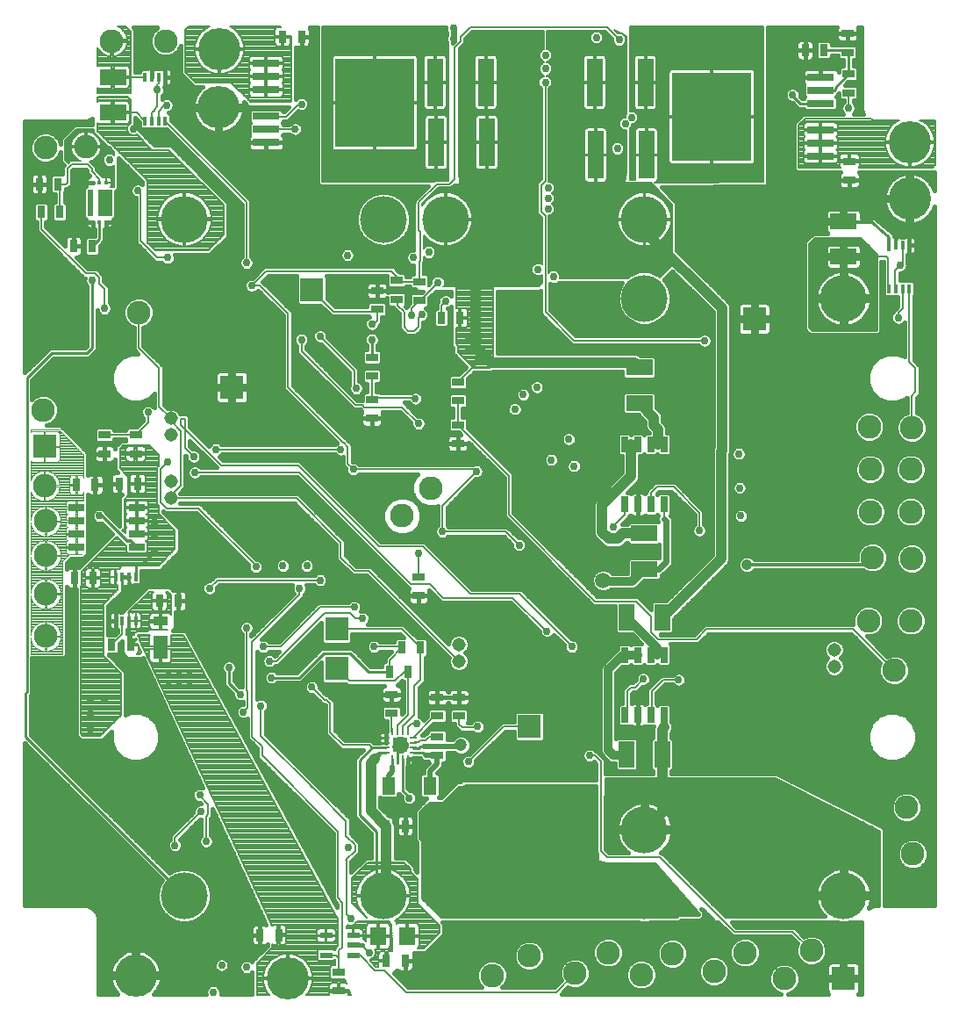
<source format=gbl>
G75*
%MOIN*%
%OFA0B0*%
%FSLAX25Y25*%
%IPPOS*%
%LPD*%
%AMOC8*
5,1,8,0,0,1.08239X$1,22.5*
%
%ADD10R,0.03150X0.04724*%
%ADD11R,0.04724X0.03150*%
%ADD12R,0.04921X0.06890*%
%ADD13C,0.17780*%
%ADD14R,0.05906X0.02756*%
%ADD15R,0.10000X0.05984*%
%ADD16R,0.10000X0.05945*%
%ADD17R,0.05984X0.10000*%
%ADD18R,0.05945X0.10000*%
%ADD19R,0.04724X0.02362*%
%ADD20R,0.02756X0.05906*%
%ADD21R,0.05709X0.05709*%
%ADD22R,0.02756X0.00984*%
%ADD23R,0.00984X0.02756*%
%ADD24C,0.09000*%
%ADD25C,0.16000*%
%ADD26R,0.10236X0.02953*%
%ADD27R,0.29921X0.33465*%
%ADD28R,0.09000X0.09000*%
%ADD29C,0.05150*%
%ADD30R,0.05512X0.08661*%
%ADD31R,0.05512X0.03543*%
%ADD32R,0.01654X0.03504*%
%ADD33R,0.05591X0.09843*%
%ADD34R,0.02441X0.09843*%
%ADD35R,0.01575X0.01575*%
%ADD36R,0.06299X0.07087*%
%ADD37R,0.05906X0.18110*%
%ADD38C,0.01600*%
%ADD39C,0.02978*%
%ADD40C,0.00800*%
%ADD41C,0.01000*%
%ADD42C,0.01200*%
%ADD43C,0.04750*%
%ADD44C,0.02000*%
%ADD45C,0.00600*%
%ADD46C,0.04000*%
%ADD47C,0.03200*%
%ADD48C,0.05906*%
%ADD49C,0.02400*%
%ADD50C,0.00492*%
%ADD51C,0.04159*%
D10*
X0138414Y0100619D03*
X0145501Y0100619D03*
X0186446Y0090776D03*
X0193532Y0090776D03*
X0193532Y0141957D03*
X0186446Y0141957D03*
X0187627Y0200619D03*
X0194713Y0200619D03*
X0192351Y0209674D03*
X0199438Y0209674D03*
X0107312Y0227391D03*
X0100225Y0227391D03*
X0089202Y0210855D03*
X0082115Y0210855D03*
X0075028Y0236052D03*
X0067942Y0236052D03*
X0068729Y0271485D03*
X0075816Y0271485D03*
X0084871Y0271879D03*
X0091957Y0271879D03*
X0074635Y0362036D03*
X0067548Y0362036D03*
X0062430Y0375028D03*
X0055343Y0375028D03*
X0054556Y0385658D03*
X0061643Y0385658D03*
X0147076Y0441564D03*
X0154162Y0441564D03*
X0207312Y0334871D03*
X0214398Y0334871D03*
X0345501Y0436446D03*
X0352587Y0436446D03*
D11*
X0361643Y0435658D03*
X0361643Y0442745D03*
X0362036Y0427391D03*
X0362036Y0420304D03*
X0362430Y0394320D03*
X0362430Y0387233D03*
X0213611Y0310461D03*
X0213611Y0303375D03*
X0213611Y0294320D03*
X0213611Y0287233D03*
X0180934Y0296682D03*
X0180934Y0303769D03*
X0180934Y0312824D03*
X0180934Y0319910D03*
X0182902Y0338020D03*
X0182902Y0345107D03*
X0190383Y0341957D03*
X0190383Y0349044D03*
X0199044Y0348650D03*
X0199044Y0341564D03*
X0198650Y0236446D03*
X0198650Y0229359D03*
X0188414Y0191957D03*
X0188414Y0184871D03*
X0205737Y0183690D03*
X0205737Y0190776D03*
X0214005Y0190776D03*
X0214005Y0183690D03*
X0205737Y0175816D03*
X0205737Y0168729D03*
X0168335Y0086446D03*
X0168335Y0079359D03*
X0091170Y0283296D03*
X0091170Y0290383D03*
X0079359Y0290383D03*
X0079359Y0283296D03*
D12*
X0187233Y0157312D03*
X0202981Y0157312D03*
D13*
X0208887Y0140580D03*
X0185265Y0115580D03*
X0109674Y0115580D03*
X0284477Y0115580D03*
X0284477Y0140580D03*
X0360068Y0115580D03*
X0360068Y0342272D03*
X0284477Y0342272D03*
X0284477Y0372272D03*
X0208887Y0372272D03*
X0185265Y0372272D03*
X0109674Y0372272D03*
D14*
X0091564Y0262843D03*
X0091564Y0257843D03*
X0091564Y0252843D03*
X0091564Y0247843D03*
X0068729Y0247843D03*
X0068729Y0252843D03*
X0068729Y0257843D03*
X0068729Y0262843D03*
D15*
X0082509Y0426249D03*
X0282509Y0302548D03*
X0284477Y0239556D03*
X0360068Y0371524D03*
D16*
X0360068Y0358060D03*
X0282509Y0316013D03*
X0284477Y0253020D03*
X0082509Y0412784D03*
D17*
X0277745Y0221091D03*
X0291209Y0169123D03*
D18*
X0277745Y0169123D03*
X0291209Y0221091D03*
D19*
X0173871Y0100422D03*
X0173871Y0096682D03*
X0173871Y0092942D03*
X0163587Y0092942D03*
X0163587Y0100422D03*
D20*
X0276977Y0184083D03*
X0281977Y0184083D03*
X0286977Y0184083D03*
X0291977Y0184083D03*
X0291977Y0206918D03*
X0286977Y0206918D03*
X0281977Y0206918D03*
X0276977Y0206918D03*
X0276977Y0264005D03*
X0281977Y0264005D03*
X0286977Y0264005D03*
X0291977Y0264005D03*
X0291977Y0286839D03*
X0286977Y0286839D03*
X0281977Y0286839D03*
X0276977Y0286839D03*
D21*
X0191564Y0172666D03*
D22*
X0196682Y0171682D03*
X0196682Y0173650D03*
X0196682Y0175619D03*
X0196682Y0169713D03*
X0186446Y0169713D03*
X0186446Y0171682D03*
X0186446Y0173650D03*
X0186446Y0175619D03*
D23*
X0188611Y0177784D03*
X0190580Y0177784D03*
X0192548Y0177784D03*
X0194517Y0177784D03*
X0194517Y0167548D03*
X0192548Y0167548D03*
X0190580Y0167548D03*
X0188611Y0167548D03*
D24*
X0240776Y0092745D03*
X0226603Y0085265D03*
X0258099Y0086052D03*
X0270698Y0093926D03*
X0283296Y0085658D03*
X0295107Y0093532D03*
X0310855Y0086839D03*
X0322666Y0093926D03*
X0337627Y0084083D03*
X0347863Y0094713D03*
X0386446Y0131328D03*
X0384083Y0149044D03*
X0379359Y0201013D03*
X0385658Y0219910D03*
X0369517Y0219910D03*
X0371091Y0243926D03*
X0370304Y0261249D03*
X0385658Y0261249D03*
X0386052Y0243532D03*
X0385658Y0277391D03*
X0370304Y0277391D03*
X0369910Y0293532D03*
X0386052Y0293139D03*
X0203375Y0270304D03*
X0192351Y0259674D03*
X0092351Y0336839D03*
X0056131Y0299831D03*
X0056524Y0271091D03*
X0056918Y0257706D03*
X0056918Y0244713D03*
X0056918Y0230146D03*
X0056918Y0214005D03*
X0056918Y0399438D03*
X0072272Y0399831D03*
X0082115Y0439989D03*
X0102587Y0439989D03*
D25*
X0123060Y0436839D03*
X0122666Y0414792D03*
X0385265Y0401406D03*
X0385265Y0380146D03*
X0149044Y0084083D03*
X0091170Y0085265D03*
D26*
X0140776Y0401406D03*
X0140776Y0406406D03*
X0140776Y0411406D03*
X0140776Y0421406D03*
X0140776Y0426406D03*
X0140776Y0431406D03*
X0351406Y0426209D03*
X0351406Y0421209D03*
X0351406Y0416209D03*
X0351406Y0406209D03*
X0351406Y0401209D03*
X0351406Y0396209D03*
D27*
X0310068Y0411209D03*
X0182115Y0416406D03*
D28*
X0158099Y0345501D03*
X0127784Y0308493D03*
X0056524Y0286052D03*
X0167548Y0216761D03*
X0167548Y0201800D03*
X0240776Y0179753D03*
X0360068Y0084083D03*
X0326209Y0334477D03*
D29*
X0356524Y0208887D03*
X0356524Y0202587D03*
X0214005Y0204556D03*
X0214005Y0210855D03*
X0104556Y0266367D03*
X0104556Y0272666D03*
X0104556Y0290383D03*
X0104556Y0296682D03*
D30*
X0100619Y0209674D03*
D31*
X0100619Y0219713D03*
D32*
X0091170Y0219910D03*
X0088611Y0219910D03*
X0086052Y0219910D03*
X0083493Y0219910D03*
X0083493Y0236485D03*
X0086052Y0236485D03*
X0088611Y0236485D03*
X0091170Y0236485D03*
X0094713Y0409635D03*
X0097272Y0409635D03*
X0099831Y0409635D03*
X0102391Y0409635D03*
X0102391Y0426209D03*
X0099831Y0426209D03*
X0097272Y0426209D03*
X0094713Y0426209D03*
X0377391Y0362430D03*
X0379950Y0362430D03*
X0382509Y0362430D03*
X0385068Y0362430D03*
X0385068Y0345855D03*
X0382509Y0345855D03*
X0379950Y0345855D03*
X0377391Y0345855D03*
D33*
X0079517Y0378572D03*
D34*
X0074044Y0378572D03*
D35*
X0074871Y0386091D03*
X0077430Y0386091D03*
X0079989Y0386091D03*
X0079989Y0371131D03*
X0077430Y0371131D03*
X0074871Y0371131D03*
D36*
X0183296Y0100225D03*
X0194320Y0100225D03*
D37*
X0205343Y0401406D03*
X0224635Y0401406D03*
X0224241Y0424241D03*
X0204950Y0424241D03*
X0265580Y0424241D03*
X0284871Y0424241D03*
X0285265Y0396682D03*
X0265973Y0396682D03*
D38*
X0077085Y0107245D02*
X0077085Y0078266D01*
X0084309Y0078266D01*
X0083851Y0078724D01*
X0083165Y0079585D01*
X0082579Y0080517D01*
X0082102Y0081508D01*
X0081738Y0082547D01*
X0081493Y0083620D01*
X0081398Y0084465D01*
X0090370Y0084465D01*
X0090370Y0086065D01*
X0090370Y0095036D01*
X0089526Y0094941D01*
X0088453Y0094696D01*
X0087414Y0094333D01*
X0086422Y0093855D01*
X0085490Y0093270D01*
X0084630Y0092583D01*
X0083851Y0091805D01*
X0083165Y0090944D01*
X0082579Y0090012D01*
X0082102Y0089021D01*
X0081738Y0087982D01*
X0081493Y0086909D01*
X0081398Y0086065D01*
X0090370Y0086065D01*
X0091970Y0086065D01*
X0091970Y0095036D01*
X0092814Y0094941D01*
X0093887Y0094696D01*
X0094926Y0094333D01*
X0095918Y0093855D01*
X0096850Y0093270D01*
X0097711Y0092583D01*
X0098489Y0091805D01*
X0099175Y0090944D01*
X0099761Y0090012D01*
X0100238Y0089021D01*
X0100602Y0087982D01*
X0100847Y0086909D01*
X0100942Y0086065D01*
X0091970Y0086065D01*
X0091970Y0084465D01*
X0100942Y0084465D01*
X0100847Y0083620D01*
X0100602Y0082547D01*
X0100238Y0081508D01*
X0099761Y0080517D01*
X0099175Y0079585D01*
X0098489Y0078724D01*
X0098031Y0078266D01*
X0117860Y0078266D01*
X0117809Y0078391D01*
X0117809Y0079540D01*
X0118248Y0080602D01*
X0119061Y0081415D01*
X0120123Y0081854D01*
X0121272Y0081854D01*
X0122334Y0081415D01*
X0123147Y0080602D01*
X0123587Y0079540D01*
X0123587Y0078391D01*
X0123535Y0078266D01*
X0135433Y0078266D01*
X0135433Y0086466D01*
X0134933Y0085965D01*
X0133871Y0085525D01*
X0132721Y0085525D01*
X0131660Y0085965D01*
X0130847Y0086778D01*
X0130407Y0087840D01*
X0130407Y0088989D01*
X0130847Y0090051D01*
X0131660Y0090863D01*
X0132721Y0091303D01*
X0133871Y0091303D01*
X0134933Y0090863D01*
X0135433Y0090363D01*
X0135433Y0090735D01*
X0141339Y0096640D01*
X0141339Y0097061D01*
X0141094Y0096816D01*
X0140684Y0096579D01*
X0140226Y0096457D01*
X0138414Y0096457D01*
X0138414Y0100619D01*
X0138414Y0100619D01*
X0135039Y0100619D01*
X0135039Y0103218D01*
X0135162Y0103676D01*
X0135399Y0104086D01*
X0135734Y0104421D01*
X0136145Y0104658D01*
X0136602Y0104781D01*
X0138414Y0104781D01*
X0138414Y0100619D01*
X0138414Y0100619D01*
X0135039Y0100619D01*
X0135039Y0098020D01*
X0135162Y0097562D01*
X0135399Y0097151D01*
X0135734Y0096816D01*
X0136145Y0096579D01*
X0136602Y0096457D01*
X0138414Y0096457D01*
X0138414Y0100619D01*
X0138414Y0104781D01*
X0140226Y0104781D01*
X0140684Y0104658D01*
X0140765Y0104611D01*
X0120462Y0148497D01*
X0120462Y0145610D01*
X0119742Y0144889D01*
X0119742Y0138338D01*
X0120391Y0137688D01*
X0120831Y0136627D01*
X0120831Y0135477D01*
X0120391Y0134415D01*
X0119578Y0133603D01*
X0118516Y0133163D01*
X0117367Y0133163D01*
X0116305Y0133603D01*
X0115493Y0134415D01*
X0115053Y0135477D01*
X0115053Y0136627D01*
X0115493Y0137688D01*
X0116142Y0138338D01*
X0116142Y0144580D01*
X0115630Y0144580D01*
X0107936Y0136887D01*
X0108580Y0136244D01*
X0109020Y0135182D01*
X0109020Y0134032D01*
X0108580Y0132971D01*
X0107767Y0132158D01*
X0106705Y0131718D01*
X0105556Y0131718D01*
X0104494Y0132158D01*
X0103682Y0132971D01*
X0103242Y0134032D01*
X0103242Y0135182D01*
X0103682Y0136244D01*
X0104331Y0136893D01*
X0104331Y0138372D01*
X0113084Y0147126D01*
X0113084Y0148044D01*
X0113524Y0149106D01*
X0114337Y0149918D01*
X0115399Y0150358D01*
X0116050Y0150358D01*
X0115529Y0150880D01*
X0115005Y0150880D01*
X0113943Y0151319D01*
X0113130Y0152132D01*
X0112691Y0153194D01*
X0112691Y0154343D01*
X0113130Y0155405D01*
X0113943Y0156218D01*
X0115005Y0156657D01*
X0116154Y0156657D01*
X0116813Y0156384D01*
X0093897Y0205919D01*
X0093490Y0205512D01*
X0088062Y0205512D01*
X0087008Y0206566D01*
X0085827Y0207747D01*
X0085827Y0212021D01*
X0085090Y0211284D01*
X0085090Y0207913D01*
X0084270Y0207093D01*
X0080942Y0207093D01*
X0087458Y0200577D01*
X0087458Y0184310D01*
X0089326Y0185084D01*
X0093014Y0185084D01*
X0096420Y0183673D01*
X0099028Y0181066D01*
X0100439Y0177659D01*
X0100439Y0173972D01*
X0099028Y0170566D01*
X0096420Y0167958D01*
X0093014Y0166547D01*
X0089326Y0166547D01*
X0085920Y0167958D01*
X0083313Y0170566D01*
X0081902Y0173972D01*
X0081902Y0177659D01*
X0081988Y0177867D01*
X0078530Y0174409D01*
X0070346Y0174409D01*
X0069558Y0175197D01*
X0069558Y0175197D01*
X0068504Y0176251D01*
X0068504Y0231890D01*
X0067942Y0231890D01*
X0067942Y0236052D01*
X0067942Y0236052D01*
X0067942Y0240214D01*
X0069558Y0240214D01*
X0082306Y0252962D01*
X0078331Y0256937D01*
X0077965Y0256785D01*
X0076816Y0256785D01*
X0075754Y0257225D01*
X0074941Y0258038D01*
X0074502Y0259099D01*
X0074502Y0260249D01*
X0074941Y0261310D01*
X0075754Y0262123D01*
X0076816Y0262563D01*
X0077965Y0262563D01*
X0079027Y0262123D01*
X0079840Y0261310D01*
X0079999Y0260926D01*
X0085039Y0255886D01*
X0085039Y0266719D01*
X0086037Y0267717D01*
X0084871Y0267717D01*
X0084871Y0271879D01*
X0084871Y0271879D01*
X0081496Y0271879D01*
X0081496Y0274478D01*
X0081619Y0274936D01*
X0081856Y0275346D01*
X0082191Y0275681D01*
X0082601Y0275918D01*
X0083059Y0276041D01*
X0084462Y0276041D01*
X0083465Y0277039D01*
X0083465Y0281273D01*
X0083399Y0281026D01*
X0083162Y0280616D01*
X0082826Y0280281D01*
X0082416Y0280044D01*
X0081958Y0279921D01*
X0079359Y0279921D01*
X0079359Y0283296D01*
X0079359Y0283296D01*
X0075197Y0283296D01*
X0075197Y0281484D01*
X0075320Y0281026D01*
X0075556Y0280616D01*
X0075892Y0280281D01*
X0076302Y0280044D01*
X0076760Y0279921D01*
X0079359Y0279921D01*
X0079359Y0283296D01*
X0079359Y0283296D01*
X0075197Y0283296D01*
X0075197Y0285108D01*
X0075320Y0285566D01*
X0075556Y0285976D01*
X0075892Y0286311D01*
X0076302Y0286548D01*
X0076760Y0286671D01*
X0079359Y0286671D01*
X0079359Y0283296D01*
X0079359Y0283296D01*
X0079359Y0286671D01*
X0081958Y0286671D01*
X0082416Y0286548D01*
X0082826Y0286311D01*
X0083162Y0285976D01*
X0083399Y0285566D01*
X0083465Y0285319D01*
X0083465Y0286010D01*
X0084519Y0287065D01*
X0085700Y0288246D01*
X0087408Y0288246D01*
X0087408Y0288683D01*
X0083121Y0288683D01*
X0083121Y0288228D01*
X0082301Y0287408D01*
X0076417Y0287408D01*
X0075597Y0288228D01*
X0075597Y0292537D01*
X0076417Y0293357D01*
X0082301Y0293357D01*
X0083121Y0292537D01*
X0083121Y0292083D01*
X0087408Y0292083D01*
X0087408Y0292537D01*
X0088228Y0293357D01*
X0091599Y0293357D01*
X0094094Y0295853D01*
X0094094Y0296758D01*
X0093445Y0297408D01*
X0093006Y0298469D01*
X0093006Y0299619D01*
X0093445Y0300681D01*
X0094258Y0301493D01*
X0095320Y0301933D01*
X0096469Y0301933D01*
X0097531Y0301493D01*
X0098239Y0300786D01*
X0098239Y0305997D01*
X0096420Y0304179D01*
X0093014Y0302768D01*
X0089326Y0302768D01*
X0085920Y0304179D01*
X0083313Y0306786D01*
X0081902Y0310193D01*
X0081902Y0313880D01*
X0083313Y0317286D01*
X0085920Y0319894D01*
X0089326Y0321305D01*
X0091898Y0321305D01*
X0091606Y0321597D01*
X0091606Y0321597D01*
X0090551Y0322652D01*
X0090551Y0331199D01*
X0089009Y0331838D01*
X0087349Y0333497D01*
X0086451Y0335666D01*
X0086451Y0338013D01*
X0087349Y0340181D01*
X0089009Y0341841D01*
X0091178Y0342739D01*
X0093525Y0342739D01*
X0095693Y0341841D01*
X0097353Y0340181D01*
X0098251Y0338013D01*
X0098251Y0335666D01*
X0097353Y0333497D01*
X0095693Y0331838D01*
X0094151Y0331199D01*
X0094151Y0324143D01*
X0101839Y0316455D01*
X0101839Y0301945D01*
X0103314Y0300470D01*
X0103765Y0300657D01*
X0105347Y0300657D01*
X0106807Y0300052D01*
X0107926Y0298933D01*
X0108128Y0298445D01*
X0110676Y0298445D01*
X0111731Y0297391D01*
X0111731Y0293355D01*
X0119039Y0286047D01*
X0119237Y0286526D01*
X0120050Y0287339D01*
X0121112Y0287779D01*
X0122261Y0287779D01*
X0123323Y0287339D01*
X0123991Y0286671D01*
X0166837Y0286671D01*
X0167486Y0287320D01*
X0167617Y0287374D01*
X0147244Y0307747D01*
X0147244Y0335700D01*
X0137669Y0345276D01*
X0137550Y0345276D01*
X0136901Y0344626D01*
X0135839Y0344187D01*
X0134690Y0344187D01*
X0133628Y0344626D01*
X0132815Y0345439D01*
X0132376Y0346501D01*
X0132376Y0347650D01*
X0132815Y0348712D01*
X0133628Y0349525D01*
X0134690Y0349965D01*
X0135608Y0349965D01*
X0138976Y0353333D01*
X0140031Y0354387D01*
X0189160Y0354387D01*
X0191128Y0352419D01*
X0191528Y0352019D01*
X0193325Y0352019D01*
X0194145Y0351199D01*
X0194145Y0350450D01*
X0195282Y0350450D01*
X0195282Y0350805D01*
X0196102Y0351625D01*
X0196557Y0351625D01*
X0196557Y0354817D01*
X0196107Y0354817D01*
X0195045Y0355256D01*
X0194233Y0356069D01*
X0193793Y0357131D01*
X0193793Y0358280D01*
X0194233Y0359342D01*
X0195045Y0360155D01*
X0196107Y0360594D01*
X0196557Y0360594D01*
X0196557Y0378488D01*
X0196997Y0378929D01*
X0196997Y0379464D01*
X0202279Y0384746D01*
X0162740Y0384746D01*
X0161332Y0384746D01*
X0160336Y0385741D01*
X0160336Y0445019D01*
X0157184Y0445019D01*
X0157414Y0444621D01*
X0157537Y0444163D01*
X0157537Y0441564D01*
X0154162Y0441564D01*
X0154162Y0441564D01*
X0154162Y0441564D01*
X0154162Y0437402D01*
X0152350Y0437402D01*
X0152025Y0437489D01*
X0152025Y0417922D01*
X0152526Y0418422D01*
X0153588Y0418862D01*
X0154737Y0418862D01*
X0155799Y0418422D01*
X0156611Y0417610D01*
X0157051Y0416548D01*
X0157051Y0415399D01*
X0156611Y0414337D01*
X0155799Y0413524D01*
X0154737Y0413084D01*
X0153588Y0413084D01*
X0152916Y0413362D01*
X0149002Y0409449D01*
X0147294Y0409449D01*
X0147294Y0409350D01*
X0146851Y0408906D01*
X0147294Y0408463D01*
X0147294Y0408206D01*
X0149396Y0408206D01*
X0150164Y0408974D01*
X0151225Y0409413D01*
X0152375Y0409413D01*
X0153436Y0408974D01*
X0154249Y0408161D01*
X0154503Y0407548D01*
X0154781Y0407270D01*
X0154781Y0405779D01*
X0154503Y0405501D01*
X0154249Y0404888D01*
X0153436Y0404075D01*
X0152375Y0403635D01*
X0151225Y0403635D01*
X0150164Y0404075D01*
X0149632Y0404606D01*
X0147294Y0404606D01*
X0147294Y0404350D01*
X0147134Y0404189D01*
X0147335Y0403988D01*
X0147572Y0403577D01*
X0147694Y0403120D01*
X0147694Y0401406D01*
X0140777Y0401406D01*
X0140777Y0401406D01*
X0140776Y0401406D02*
X0140776Y0398130D01*
X0140776Y0401406D01*
X0133858Y0401406D01*
X0133858Y0399693D01*
X0133981Y0399235D01*
X0134218Y0398825D01*
X0134553Y0398490D01*
X0134963Y0398253D01*
X0135421Y0398130D01*
X0140776Y0398130D01*
X0146131Y0398130D01*
X0146589Y0398253D01*
X0147000Y0398490D01*
X0147335Y0398825D01*
X0147572Y0399235D01*
X0147694Y0399693D01*
X0147694Y0401406D01*
X0140777Y0401406D01*
X0140776Y0401406D02*
X0140776Y0401406D01*
X0140776Y0401406D01*
X0133858Y0401406D01*
X0133858Y0403120D01*
X0133981Y0403577D01*
X0134218Y0403988D01*
X0134419Y0404189D01*
X0134258Y0404350D01*
X0134258Y0408463D01*
X0134702Y0408906D01*
X0134258Y0409350D01*
X0134258Y0413463D01*
X0135078Y0414283D01*
X0146474Y0414283D01*
X0147294Y0413463D01*
X0147294Y0413049D01*
X0147511Y0413049D01*
X0149423Y0414961D01*
X0134125Y0414961D01*
X0132252Y0416834D01*
X0132343Y0416436D01*
X0132438Y0415592D01*
X0123466Y0415592D01*
X0123466Y0413992D01*
X0123466Y0405020D01*
X0124310Y0405115D01*
X0125383Y0405360D01*
X0126422Y0405724D01*
X0127414Y0406201D01*
X0128346Y0406787D01*
X0129207Y0407473D01*
X0129985Y0408252D01*
X0130671Y0409112D01*
X0131257Y0410044D01*
X0131734Y0411036D01*
X0132098Y0412075D01*
X0132343Y0413148D01*
X0132438Y0413992D01*
X0123466Y0413992D01*
X0121866Y0413992D01*
X0112894Y0413992D01*
X0112989Y0413148D01*
X0113234Y0412075D01*
X0113598Y0411036D01*
X0114075Y0410044D01*
X0114661Y0409112D01*
X0115347Y0408252D01*
X0116126Y0407473D01*
X0116986Y0406787D01*
X0117918Y0406201D01*
X0118910Y0405724D01*
X0119949Y0405360D01*
X0121022Y0405115D01*
X0121866Y0405020D01*
X0121866Y0413992D01*
X0121866Y0415592D01*
X0112894Y0415592D01*
X0112989Y0416436D01*
X0113234Y0417509D01*
X0113598Y0418548D01*
X0114075Y0419540D01*
X0114661Y0420472D01*
X0115347Y0421333D01*
X0116126Y0422111D01*
X0116539Y0422441D01*
X0113259Y0422441D01*
X0109322Y0426378D01*
X0108268Y0427432D01*
X0108268Y0438285D01*
X0107589Y0436647D01*
X0105929Y0434987D01*
X0103761Y0434089D01*
X0101414Y0434089D01*
X0099245Y0434987D01*
X0097586Y0436647D01*
X0096687Y0438815D01*
X0096687Y0441163D01*
X0097586Y0443331D01*
X0099245Y0444991D01*
X0099313Y0445019D01*
X0090261Y0445019D01*
X0091002Y0444278D01*
X0091002Y0428049D01*
X0092487Y0428049D01*
X0092487Y0428541D01*
X0093307Y0429361D01*
X0095300Y0429361D01*
X0095340Y0429402D01*
X0095751Y0429639D01*
X0096209Y0429761D01*
X0097272Y0429761D01*
X0097272Y0426210D01*
X0097272Y0426210D01*
X0097272Y0429761D01*
X0098336Y0429761D01*
X0098794Y0429639D01*
X0099204Y0429402D01*
X0099245Y0429361D01*
X0100418Y0429361D01*
X0100459Y0429402D01*
X0100869Y0429639D01*
X0101327Y0429761D01*
X0102390Y0429761D01*
X0102390Y0426210D01*
X0102391Y0426210D01*
X0102391Y0429761D01*
X0103454Y0429761D01*
X0103912Y0429639D01*
X0104323Y0429402D01*
X0104658Y0429067D01*
X0104895Y0428656D01*
X0105017Y0428198D01*
X0105017Y0426209D01*
X0102391Y0426209D01*
X0102391Y0426209D01*
X0102391Y0422657D01*
X0103454Y0422657D01*
X0103912Y0422780D01*
X0104323Y0423017D01*
X0104658Y0423352D01*
X0104895Y0423763D01*
X0105017Y0424220D01*
X0105017Y0426209D01*
X0102391Y0426209D01*
X0102390Y0426209D01*
X0102390Y0422657D01*
X0102059Y0422657D01*
X0102327Y0422012D01*
X0102327Y0420862D01*
X0101887Y0419801D01*
X0101238Y0419151D01*
X0101238Y0417922D01*
X0101345Y0418029D01*
X0102406Y0418468D01*
X0103556Y0418468D01*
X0104618Y0418029D01*
X0105430Y0417216D01*
X0105870Y0416154D01*
X0105870Y0415005D01*
X0105430Y0413943D01*
X0104618Y0413130D01*
X0103788Y0412787D01*
X0103797Y0412787D01*
X0104617Y0411967D01*
X0104617Y0409953D01*
X0134042Y0380529D01*
X0135096Y0379475D01*
X0135096Y0358023D01*
X0135745Y0357373D01*
X0136185Y0356312D01*
X0136185Y0355162D01*
X0135745Y0354101D01*
X0134933Y0353288D01*
X0133871Y0352848D01*
X0132721Y0352848D01*
X0131660Y0353288D01*
X0130847Y0354101D01*
X0130407Y0355162D01*
X0130407Y0356312D01*
X0130847Y0357373D01*
X0131496Y0358023D01*
X0131496Y0377984D01*
X0102997Y0406483D01*
X0093307Y0406483D01*
X0092487Y0407303D01*
X0092487Y0409316D01*
X0091002Y0410801D01*
X0091002Y0407664D01*
X0098215Y0400450D01*
X0104514Y0400450D01*
X0105568Y0399396D01*
X0126435Y0378530D01*
X0126435Y0365621D01*
X0125380Y0364567D01*
X0119475Y0358661D01*
X0106106Y0358661D01*
X0106264Y0358280D01*
X0106264Y0357131D01*
X0105824Y0356069D01*
X0105011Y0355256D01*
X0103949Y0354817D01*
X0102800Y0354817D01*
X0101738Y0355256D01*
X0101089Y0355906D01*
X0098692Y0355906D01*
X0097638Y0356960D01*
X0091339Y0363259D01*
X0091339Y0380425D01*
X0090321Y0380847D01*
X0089508Y0381660D01*
X0089069Y0382721D01*
X0089069Y0383871D01*
X0089508Y0384933D01*
X0090321Y0385745D01*
X0091383Y0386185D01*
X0092532Y0386185D01*
X0093594Y0385745D01*
X0093701Y0385638D01*
X0093701Y0386487D01*
X0084602Y0395586D01*
X0084602Y0383773D01*
X0083712Y0382882D01*
X0083712Y0373070D01*
X0082892Y0372250D01*
X0082551Y0372250D01*
X0082576Y0372155D01*
X0082576Y0371131D01*
X0079989Y0371131D01*
X0079989Y0371131D01*
X0082576Y0371131D01*
X0082576Y0370106D01*
X0082454Y0369649D01*
X0082217Y0369238D01*
X0081882Y0368903D01*
X0081471Y0368666D01*
X0081013Y0368543D01*
X0079989Y0368543D01*
X0079989Y0371131D01*
X0079989Y0371131D01*
X0079989Y0368543D01*
X0079330Y0368543D01*
X0079330Y0364044D01*
X0077609Y0362324D01*
X0077609Y0359094D01*
X0076789Y0358274D01*
X0072480Y0358274D01*
X0071660Y0359094D01*
X0071660Y0364978D01*
X0072480Y0365798D01*
X0075530Y0365798D01*
X0075530Y0368543D01*
X0074871Y0368543D01*
X0074871Y0371131D01*
X0074871Y0371131D01*
X0072283Y0371131D01*
X0072283Y0372155D01*
X0072309Y0372250D01*
X0072244Y0372250D01*
X0071424Y0373070D01*
X0071424Y0384073D01*
X0072244Y0384893D01*
X0072330Y0384893D01*
X0072283Y0385067D01*
X0072283Y0386091D01*
X0074871Y0386091D01*
X0074871Y0386091D01*
X0072283Y0386091D01*
X0072283Y0387116D01*
X0072406Y0387574D01*
X0072643Y0387984D01*
X0072978Y0388319D01*
X0073389Y0388556D01*
X0073804Y0388667D01*
X0072768Y0389704D01*
X0072768Y0390751D01*
X0072247Y0391272D01*
X0067573Y0391272D01*
X0067053Y0390751D01*
X0067053Y0385373D01*
X0066592Y0384913D01*
X0065538Y0383858D01*
X0064617Y0383858D01*
X0064617Y0382716D01*
X0064230Y0382329D01*
X0064230Y0378791D01*
X0064585Y0378791D01*
X0065405Y0377970D01*
X0065405Y0372086D01*
X0064585Y0371266D01*
X0060275Y0371266D01*
X0059455Y0372086D01*
X0059455Y0377970D01*
X0060275Y0378791D01*
X0060630Y0378791D01*
X0060630Y0381896D01*
X0059488Y0381896D01*
X0058668Y0382716D01*
X0058668Y0388600D01*
X0059488Y0389420D01*
X0063453Y0389420D01*
X0063453Y0392242D01*
X0063959Y0392748D01*
X0062698Y0394009D01*
X0062698Y0397975D01*
X0061920Y0396096D01*
X0060260Y0394436D01*
X0058092Y0393538D01*
X0055745Y0393538D01*
X0053576Y0394436D01*
X0051916Y0396096D01*
X0051018Y0398264D01*
X0051018Y0400611D01*
X0051916Y0402780D01*
X0053576Y0404440D01*
X0055745Y0405338D01*
X0058092Y0405338D01*
X0060260Y0404440D01*
X0061920Y0402780D01*
X0062698Y0400900D01*
X0062698Y0402898D01*
X0063694Y0403894D01*
X0068025Y0408224D01*
X0074803Y0408224D01*
X0074803Y0410584D01*
X0074657Y0410438D01*
X0072599Y0409586D01*
X0049132Y0409586D01*
X0049132Y0314024D01*
X0057380Y0322272D01*
X0058493Y0323385D01*
X0071879Y0323385D01*
X0072735Y0324241D01*
X0072735Y0346858D01*
X0072185Y0347408D01*
X0071746Y0348469D01*
X0071746Y0349619D01*
X0071876Y0349933D01*
X0071472Y0349933D01*
X0070417Y0350987D01*
X0053543Y0367861D01*
X0053543Y0371266D01*
X0053189Y0371266D01*
X0052369Y0372086D01*
X0052369Y0377970D01*
X0053189Y0378791D01*
X0057498Y0378791D01*
X0058318Y0377970D01*
X0058318Y0372086D01*
X0057498Y0371266D01*
X0057143Y0371266D01*
X0057143Y0369352D01*
X0064173Y0362323D01*
X0064173Y0364635D01*
X0064296Y0365093D01*
X0064533Y0365504D01*
X0064868Y0365839D01*
X0065278Y0366076D01*
X0065736Y0366198D01*
X0067548Y0366198D01*
X0067548Y0362036D01*
X0067548Y0362036D01*
X0070923Y0362036D01*
X0070923Y0359437D01*
X0070800Y0358979D01*
X0070563Y0358569D01*
X0070228Y0358234D01*
X0069818Y0357997D01*
X0069360Y0357874D01*
X0068622Y0357874D01*
X0072963Y0353533D01*
X0076494Y0353533D01*
X0077548Y0352479D01*
X0078069Y0351958D01*
X0079124Y0350904D01*
X0079124Y0348676D01*
X0080105Y0347694D01*
X0081159Y0346640D01*
X0081159Y0340700D01*
X0081808Y0340051D01*
X0082248Y0338989D01*
X0082248Y0337840D01*
X0081808Y0336778D01*
X0080996Y0335965D01*
X0079934Y0335525D01*
X0078784Y0335525D01*
X0077723Y0335965D01*
X0076910Y0336778D01*
X0076535Y0337684D01*
X0076535Y0322667D01*
X0075422Y0321554D01*
X0073453Y0319585D01*
X0060067Y0319585D01*
X0051731Y0311249D01*
X0051731Y0303776D01*
X0052789Y0304833D01*
X0054957Y0305731D01*
X0057304Y0305731D01*
X0059473Y0304833D01*
X0061132Y0303174D01*
X0062031Y0301005D01*
X0062031Y0298658D01*
X0061132Y0296489D01*
X0059473Y0294830D01*
X0057463Y0293997D01*
X0062718Y0293997D01*
X0072167Y0284548D01*
X0073131Y0283584D01*
X0073131Y0275283D01*
X0073136Y0275288D01*
X0073546Y0275525D01*
X0074004Y0275647D01*
X0075816Y0275647D01*
X0075816Y0271485D01*
X0075816Y0271485D01*
X0079191Y0271485D01*
X0079191Y0274084D01*
X0079068Y0274542D01*
X0078831Y0274952D01*
X0078496Y0275288D01*
X0078085Y0275525D01*
X0077628Y0275647D01*
X0075816Y0275647D01*
X0075816Y0271485D01*
X0079191Y0271485D01*
X0079191Y0268886D01*
X0079068Y0268428D01*
X0078831Y0268018D01*
X0078496Y0267682D01*
X0078085Y0267445D01*
X0077628Y0267323D01*
X0075816Y0267323D01*
X0075816Y0271485D01*
X0075816Y0271485D01*
X0075816Y0271485D01*
X0075816Y0267323D01*
X0074004Y0267323D01*
X0073546Y0267445D01*
X0073136Y0267682D01*
X0073131Y0267687D01*
X0073131Y0245213D01*
X0072344Y0244425D01*
X0071379Y0243461D01*
X0066655Y0243461D01*
X0064863Y0241669D01*
X0064863Y0239410D01*
X0064927Y0239519D01*
X0065262Y0239855D01*
X0065672Y0240091D01*
X0066130Y0240214D01*
X0067942Y0240214D01*
X0067942Y0236052D01*
X0067942Y0236052D01*
X0067942Y0231890D01*
X0066130Y0231890D01*
X0065672Y0232012D01*
X0065262Y0232249D01*
X0064927Y0232585D01*
X0064863Y0232694D01*
X0064863Y0206630D01*
X0063899Y0205666D01*
X0051731Y0205666D01*
X0051731Y0191958D01*
X0051338Y0191564D01*
X0051338Y0176603D01*
X0103845Y0124096D01*
X0105702Y0125168D01*
X0108319Y0125869D01*
X0111029Y0125869D01*
X0113646Y0125168D01*
X0115992Y0123813D01*
X0117908Y0121898D01*
X0119263Y0119551D01*
X0119964Y0116934D01*
X0119964Y0114225D01*
X0119263Y0111608D01*
X0117908Y0109261D01*
X0115992Y0107346D01*
X0113646Y0105991D01*
X0111029Y0105290D01*
X0108319Y0105290D01*
X0105702Y0105991D01*
X0103356Y0107346D01*
X0101440Y0109261D01*
X0100085Y0111608D01*
X0099384Y0114225D01*
X0099384Y0116934D01*
X0100085Y0119551D01*
X0101158Y0121409D01*
X0049132Y0173434D01*
X0049132Y0111731D01*
X0072599Y0111731D01*
X0074657Y0110878D01*
X0076232Y0109303D01*
X0077085Y0107245D01*
X0076841Y0107833D02*
X0102868Y0107833D01*
X0101342Y0109432D02*
X0076103Y0109432D01*
X0074290Y0111030D02*
X0100419Y0111030D01*
X0099812Y0112629D02*
X0049132Y0112629D01*
X0049132Y0114227D02*
X0099384Y0114227D01*
X0099384Y0115826D02*
X0049132Y0115826D01*
X0049132Y0117424D02*
X0099516Y0117424D01*
X0099944Y0119023D02*
X0049132Y0119023D01*
X0049132Y0120621D02*
X0100703Y0120621D01*
X0100347Y0122220D02*
X0049132Y0122220D01*
X0049132Y0123819D02*
X0098748Y0123819D01*
X0097150Y0125417D02*
X0049132Y0125417D01*
X0049132Y0127016D02*
X0095551Y0127016D01*
X0093953Y0128614D02*
X0049132Y0128614D01*
X0049132Y0130213D02*
X0092354Y0130213D01*
X0090755Y0131811D02*
X0049132Y0131811D01*
X0049132Y0133410D02*
X0089157Y0133410D01*
X0087558Y0135008D02*
X0049132Y0135008D01*
X0049132Y0136607D02*
X0085960Y0136607D01*
X0084361Y0138205D02*
X0049132Y0138205D01*
X0049132Y0139804D02*
X0082763Y0139804D01*
X0081164Y0141402D02*
X0049132Y0141402D01*
X0049132Y0143001D02*
X0079566Y0143001D01*
X0077967Y0144599D02*
X0049132Y0144599D01*
X0049132Y0146198D02*
X0076369Y0146198D01*
X0074770Y0147796D02*
X0049132Y0147796D01*
X0049132Y0149395D02*
X0073172Y0149395D01*
X0071573Y0150993D02*
X0049132Y0150993D01*
X0049132Y0152592D02*
X0069975Y0152592D01*
X0068376Y0154190D02*
X0049132Y0154190D01*
X0049132Y0155789D02*
X0066778Y0155789D01*
X0065179Y0157387D02*
X0049132Y0157387D01*
X0049132Y0158986D02*
X0063581Y0158986D01*
X0061982Y0160584D02*
X0049132Y0160584D01*
X0049132Y0162183D02*
X0060384Y0162183D01*
X0058785Y0163781D02*
X0049132Y0163781D01*
X0049132Y0165380D02*
X0057187Y0165380D01*
X0055588Y0166978D02*
X0049132Y0166978D01*
X0049132Y0168577D02*
X0053990Y0168577D01*
X0052391Y0170175D02*
X0049132Y0170175D01*
X0049132Y0171774D02*
X0050793Y0171774D01*
X0049194Y0173372D02*
X0049132Y0173372D01*
X0051371Y0176569D02*
X0068504Y0176569D01*
X0068504Y0178168D02*
X0051338Y0178168D01*
X0051338Y0179766D02*
X0068504Y0179766D01*
X0068504Y0181365D02*
X0051338Y0181365D01*
X0051338Y0182963D02*
X0068504Y0182963D01*
X0068504Y0184562D02*
X0051338Y0184562D01*
X0051338Y0186160D02*
X0068504Y0186160D01*
X0068504Y0187759D02*
X0051338Y0187759D01*
X0051338Y0189357D02*
X0068504Y0189357D01*
X0068504Y0190956D02*
X0051338Y0190956D01*
X0051731Y0192554D02*
X0068504Y0192554D01*
X0068504Y0194153D02*
X0051731Y0194153D01*
X0051731Y0195752D02*
X0068504Y0195752D01*
X0068504Y0197350D02*
X0051731Y0197350D01*
X0051731Y0198949D02*
X0068504Y0198949D01*
X0068504Y0200547D02*
X0051731Y0200547D01*
X0051731Y0202146D02*
X0068504Y0202146D01*
X0068504Y0203744D02*
X0051731Y0203744D01*
X0051731Y0205343D02*
X0068504Y0205343D01*
X0068504Y0206941D02*
X0064863Y0206941D01*
X0064863Y0208540D02*
X0068504Y0208540D01*
X0068504Y0210138D02*
X0064863Y0210138D01*
X0064863Y0211737D02*
X0068504Y0211737D01*
X0068504Y0213335D02*
X0064863Y0213335D01*
X0064863Y0214934D02*
X0068504Y0214934D01*
X0068504Y0216532D02*
X0064863Y0216532D01*
X0064863Y0218131D02*
X0068504Y0218131D01*
X0068504Y0219729D02*
X0064863Y0219729D01*
X0064863Y0221328D02*
X0068504Y0221328D01*
X0068504Y0222926D02*
X0064863Y0222926D01*
X0064863Y0224525D02*
X0068504Y0224525D01*
X0068504Y0226123D02*
X0064863Y0226123D01*
X0064863Y0227722D02*
X0068504Y0227722D01*
X0068504Y0229320D02*
X0064863Y0229320D01*
X0064863Y0230919D02*
X0068504Y0230919D01*
X0067942Y0232517D02*
X0067942Y0232517D01*
X0067942Y0234116D02*
X0067942Y0234116D01*
X0067942Y0235714D02*
X0067942Y0235714D01*
X0067942Y0237313D02*
X0067942Y0237313D01*
X0067942Y0238911D02*
X0067942Y0238911D01*
X0069854Y0240510D02*
X0064863Y0240510D01*
X0065302Y0242108D02*
X0071453Y0242108D01*
X0071625Y0243707D02*
X0073051Y0243707D01*
X0073131Y0245305D02*
X0074650Y0245305D01*
X0073131Y0246904D02*
X0076248Y0246904D01*
X0077847Y0248502D02*
X0073131Y0248502D01*
X0073131Y0250101D02*
X0079445Y0250101D01*
X0081044Y0251699D02*
X0073131Y0251699D01*
X0073131Y0253298D02*
X0081970Y0253298D01*
X0080372Y0254896D02*
X0073131Y0254896D01*
X0073131Y0256495D02*
X0078773Y0256495D01*
X0081233Y0259692D02*
X0085039Y0259692D01*
X0085039Y0261290D02*
X0079848Y0261290D01*
X0082831Y0258093D02*
X0085039Y0258093D01*
X0085039Y0256495D02*
X0084430Y0256495D01*
X0085039Y0262889D02*
X0073131Y0262889D01*
X0073131Y0264488D02*
X0085039Y0264488D01*
X0085039Y0266086D02*
X0073131Y0266086D01*
X0073131Y0267685D02*
X0073134Y0267685D01*
X0075816Y0267685D02*
X0075816Y0267685D01*
X0075816Y0269283D02*
X0075816Y0269283D01*
X0075816Y0270882D02*
X0075816Y0270882D01*
X0075816Y0272480D02*
X0075816Y0272480D01*
X0075816Y0274079D02*
X0075816Y0274079D01*
X0073131Y0275677D02*
X0082187Y0275677D01*
X0081496Y0274079D02*
X0079191Y0274079D01*
X0079191Y0272480D02*
X0081496Y0272480D01*
X0081496Y0271879D02*
X0081496Y0269280D01*
X0081619Y0268822D01*
X0081856Y0268411D01*
X0082191Y0268076D01*
X0082601Y0267839D01*
X0083059Y0267717D01*
X0084871Y0267717D01*
X0084871Y0271879D01*
X0084871Y0271879D01*
X0081496Y0271879D01*
X0081496Y0270882D02*
X0079191Y0270882D01*
X0079191Y0269283D02*
X0081496Y0269283D01*
X0084871Y0269283D02*
X0084871Y0269283D01*
X0084871Y0270882D02*
X0084871Y0270882D01*
X0086005Y0267685D02*
X0078498Y0267685D01*
X0074933Y0261290D02*
X0073131Y0261290D01*
X0073131Y0259692D02*
X0074502Y0259692D01*
X0074918Y0258093D02*
X0073131Y0258093D01*
X0073131Y0277276D02*
X0083465Y0277276D01*
X0083465Y0278874D02*
X0073131Y0278874D01*
X0073131Y0280473D02*
X0075700Y0280473D01*
X0075197Y0282071D02*
X0073131Y0282071D01*
X0073046Y0283670D02*
X0075197Y0283670D01*
X0075240Y0285268D02*
X0071447Y0285268D01*
X0069849Y0286867D02*
X0084321Y0286867D01*
X0083121Y0288465D02*
X0087408Y0288465D01*
X0088131Y0293261D02*
X0082398Y0293261D01*
X0076320Y0293261D02*
X0063455Y0293261D01*
X0065053Y0291662D02*
X0075597Y0291662D01*
X0075597Y0290064D02*
X0066652Y0290064D01*
X0068250Y0288465D02*
X0075597Y0288465D01*
X0079359Y0285268D02*
X0079359Y0285268D01*
X0079359Y0283670D02*
X0079359Y0283670D01*
X0079359Y0282071D02*
X0079359Y0282071D01*
X0079359Y0280473D02*
X0079359Y0280473D01*
X0083018Y0280473D02*
X0083465Y0280473D01*
X0093101Y0294859D02*
X0059502Y0294859D01*
X0061101Y0296458D02*
X0094094Y0296458D01*
X0093177Y0298056D02*
X0061781Y0298056D01*
X0062031Y0299655D02*
X0093020Y0299655D01*
X0094018Y0301253D02*
X0061928Y0301253D01*
X0061266Y0302852D02*
X0089124Y0302852D01*
X0085648Y0304450D02*
X0059856Y0304450D01*
X0054524Y0314041D02*
X0081968Y0314041D01*
X0081902Y0312443D02*
X0052925Y0312443D01*
X0051731Y0310844D02*
X0081902Y0310844D01*
X0082294Y0309246D02*
X0051731Y0309246D01*
X0051731Y0307647D02*
X0082956Y0307647D01*
X0084050Y0306049D02*
X0051731Y0306049D01*
X0051731Y0304450D02*
X0052406Y0304450D01*
X0049150Y0314041D02*
X0049132Y0314041D01*
X0049132Y0315640D02*
X0050748Y0315640D01*
X0052347Y0317238D02*
X0049132Y0317238D01*
X0049132Y0318837D02*
X0053945Y0318837D01*
X0055544Y0320435D02*
X0049132Y0320435D01*
X0049132Y0322034D02*
X0057142Y0322034D01*
X0059319Y0318837D02*
X0084863Y0318837D01*
X0083293Y0317238D02*
X0057721Y0317238D01*
X0056122Y0315640D02*
X0082631Y0315640D01*
X0087228Y0320435D02*
X0074303Y0320435D01*
X0075902Y0322034D02*
X0091169Y0322034D01*
X0090551Y0323632D02*
X0076535Y0323632D01*
X0076535Y0325231D02*
X0090551Y0325231D01*
X0090551Y0326829D02*
X0076535Y0326829D01*
X0076535Y0328428D02*
X0090551Y0328428D01*
X0090551Y0330026D02*
X0076535Y0330026D01*
X0076535Y0331625D02*
X0089522Y0331625D01*
X0087623Y0333223D02*
X0076535Y0333223D01*
X0076535Y0334822D02*
X0086801Y0334822D01*
X0086451Y0336421D02*
X0081451Y0336421D01*
X0082248Y0338019D02*
X0086454Y0338019D01*
X0087116Y0339618D02*
X0081988Y0339618D01*
X0081159Y0341216D02*
X0088384Y0341216D01*
X0081159Y0342815D02*
X0140130Y0342815D01*
X0138531Y0344413D02*
X0136386Y0344413D01*
X0134143Y0344413D02*
X0081159Y0344413D01*
X0081159Y0346012D02*
X0132578Y0346012D01*
X0132376Y0347610D02*
X0080189Y0347610D01*
X0079124Y0349209D02*
X0133312Y0349209D01*
X0136451Y0350807D02*
X0079124Y0350807D01*
X0077621Y0352406D02*
X0138049Y0352406D01*
X0139648Y0354004D02*
X0135649Y0354004D01*
X0136185Y0355603D02*
X0194699Y0355603D01*
X0193793Y0357201D02*
X0174162Y0357201D01*
X0174080Y0357002D02*
X0174519Y0358064D01*
X0174519Y0359213D01*
X0174080Y0360275D01*
X0173267Y0361087D01*
X0172205Y0361527D01*
X0171056Y0361527D01*
X0169994Y0361087D01*
X0169181Y0360275D01*
X0168741Y0359213D01*
X0168741Y0358064D01*
X0169181Y0357002D01*
X0169994Y0356189D01*
X0171056Y0355749D01*
X0172205Y0355749D01*
X0173267Y0356189D01*
X0174080Y0357002D01*
X0174519Y0358800D02*
X0194008Y0358800D01*
X0195633Y0360398D02*
X0173956Y0360398D01*
X0169305Y0360398D02*
X0135096Y0360398D01*
X0135096Y0358800D02*
X0168741Y0358800D01*
X0169099Y0357201D02*
X0135817Y0357201D01*
X0131496Y0358800D02*
X0119613Y0358800D01*
X0121211Y0360398D02*
X0131496Y0360398D01*
X0131496Y0361997D02*
X0122810Y0361997D01*
X0124409Y0363595D02*
X0131496Y0363595D01*
X0131496Y0365194D02*
X0126007Y0365194D01*
X0126435Y0366792D02*
X0131496Y0366792D01*
X0131496Y0368391D02*
X0126435Y0368391D01*
X0126435Y0369989D02*
X0131496Y0369989D01*
X0131496Y0371588D02*
X0126435Y0371588D01*
X0126435Y0373186D02*
X0131496Y0373186D01*
X0131496Y0374785D02*
X0126435Y0374785D01*
X0126435Y0376383D02*
X0131496Y0376383D01*
X0131496Y0377982D02*
X0126435Y0377982D01*
X0125384Y0379580D02*
X0129899Y0379580D01*
X0128301Y0381179D02*
X0123786Y0381179D01*
X0122187Y0382777D02*
X0126702Y0382777D01*
X0125104Y0384376D02*
X0120589Y0384376D01*
X0118990Y0385974D02*
X0123505Y0385974D01*
X0121907Y0387573D02*
X0117392Y0387573D01*
X0115793Y0389171D02*
X0120308Y0389171D01*
X0118710Y0390770D02*
X0114195Y0390770D01*
X0112596Y0392368D02*
X0117111Y0392368D01*
X0115513Y0393967D02*
X0110998Y0393967D01*
X0109399Y0395565D02*
X0113914Y0395565D01*
X0112316Y0397164D02*
X0107801Y0397164D01*
X0106202Y0398762D02*
X0110717Y0398762D01*
X0109119Y0400361D02*
X0104604Y0400361D01*
X0107520Y0401959D02*
X0096706Y0401959D01*
X0095107Y0403558D02*
X0105922Y0403558D01*
X0104323Y0405156D02*
X0093509Y0405156D01*
X0093034Y0406755D02*
X0091910Y0406755D01*
X0092487Y0408354D02*
X0091002Y0408354D01*
X0091002Y0409952D02*
X0091850Y0409952D01*
X0101238Y0417945D02*
X0101261Y0417945D01*
X0101630Y0419543D02*
X0114077Y0419543D01*
X0113387Y0417945D02*
X0104702Y0417945D01*
X0105791Y0416346D02*
X0112979Y0416346D01*
X0112989Y0413149D02*
X0104636Y0413149D01*
X0104617Y0411551D02*
X0113418Y0411551D01*
X0114133Y0409952D02*
X0104619Y0409952D01*
X0106217Y0408354D02*
X0115266Y0408354D01*
X0117037Y0406755D02*
X0107816Y0406755D01*
X0109414Y0405156D02*
X0120842Y0405156D01*
X0121866Y0405156D02*
X0123466Y0405156D01*
X0124490Y0405156D02*
X0134258Y0405156D01*
X0134258Y0406755D02*
X0128295Y0406755D01*
X0130066Y0408354D02*
X0134258Y0408354D01*
X0134258Y0409952D02*
X0131199Y0409952D01*
X0131914Y0411551D02*
X0134258Y0411551D01*
X0134258Y0413149D02*
X0132343Y0413149D01*
X0132353Y0416346D02*
X0132740Y0416346D01*
X0123466Y0414748D02*
X0149210Y0414748D01*
X0147611Y0413149D02*
X0147294Y0413149D01*
X0149505Y0409952D02*
X0160336Y0409952D01*
X0160336Y0408354D02*
X0154057Y0408354D01*
X0154781Y0406755D02*
X0160336Y0406755D01*
X0160336Y0405156D02*
X0154360Y0405156D01*
X0149543Y0408354D02*
X0147294Y0408354D01*
X0147577Y0403558D02*
X0160336Y0403558D01*
X0160336Y0401959D02*
X0147694Y0401959D01*
X0147694Y0400361D02*
X0160336Y0400361D01*
X0160336Y0398762D02*
X0147273Y0398762D01*
X0140776Y0398762D02*
X0140776Y0398762D01*
X0140776Y0400361D02*
X0140776Y0400361D01*
X0134280Y0398762D02*
X0115808Y0398762D01*
X0117407Y0397164D02*
X0160336Y0397164D01*
X0160336Y0395565D02*
X0119005Y0395565D01*
X0120604Y0393967D02*
X0160336Y0393967D01*
X0160336Y0392368D02*
X0122202Y0392368D01*
X0123801Y0390770D02*
X0160336Y0390770D01*
X0160336Y0389171D02*
X0125399Y0389171D01*
X0126998Y0387573D02*
X0160336Y0387573D01*
X0160336Y0385974D02*
X0128596Y0385974D01*
X0130195Y0384376D02*
X0201909Y0384376D01*
X0200311Y0382777D02*
X0131793Y0382777D01*
X0133392Y0381179D02*
X0180111Y0381179D01*
X0178946Y0380506D02*
X0177031Y0378591D01*
X0175676Y0376244D01*
X0174975Y0373627D01*
X0174975Y0370918D01*
X0175676Y0368301D01*
X0177031Y0365954D01*
X0178946Y0364039D01*
X0181293Y0362684D01*
X0183910Y0361983D01*
X0186619Y0361983D01*
X0189236Y0362684D01*
X0191583Y0364039D01*
X0193498Y0365954D01*
X0194853Y0368301D01*
X0195554Y0370918D01*
X0195554Y0373627D01*
X0194853Y0376244D01*
X0193498Y0378591D01*
X0191583Y0380506D01*
X0189236Y0381861D01*
X0186619Y0382562D01*
X0183910Y0382562D01*
X0181293Y0381861D01*
X0178946Y0380506D01*
X0178021Y0379580D02*
X0134990Y0379580D01*
X0135096Y0377982D02*
X0176679Y0377982D01*
X0175756Y0376383D02*
X0135096Y0376383D01*
X0135096Y0374785D02*
X0175285Y0374785D01*
X0174975Y0373186D02*
X0135096Y0373186D01*
X0135096Y0371588D02*
X0174975Y0371588D01*
X0175224Y0369989D02*
X0135096Y0369989D01*
X0135096Y0368391D02*
X0175652Y0368391D01*
X0176547Y0366792D02*
X0135096Y0366792D01*
X0135096Y0365194D02*
X0177791Y0365194D01*
X0179714Y0363595D02*
X0135096Y0363595D01*
X0135096Y0361997D02*
X0183858Y0361997D01*
X0186672Y0361997D02*
X0196557Y0361997D01*
X0196557Y0363595D02*
X0190815Y0363595D01*
X0192738Y0365194D02*
X0196557Y0365194D01*
X0196557Y0366792D02*
X0193982Y0366792D01*
X0194877Y0368391D02*
X0196557Y0368391D01*
X0196557Y0369989D02*
X0195306Y0369989D01*
X0195554Y0371588D02*
X0196557Y0371588D01*
X0196557Y0373186D02*
X0195554Y0373186D01*
X0195244Y0374785D02*
X0196557Y0374785D01*
X0196557Y0376383D02*
X0194773Y0376383D01*
X0193850Y0377982D02*
X0196557Y0377982D01*
X0197113Y0379580D02*
X0192509Y0379580D01*
X0190418Y0381179D02*
X0198712Y0381179D01*
X0196557Y0354004D02*
X0189543Y0354004D01*
X0191142Y0352406D02*
X0196557Y0352406D01*
X0195284Y0350807D02*
X0194145Y0350807D01*
X0194106Y0346850D02*
X0195282Y0346850D01*
X0195282Y0346496D01*
X0196102Y0345676D01*
X0197253Y0345676D01*
X0197946Y0344982D01*
X0200310Y0344982D01*
X0199867Y0344539D01*
X0196102Y0344539D01*
X0195282Y0343718D01*
X0195282Y0340347D01*
X0194094Y0339160D01*
X0194094Y0338823D01*
X0193951Y0338966D01*
X0193630Y0339288D01*
X0194145Y0339803D01*
X0194145Y0344112D01*
X0193325Y0344932D01*
X0187441Y0344932D01*
X0187065Y0344556D01*
X0187065Y0345107D01*
X0182902Y0345107D01*
X0178740Y0345107D01*
X0178740Y0343295D01*
X0178863Y0342838D01*
X0179100Y0342427D01*
X0179435Y0342092D01*
X0179845Y0341855D01*
X0180303Y0341732D01*
X0182902Y0341732D01*
X0182902Y0345107D01*
X0182902Y0345107D01*
X0178740Y0345107D01*
X0178740Y0346919D01*
X0178863Y0347377D01*
X0179100Y0347787D01*
X0179435Y0348122D01*
X0179845Y0348359D01*
X0180303Y0348482D01*
X0182902Y0348482D01*
X0182902Y0345107D01*
X0182902Y0345107D01*
X0182902Y0345107D01*
X0182902Y0341732D01*
X0185502Y0341732D01*
X0185959Y0341855D01*
X0186370Y0342092D01*
X0186620Y0342343D01*
X0186620Y0340219D01*
X0185844Y0340995D01*
X0179960Y0340995D01*
X0179140Y0340175D01*
X0179140Y0339033D01*
X0167113Y0339033D01*
X0163999Y0342146D01*
X0163999Y0350581D01*
X0163792Y0350787D01*
X0186620Y0350787D01*
X0186620Y0347872D01*
X0186370Y0348122D01*
X0185959Y0348359D01*
X0185502Y0348482D01*
X0182902Y0348482D01*
X0182902Y0345107D01*
X0182902Y0345107D01*
X0187065Y0345107D01*
X0187065Y0346445D01*
X0187441Y0346069D01*
X0193325Y0346069D01*
X0194106Y0346850D01*
X0195766Y0346012D02*
X0187065Y0346012D01*
X0186620Y0349209D02*
X0163999Y0349209D01*
X0163999Y0347610D02*
X0178998Y0347610D01*
X0178740Y0346012D02*
X0163999Y0346012D01*
X0163999Y0344413D02*
X0178740Y0344413D01*
X0178876Y0342815D02*
X0163999Y0342815D01*
X0164930Y0341216D02*
X0186620Y0341216D01*
X0186665Y0339759D02*
X0187441Y0338983D01*
X0188976Y0338983D01*
X0188976Y0338850D01*
X0191406Y0336421D01*
X0191406Y0330649D01*
X0192460Y0329595D01*
X0192981Y0329074D01*
X0194035Y0328020D01*
X0197754Y0328020D01*
X0199329Y0329595D01*
X0200383Y0330649D01*
X0200383Y0333163D01*
X0200406Y0333163D01*
X0201468Y0333603D01*
X0202281Y0334415D01*
X0202720Y0335477D01*
X0202720Y0336627D01*
X0202281Y0337688D01*
X0201468Y0338501D01*
X0201256Y0338589D01*
X0201986Y0338589D01*
X0202806Y0339409D01*
X0202806Y0342387D01*
X0205401Y0344982D01*
X0211024Y0344982D01*
X0211024Y0343119D01*
X0210523Y0343619D01*
X0209461Y0344059D01*
X0208312Y0344059D01*
X0207250Y0343619D01*
X0206437Y0342807D01*
X0205998Y0341745D01*
X0205998Y0340827D01*
X0205512Y0340341D01*
X0205512Y0338633D01*
X0205157Y0338633D01*
X0204337Y0337813D01*
X0204337Y0331929D01*
X0205157Y0331109D01*
X0209467Y0331109D01*
X0210287Y0331929D01*
X0210287Y0337813D01*
X0209714Y0338386D01*
X0210523Y0338721D01*
X0211024Y0339221D01*
X0211024Y0324283D01*
X0211811Y0323495D01*
X0211811Y0321133D01*
X0216774Y0316170D01*
X0214040Y0313436D01*
X0210669Y0313436D01*
X0209849Y0312616D01*
X0209849Y0308307D01*
X0210669Y0307487D01*
X0216553Y0307487D01*
X0217373Y0308307D01*
X0217373Y0311678D01*
X0219868Y0314173D01*
X0226561Y0314173D01*
X0226930Y0314542D01*
X0276109Y0314542D01*
X0276109Y0312460D01*
X0276929Y0311640D01*
X0288089Y0311640D01*
X0288909Y0312460D01*
X0288909Y0319565D01*
X0288089Y0320385D01*
X0282945Y0320385D01*
X0282505Y0320824D01*
X0281256Y0321342D01*
X0228797Y0321342D01*
X0228797Y0344982D01*
X0243753Y0344982D01*
X0243863Y0344899D01*
X0244440Y0344982D01*
X0245024Y0344982D01*
X0245039Y0344997D01*
X0245039Y0336331D01*
X0246093Y0335276D01*
X0255906Y0325464D01*
X0256960Y0324409D01*
X0305026Y0324409D01*
X0305675Y0323760D01*
X0306737Y0323320D01*
X0307886Y0323320D01*
X0308948Y0323760D01*
X0309761Y0324573D01*
X0310201Y0325635D01*
X0310201Y0326784D01*
X0309761Y0327846D01*
X0308948Y0328659D01*
X0307886Y0329098D01*
X0306737Y0329098D01*
X0305675Y0328659D01*
X0305026Y0328009D01*
X0258451Y0328009D01*
X0248639Y0337822D01*
X0248639Y0347792D01*
X0249398Y0347477D01*
X0250547Y0347477D01*
X0251609Y0347917D01*
X0251823Y0348131D01*
X0275978Y0348131D01*
X0274889Y0346244D01*
X0274187Y0343627D01*
X0274187Y0340918D01*
X0274889Y0338301D01*
X0276243Y0335954D01*
X0278159Y0334039D01*
X0280505Y0332684D01*
X0283122Y0331983D01*
X0285832Y0331983D01*
X0288449Y0332684D01*
X0290795Y0334039D01*
X0292711Y0335954D01*
X0294066Y0338301D01*
X0294767Y0340918D01*
X0294767Y0343627D01*
X0294066Y0346244D01*
X0292711Y0348591D01*
X0291932Y0349370D01*
X0295086Y0352524D01*
X0310605Y0337006D01*
X0310605Y0285811D01*
X0310253Y0284962D01*
X0310253Y0244943D01*
X0292801Y0227491D01*
X0287657Y0227491D01*
X0286837Y0226671D01*
X0286837Y0224234D01*
X0281980Y0229091D01*
X0266559Y0229091D01*
X0234769Y0260881D01*
X0234769Y0275707D01*
X0233715Y0276761D01*
X0217373Y0293103D01*
X0217373Y0296474D01*
X0216553Y0297294D01*
X0215411Y0297294D01*
X0215411Y0300400D01*
X0216553Y0300400D01*
X0217373Y0301220D01*
X0217373Y0305530D01*
X0216553Y0306350D01*
X0210669Y0306350D01*
X0209849Y0305530D01*
X0209849Y0301220D01*
X0210669Y0300400D01*
X0211811Y0300400D01*
X0211811Y0297294D01*
X0210669Y0297294D01*
X0209849Y0296474D01*
X0209849Y0292165D01*
X0210669Y0291345D01*
X0214040Y0291345D01*
X0214777Y0290608D01*
X0213611Y0290608D01*
X0211012Y0290608D01*
X0210554Y0290485D01*
X0210144Y0290248D01*
X0209808Y0289913D01*
X0209571Y0289503D01*
X0209449Y0289045D01*
X0209449Y0287233D01*
X0209449Y0285421D01*
X0209571Y0284963D01*
X0209808Y0284553D01*
X0210144Y0284218D01*
X0210554Y0283981D01*
X0211012Y0283858D01*
X0213611Y0283858D01*
X0213611Y0287233D01*
X0213611Y0287233D01*
X0213611Y0283858D01*
X0216210Y0283858D01*
X0216668Y0283981D01*
X0217078Y0284218D01*
X0217414Y0284553D01*
X0217651Y0284963D01*
X0217773Y0285421D01*
X0217773Y0287233D01*
X0213611Y0287233D01*
X0209449Y0287233D01*
X0213611Y0287233D01*
X0213611Y0287233D01*
X0213611Y0287233D01*
X0217773Y0287233D01*
X0217773Y0287612D01*
X0231169Y0274216D01*
X0231169Y0259389D01*
X0264013Y0226546D01*
X0265067Y0225491D01*
X0273353Y0225491D01*
X0273353Y0215511D01*
X0274173Y0214691D01*
X0279902Y0214691D01*
X0281577Y0213016D01*
X0281694Y0212735D01*
X0283158Y0211271D01*
X0280019Y0211271D01*
X0279477Y0210729D01*
X0278935Y0211271D01*
X0275019Y0211271D01*
X0274199Y0210451D01*
X0274199Y0209151D01*
X0273666Y0208617D01*
X0268154Y0203106D01*
X0267698Y0202003D01*
X0267698Y0170101D01*
X0268154Y0168998D01*
X0268998Y0168154D01*
X0270967Y0166186D01*
X0272069Y0165729D01*
X0273372Y0165729D01*
X0273372Y0163543D01*
X0274193Y0162723D01*
X0281297Y0162723D01*
X0282117Y0163543D01*
X0282117Y0174703D01*
X0281297Y0175523D01*
X0274193Y0175523D01*
X0273698Y0175028D01*
X0273698Y0200164D01*
X0276099Y0202565D01*
X0278935Y0202565D01*
X0279477Y0203108D01*
X0280019Y0202565D01*
X0283935Y0202565D01*
X0284477Y0203108D01*
X0285019Y0202565D01*
X0288935Y0202565D01*
X0289477Y0203108D01*
X0290019Y0202565D01*
X0293935Y0202565D01*
X0294755Y0203385D01*
X0294755Y0210451D01*
X0294182Y0211024D01*
X0304908Y0211024D01*
X0308845Y0214961D01*
X0362865Y0214961D01*
X0374098Y0203728D01*
X0373459Y0202186D01*
X0373459Y0199839D01*
X0374357Y0197671D01*
X0376017Y0196011D01*
X0378185Y0195113D01*
X0380533Y0195113D01*
X0382701Y0196011D01*
X0384361Y0197671D01*
X0385259Y0199839D01*
X0385259Y0202186D01*
X0384361Y0204355D01*
X0382701Y0206014D01*
X0380533Y0206913D01*
X0378185Y0206913D01*
X0376643Y0206274D01*
X0368907Y0214010D01*
X0370690Y0214010D01*
X0372859Y0214908D01*
X0374518Y0216568D01*
X0375417Y0218737D01*
X0375417Y0221084D01*
X0374518Y0223252D01*
X0372859Y0224912D01*
X0370690Y0225810D01*
X0368343Y0225810D01*
X0366174Y0224912D01*
X0364515Y0223252D01*
X0363617Y0221084D01*
X0363617Y0218737D01*
X0363689Y0218561D01*
X0307354Y0218561D01*
X0306299Y0217506D01*
X0303417Y0214624D01*
X0290553Y0214624D01*
X0290486Y0214691D01*
X0294762Y0214691D01*
X0295582Y0215511D01*
X0295582Y0220655D01*
X0315579Y0240652D01*
X0316535Y0241609D01*
X0317053Y0242858D01*
X0317053Y0283111D01*
X0317405Y0283961D01*
X0317405Y0339090D01*
X0316887Y0340340D01*
X0296807Y0360420D01*
X0296807Y0378488D01*
X0290913Y0384383D01*
X0329761Y0384746D01*
X0330457Y0384746D01*
X0330463Y0384752D01*
X0330473Y0384752D01*
X0330960Y0385249D01*
X0331453Y0385741D01*
X0331453Y0385751D01*
X0331459Y0385757D01*
X0331453Y0386454D01*
X0331453Y0445019D01*
X0357606Y0445019D01*
X0357603Y0445014D01*
X0357480Y0444557D01*
X0357480Y0442745D01*
X0361642Y0442745D01*
X0361642Y0442745D01*
X0357480Y0442745D01*
X0357480Y0440933D01*
X0357603Y0440475D01*
X0357840Y0440065D01*
X0358175Y0439730D01*
X0358586Y0439493D01*
X0359043Y0439370D01*
X0361642Y0439370D01*
X0361642Y0442745D01*
X0361643Y0442745D01*
X0365805Y0442745D01*
X0365805Y0444557D01*
X0365682Y0445014D01*
X0365679Y0445019D01*
X0367066Y0445019D01*
X0367066Y0414072D01*
X0367816Y0412261D01*
X0363985Y0412261D01*
X0364485Y0412762D01*
X0364925Y0413824D01*
X0364925Y0414973D01*
X0364485Y0416035D01*
X0363836Y0416684D01*
X0363836Y0417329D01*
X0364978Y0417329D01*
X0365798Y0418149D01*
X0365798Y0422459D01*
X0364978Y0423279D01*
X0360611Y0423279D01*
X0361748Y0424416D01*
X0364978Y0424416D01*
X0365798Y0425236D01*
X0365798Y0429545D01*
X0364978Y0430365D01*
X0363936Y0430365D01*
X0363936Y0432683D01*
X0364585Y0432683D01*
X0365405Y0433504D01*
X0365405Y0437813D01*
X0364585Y0438633D01*
X0358700Y0438633D01*
X0358413Y0438346D01*
X0355562Y0438346D01*
X0355562Y0439388D01*
X0354742Y0440208D01*
X0350433Y0440208D01*
X0349613Y0439388D01*
X0349613Y0433504D01*
X0350433Y0432683D01*
X0354742Y0432683D01*
X0355562Y0433504D01*
X0355562Y0434546D01*
X0357880Y0434546D01*
X0357880Y0433504D01*
X0358700Y0432683D01*
X0360136Y0432683D01*
X0360136Y0430365D01*
X0359094Y0430365D01*
X0358274Y0429545D01*
X0358274Y0428111D01*
X0358202Y0428381D01*
X0357965Y0428791D01*
X0357630Y0429126D01*
X0357219Y0429363D01*
X0356761Y0429486D01*
X0351406Y0429486D01*
X0346051Y0429486D01*
X0345593Y0429363D01*
X0345183Y0429126D01*
X0344848Y0428791D01*
X0344611Y0428381D01*
X0344488Y0427923D01*
X0344488Y0426209D01*
X0344488Y0424496D01*
X0344611Y0424038D01*
X0344848Y0423628D01*
X0345049Y0423427D01*
X0344888Y0423266D01*
X0344888Y0419153D01*
X0345332Y0418709D01*
X0344888Y0418266D01*
X0344888Y0418109D01*
X0344477Y0418109D01*
X0343659Y0418927D01*
X0343665Y0418942D01*
X0343665Y0420091D01*
X0343226Y0421153D01*
X0342413Y0421966D01*
X0341351Y0422405D01*
X0340202Y0422405D01*
X0339140Y0421966D01*
X0338327Y0421153D01*
X0337887Y0420091D01*
X0337887Y0418942D01*
X0338327Y0417880D01*
X0339140Y0417067D01*
X0340202Y0416628D01*
X0340585Y0416628D01*
X0342903Y0414309D01*
X0344888Y0414309D01*
X0344888Y0414153D01*
X0345708Y0413333D01*
X0357104Y0413333D01*
X0357924Y0414153D01*
X0357924Y0418266D01*
X0357481Y0418709D01*
X0357924Y0419153D01*
X0357924Y0419804D01*
X0358274Y0420154D01*
X0358274Y0418149D01*
X0359094Y0417329D01*
X0360236Y0417329D01*
X0360236Y0416684D01*
X0359587Y0416035D01*
X0359147Y0414973D01*
X0359147Y0413824D01*
X0359587Y0412762D01*
X0360088Y0412261D01*
X0344755Y0412261D01*
X0341339Y0408845D01*
X0341339Y0391212D01*
X0342393Y0390157D01*
X0358872Y0390157D01*
X0358627Y0389913D01*
X0358390Y0389503D01*
X0358268Y0389045D01*
X0358268Y0387233D01*
X0358268Y0385421D01*
X0358390Y0384963D01*
X0358627Y0384553D01*
X0358962Y0384218D01*
X0359373Y0383981D01*
X0359831Y0383858D01*
X0362430Y0383858D01*
X0365029Y0383858D01*
X0365487Y0383981D01*
X0365897Y0384218D01*
X0366232Y0384553D01*
X0366469Y0384963D01*
X0366592Y0385421D01*
X0366592Y0387233D01*
X0362430Y0387233D01*
X0362430Y0387233D01*
X0362430Y0383858D01*
X0362430Y0387233D01*
X0362430Y0387233D01*
X0366592Y0387233D01*
X0366592Y0389045D01*
X0366469Y0389503D01*
X0366232Y0389913D01*
X0365988Y0390157D01*
X0394625Y0390157D01*
X0394625Y0383067D01*
X0394333Y0383903D01*
X0393855Y0384894D01*
X0393270Y0385826D01*
X0392583Y0386687D01*
X0391805Y0387465D01*
X0390944Y0388152D01*
X0390012Y0388737D01*
X0389021Y0389215D01*
X0387982Y0389578D01*
X0386909Y0389823D01*
X0386065Y0389918D01*
X0386065Y0380947D01*
X0384465Y0380947D01*
X0384465Y0389918D01*
X0383620Y0389823D01*
X0382547Y0389578D01*
X0381508Y0389215D01*
X0380517Y0388737D01*
X0379585Y0388152D01*
X0378724Y0387465D01*
X0377946Y0386687D01*
X0377259Y0385826D01*
X0376674Y0384894D01*
X0376196Y0383903D01*
X0375833Y0382864D01*
X0375588Y0381791D01*
X0375493Y0380946D01*
X0384465Y0380946D01*
X0384465Y0379346D01*
X0386065Y0379346D01*
X0386065Y0370375D01*
X0386909Y0370470D01*
X0387982Y0370715D01*
X0389021Y0371078D01*
X0390012Y0371556D01*
X0390944Y0372141D01*
X0391805Y0372828D01*
X0392583Y0373606D01*
X0393270Y0374467D01*
X0393855Y0375399D01*
X0394333Y0376390D01*
X0394625Y0377226D01*
X0394625Y0111731D01*
X0375654Y0111731D01*
X0375654Y0139470D01*
X0375829Y0139820D01*
X0375654Y0140346D01*
X0375654Y0140900D01*
X0375376Y0141177D01*
X0375252Y0141549D01*
X0374757Y0141797D01*
X0374365Y0142189D01*
X0373973Y0142189D01*
X0335387Y0161482D01*
X0334995Y0161874D01*
X0334603Y0161874D01*
X0334252Y0162049D01*
X0333726Y0161874D01*
X0294609Y0161874D01*
X0294609Y0162723D01*
X0294781Y0162723D01*
X0295602Y0163543D01*
X0295602Y0174703D01*
X0294781Y0175523D01*
X0294609Y0175523D01*
X0294609Y0177203D01*
X0294840Y0177433D01*
X0295357Y0178683D01*
X0295357Y0180035D01*
X0294840Y0181285D01*
X0294755Y0181370D01*
X0294755Y0187616D01*
X0293935Y0188436D01*
X0290019Y0188436D01*
X0289477Y0187894D01*
X0289033Y0188338D01*
X0289033Y0192393D01*
X0292309Y0195669D01*
X0295184Y0195669D01*
X0295833Y0195020D01*
X0296895Y0194580D01*
X0298044Y0194580D01*
X0299106Y0195020D01*
X0299918Y0195833D01*
X0300358Y0196895D01*
X0300358Y0198044D01*
X0299918Y0199106D01*
X0299106Y0199918D01*
X0298044Y0200358D01*
X0296895Y0200358D01*
X0295833Y0199918D01*
X0295184Y0199269D01*
X0290818Y0199269D01*
X0289764Y0198215D01*
X0285433Y0193884D01*
X0285433Y0188436D01*
X0285019Y0188436D01*
X0284760Y0188177D01*
X0284460Y0188477D01*
X0284050Y0188714D01*
X0283592Y0188836D01*
X0281977Y0188836D01*
X0280362Y0188836D01*
X0279904Y0188714D01*
X0279651Y0188567D01*
X0279651Y0192326D01*
X0280172Y0192846D01*
X0281611Y0192846D01*
X0283739Y0194974D01*
X0284657Y0194974D01*
X0285719Y0195414D01*
X0286531Y0196227D01*
X0286971Y0197288D01*
X0286971Y0198438D01*
X0286531Y0199499D01*
X0285719Y0200312D01*
X0284657Y0200752D01*
X0283508Y0200752D01*
X0282446Y0200312D01*
X0281633Y0199499D01*
X0281193Y0198438D01*
X0281193Y0197520D01*
X0280120Y0196446D01*
X0278681Y0196446D01*
X0277626Y0195392D01*
X0277106Y0194871D01*
X0277106Y0194871D01*
X0276051Y0193817D01*
X0276051Y0188436D01*
X0275019Y0188436D01*
X0274199Y0187616D01*
X0274199Y0180551D01*
X0275019Y0179731D01*
X0278935Y0179731D01*
X0279194Y0179990D01*
X0279494Y0179690D01*
X0279904Y0179453D01*
X0280362Y0179331D01*
X0281977Y0179331D01*
X0281977Y0184083D01*
X0281977Y0184083D01*
X0281977Y0179331D01*
X0283592Y0179331D01*
X0284050Y0179453D01*
X0284460Y0179690D01*
X0284760Y0179990D01*
X0285019Y0179731D01*
X0287993Y0179731D01*
X0287809Y0179287D01*
X0287809Y0175523D01*
X0287637Y0175523D01*
X0286817Y0174703D01*
X0286817Y0163543D01*
X0287637Y0162723D01*
X0287809Y0162723D01*
X0287809Y0161874D01*
X0269925Y0161874D01*
X0269742Y0161877D01*
X0269742Y0167113D01*
X0267380Y0169475D01*
X0266325Y0170529D01*
X0265897Y0170529D01*
X0265247Y0171178D01*
X0264186Y0171618D01*
X0263036Y0171618D01*
X0261975Y0171178D01*
X0261162Y0170366D01*
X0260722Y0169304D01*
X0260722Y0168154D01*
X0261162Y0167093D01*
X0261975Y0166280D01*
X0263036Y0165840D01*
X0264186Y0165840D01*
X0265247Y0166280D01*
X0265365Y0166398D01*
X0266142Y0165621D01*
X0266142Y0159520D01*
X0265880Y0159524D01*
X0265867Y0159512D01*
X0213881Y0159512D01*
X0212592Y0158223D01*
X0207188Y0152819D01*
X0206374Y0152819D01*
X0206842Y0153287D01*
X0206842Y0161337D01*
X0206022Y0162157D01*
X0205708Y0162157D01*
X0207772Y0164220D01*
X0208137Y0165102D01*
X0208137Y0165754D01*
X0208679Y0165754D01*
X0209499Y0166574D01*
X0209499Y0169872D01*
X0212247Y0169872D01*
X0212654Y0169466D01*
X0214041Y0168891D01*
X0215543Y0168891D01*
X0216930Y0169466D01*
X0217992Y0170528D01*
X0218567Y0171915D01*
X0218567Y0173417D01*
X0217992Y0174804D01*
X0216930Y0175866D01*
X0215543Y0176441D01*
X0214041Y0176441D01*
X0212654Y0175866D01*
X0211592Y0174804D01*
X0211537Y0174672D01*
X0209499Y0174672D01*
X0209499Y0177970D01*
X0208679Y0178791D01*
X0202795Y0178791D01*
X0201975Y0177970D01*
X0201975Y0177616D01*
X0201842Y0177616D01*
X0200787Y0176561D01*
X0200661Y0176435D01*
X0200043Y0176435D01*
X0204324Y0180715D01*
X0208679Y0180715D01*
X0209499Y0181535D01*
X0209499Y0185844D01*
X0208679Y0186665D01*
X0202795Y0186665D01*
X0201975Y0185844D01*
X0201975Y0183457D01*
X0200539Y0182022D01*
X0200312Y0182570D01*
X0199499Y0183383D01*
X0198876Y0183641D01*
X0198876Y0194361D01*
X0200183Y0195669D01*
X0201238Y0196724D01*
X0201238Y0205912D01*
X0201592Y0205912D01*
X0202413Y0206732D01*
X0202413Y0212616D01*
X0201592Y0213436D01*
X0198221Y0213436D01*
X0194151Y0217506D01*
X0193097Y0218561D01*
X0179339Y0218561D01*
X0179840Y0219061D01*
X0180280Y0220123D01*
X0180280Y0221272D01*
X0179840Y0222334D01*
X0179027Y0223147D01*
X0177965Y0223587D01*
X0176816Y0223587D01*
X0176728Y0223550D01*
X0177130Y0224521D01*
X0177130Y0225670D01*
X0176690Y0226732D01*
X0175877Y0227544D01*
X0174816Y0227984D01*
X0173666Y0227984D01*
X0172604Y0227544D01*
X0171888Y0226828D01*
X0160503Y0226828D01*
X0159449Y0225774D01*
X0145543Y0211868D01*
X0141881Y0211868D01*
X0141232Y0212517D01*
X0140170Y0212957D01*
X0139124Y0212957D01*
X0154120Y0227953D01*
X0155175Y0229007D01*
X0155175Y0229829D01*
X0155824Y0230478D01*
X0156264Y0231540D01*
X0156264Y0232690D01*
X0155943Y0233465D01*
X0158963Y0233465D01*
X0159612Y0232815D01*
X0160674Y0232376D01*
X0161823Y0232376D01*
X0162885Y0232815D01*
X0163698Y0233628D01*
X0164138Y0234690D01*
X0164138Y0235839D01*
X0163698Y0236901D01*
X0162885Y0237714D01*
X0161823Y0238154D01*
X0160674Y0238154D01*
X0159612Y0237714D01*
X0158963Y0237065D01*
X0121527Y0237065D01*
X0120472Y0236010D01*
X0119466Y0235004D01*
X0118681Y0235004D01*
X0117619Y0234564D01*
X0116807Y0233751D01*
X0116367Y0232690D01*
X0116367Y0231540D01*
X0116807Y0230478D01*
X0117619Y0229666D01*
X0118681Y0229226D01*
X0119831Y0229226D01*
X0120892Y0229666D01*
X0121705Y0230478D01*
X0122145Y0231540D01*
X0122145Y0232591D01*
X0123018Y0233465D01*
X0150807Y0233465D01*
X0150486Y0232690D01*
X0150486Y0231540D01*
X0150926Y0230478D01*
X0151240Y0230164D01*
X0135096Y0214020D01*
X0135096Y0214869D01*
X0135745Y0215518D01*
X0136185Y0216580D01*
X0136185Y0217729D01*
X0135745Y0218791D01*
X0134933Y0219603D01*
X0133871Y0220043D01*
X0132721Y0220043D01*
X0131660Y0219603D01*
X0130847Y0218791D01*
X0130407Y0217729D01*
X0130407Y0216580D01*
X0130847Y0215518D01*
X0131496Y0214869D01*
X0131496Y0194846D01*
X0130732Y0194846D01*
X0128503Y0197075D01*
X0128503Y0200008D01*
X0129052Y0200557D01*
X0129492Y0201619D01*
X0129492Y0202768D01*
X0129052Y0203830D01*
X0128240Y0204643D01*
X0127178Y0205083D01*
X0126028Y0205083D01*
X0124967Y0204643D01*
X0124154Y0203830D01*
X0123714Y0202768D01*
X0123714Y0201619D01*
X0124154Y0200557D01*
X0124703Y0200008D01*
X0124703Y0195501D01*
X0128045Y0192159D01*
X0128045Y0191383D01*
X0128485Y0190321D01*
X0129297Y0189508D01*
X0130359Y0189069D01*
X0131509Y0189069D01*
X0131823Y0189199D01*
X0131823Y0188154D01*
X0131540Y0188154D01*
X0130478Y0187714D01*
X0129666Y0186901D01*
X0129226Y0185839D01*
X0129226Y0184690D01*
X0129666Y0183628D01*
X0130478Y0182815D01*
X0131540Y0182376D01*
X0132690Y0182376D01*
X0133670Y0182782D01*
X0133670Y0175191D01*
X0134724Y0174137D01*
X0137402Y0171460D01*
X0137402Y0167984D01*
X0138456Y0166929D01*
X0166209Y0139176D01*
X0166209Y0129809D01*
X0166061Y0129477D01*
X0166209Y0129093D01*
X0166209Y0128681D01*
X0166330Y0128559D01*
X0166330Y0115107D01*
X0166213Y0114567D01*
X0166330Y0114384D01*
X0166330Y0114168D01*
X0166720Y0113777D01*
X0167717Y0112228D01*
X0167717Y0111147D01*
X0111080Y0214858D01*
X0111080Y0215144D01*
X0110736Y0215488D01*
X0110503Y0215916D01*
X0110228Y0215996D01*
X0110026Y0216198D01*
X0109539Y0216198D01*
X0109072Y0216336D01*
X0108821Y0216198D01*
X0105358Y0216198D01*
X0106356Y0217196D01*
X0106356Y0223228D01*
X0107312Y0223228D01*
X0109124Y0223228D01*
X0109581Y0223351D01*
X0109992Y0223588D01*
X0110327Y0223923D01*
X0110564Y0224334D01*
X0110687Y0224791D01*
X0110687Y0227390D01*
X0107312Y0227390D01*
X0107312Y0223228D01*
X0107312Y0227390D01*
X0107312Y0227390D01*
X0107312Y0227391D01*
X0107312Y0227391D01*
X0107312Y0231553D01*
X0109124Y0231553D01*
X0109581Y0231430D01*
X0109992Y0231193D01*
X0110327Y0230858D01*
X0110564Y0230448D01*
X0110687Y0229990D01*
X0110687Y0227391D01*
X0107312Y0227391D01*
X0107312Y0231553D01*
X0105500Y0231553D01*
X0105343Y0231511D01*
X0105175Y0231679D01*
X0105175Y0231679D01*
X0104120Y0232734D01*
X0095543Y0232734D01*
X0086881Y0224072D01*
X0085871Y0223062D01*
X0085465Y0223062D01*
X0085425Y0223103D01*
X0085014Y0223340D01*
X0084557Y0223462D01*
X0083493Y0223462D01*
X0083493Y0219910D01*
X0083493Y0216358D01*
X0084252Y0216358D01*
X0084252Y0215538D01*
X0083332Y0214617D01*
X0080765Y0214617D01*
X0080765Y0225464D01*
X0085223Y0229921D01*
X0086277Y0230976D01*
X0086277Y0232933D01*
X0087116Y0232933D01*
X0087331Y0232991D01*
X0087547Y0232933D01*
X0088611Y0232933D01*
X0088611Y0234243D01*
X0088611Y0234244D01*
X0088611Y0232933D01*
X0089675Y0232933D01*
X0090133Y0233056D01*
X0090543Y0233293D01*
X0090583Y0233333D01*
X0092577Y0233333D01*
X0093397Y0234153D01*
X0093397Y0238817D01*
X0093237Y0238976D01*
X0100577Y0238976D01*
X0106876Y0245276D01*
X0107931Y0246330D01*
X0107931Y0254908D01*
X0101631Y0261207D01*
X0101631Y0261407D01*
X0102247Y0260792D01*
X0114278Y0260792D01*
X0133998Y0241072D01*
X0133950Y0240957D01*
X0133950Y0239808D01*
X0134390Y0238746D01*
X0135203Y0237934D01*
X0136265Y0237494D01*
X0137414Y0237494D01*
X0138476Y0237934D01*
X0139289Y0238746D01*
X0139728Y0239808D01*
X0139728Y0240957D01*
X0139289Y0242019D01*
X0138476Y0242832D01*
X0137414Y0243272D01*
X0136890Y0243272D01*
X0116824Y0263338D01*
X0115769Y0264392D01*
X0108040Y0264392D01*
X0108113Y0264567D01*
X0151448Y0264567D01*
X0167323Y0248692D01*
X0167323Y0243180D01*
X0168377Y0242126D01*
X0173495Y0237008D01*
X0179007Y0237008D01*
X0210217Y0205798D01*
X0210030Y0205347D01*
X0210030Y0203765D01*
X0210635Y0202304D01*
X0211753Y0201186D01*
X0213214Y0200581D01*
X0214795Y0200581D01*
X0216256Y0201186D01*
X0217374Y0202304D01*
X0217980Y0203765D01*
X0217980Y0205347D01*
X0217374Y0206807D01*
X0216476Y0207705D01*
X0217374Y0208604D01*
X0217980Y0210064D01*
X0217980Y0211646D01*
X0217374Y0213107D01*
X0216256Y0214225D01*
X0214795Y0214830D01*
X0213214Y0214830D01*
X0211753Y0214225D01*
X0210635Y0213107D01*
X0210030Y0211646D01*
X0210030Y0211076D01*
X0181553Y0239553D01*
X0180498Y0240608D01*
X0174987Y0240608D01*
X0170923Y0244672D01*
X0170923Y0250183D01*
X0153994Y0267113D01*
X0152939Y0268167D01*
X0108113Y0268167D01*
X0108062Y0268289D01*
X0110131Y0270357D01*
X0110131Y0282656D01*
X0110328Y0282458D01*
X0110328Y0281540D01*
X0110768Y0280478D01*
X0111581Y0279666D01*
X0112643Y0279226D01*
X0113792Y0279226D01*
X0114854Y0279666D01*
X0115666Y0280478D01*
X0116106Y0281540D01*
X0116106Y0282690D01*
X0115666Y0283751D01*
X0114854Y0284564D01*
X0113792Y0285004D01*
X0112874Y0285004D01*
X0111731Y0286147D01*
X0111731Y0288263D01*
X0121985Y0278009D01*
X0115897Y0278009D01*
X0115247Y0278659D01*
X0114186Y0279098D01*
X0113036Y0279098D01*
X0111975Y0278659D01*
X0111162Y0277846D01*
X0110722Y0276784D01*
X0110722Y0275635D01*
X0111162Y0274573D01*
X0111975Y0273760D01*
X0113036Y0273320D01*
X0114186Y0273320D01*
X0115247Y0273760D01*
X0115897Y0274409D01*
X0152507Y0274409D01*
X0194863Y0232054D01*
X0194848Y0232039D01*
X0194611Y0231629D01*
X0194488Y0231171D01*
X0194488Y0229359D01*
X0194488Y0227547D01*
X0194611Y0227089D01*
X0194848Y0226679D01*
X0195183Y0226344D01*
X0195593Y0226107D01*
X0196051Y0225984D01*
X0198650Y0225984D01*
X0198650Y0229359D01*
X0194488Y0229359D01*
X0198650Y0229359D01*
X0198650Y0229359D01*
X0198650Y0229359D01*
X0198650Y0225984D01*
X0201250Y0225984D01*
X0201707Y0226107D01*
X0202118Y0226344D01*
X0202453Y0226679D01*
X0202690Y0227089D01*
X0202813Y0227547D01*
X0202813Y0229359D01*
X0202813Y0231171D01*
X0202761Y0231365D01*
X0206299Y0227826D01*
X0207354Y0226772D01*
X0233732Y0226772D01*
X0244580Y0215923D01*
X0244580Y0215399D01*
X0245020Y0214337D01*
X0245833Y0213524D01*
X0246895Y0213084D01*
X0248044Y0213084D01*
X0249106Y0213524D01*
X0249918Y0214337D01*
X0250049Y0214651D01*
X0254037Y0210662D01*
X0254029Y0210642D01*
X0254029Y0209493D01*
X0254469Y0208431D01*
X0255282Y0207619D01*
X0256343Y0207179D01*
X0257493Y0207179D01*
X0258555Y0207619D01*
X0259367Y0208431D01*
X0259807Y0209493D01*
X0259807Y0210642D01*
X0259367Y0211704D01*
X0258555Y0212517D01*
X0257493Y0212957D01*
X0257362Y0212957D01*
X0257270Y0213049D01*
X0256742Y0213049D01*
X0237819Y0231972D01*
X0219056Y0231972D01*
X0201038Y0249990D01*
X0184281Y0249990D01*
X0154626Y0279644D01*
X0153572Y0280698D01*
X0124387Y0280698D01*
X0122843Y0282242D01*
X0123323Y0282441D01*
X0123953Y0283071D01*
X0166837Y0283071D01*
X0167486Y0282422D01*
X0168548Y0281982D01*
X0169697Y0281982D01*
X0170012Y0282112D01*
X0170012Y0278680D01*
X0170958Y0277734D01*
X0170958Y0276816D01*
X0171398Y0275754D01*
X0172211Y0274941D01*
X0173273Y0274502D01*
X0174422Y0274502D01*
X0175484Y0274941D01*
X0176133Y0275591D01*
X0198338Y0275591D01*
X0197186Y0274439D01*
X0196075Y0271756D01*
X0196075Y0268852D01*
X0197186Y0266169D01*
X0199240Y0264115D01*
X0201923Y0263004D01*
X0204827Y0263004D01*
X0205906Y0263451D01*
X0205906Y0256054D01*
X0205256Y0255405D01*
X0204817Y0254343D01*
X0204817Y0253194D01*
X0205256Y0252132D01*
X0206069Y0251319D01*
X0207131Y0250880D01*
X0208280Y0250880D01*
X0209342Y0251319D01*
X0209991Y0251969D01*
X0230976Y0251969D01*
X0233950Y0248994D01*
X0233950Y0248076D01*
X0234390Y0247014D01*
X0235203Y0246201D01*
X0236265Y0245761D01*
X0237414Y0245761D01*
X0238476Y0246201D01*
X0239289Y0247014D01*
X0239728Y0248076D01*
X0239728Y0249225D01*
X0239289Y0250287D01*
X0238476Y0251100D01*
X0237414Y0251539D01*
X0236496Y0251539D01*
X0233521Y0254514D01*
X0232467Y0255568D01*
X0209991Y0255568D01*
X0209505Y0256054D01*
X0209505Y0262865D01*
X0220354Y0273714D01*
X0221272Y0273714D01*
X0222334Y0274154D01*
X0223147Y0274967D01*
X0223587Y0276028D01*
X0223587Y0277178D01*
X0223147Y0278240D01*
X0222334Y0279052D01*
X0221272Y0279492D01*
X0220123Y0279492D01*
X0219395Y0279191D01*
X0176133Y0279191D01*
X0175484Y0279840D01*
X0174422Y0280280D01*
X0173612Y0280280D01*
X0173612Y0286730D01*
X0172557Y0287785D01*
X0172037Y0288305D01*
X0170982Y0289360D01*
X0170723Y0289360D01*
X0150844Y0309238D01*
X0150844Y0335700D01*
X0150844Y0337191D01*
X0140214Y0347821D01*
X0139385Y0348650D01*
X0141522Y0350787D01*
X0152406Y0350787D01*
X0152199Y0350581D01*
X0152199Y0340421D01*
X0153019Y0339601D01*
X0161454Y0339601D01*
X0165621Y0335433D01*
X0179573Y0335433D01*
X0179828Y0335178D01*
X0179297Y0334958D01*
X0178485Y0334145D01*
X0178045Y0333083D01*
X0178045Y0331934D01*
X0178485Y0330872D01*
X0179297Y0330059D01*
X0180359Y0329620D01*
X0181509Y0329620D01*
X0182570Y0330059D01*
X0183383Y0330872D01*
X0183823Y0331934D01*
X0183823Y0332065D01*
X0184702Y0332944D01*
X0184702Y0335046D01*
X0185844Y0335046D01*
X0186665Y0335866D01*
X0186665Y0339759D01*
X0186665Y0339618D02*
X0186806Y0339618D01*
X0186665Y0338019D02*
X0189807Y0338019D01*
X0191406Y0336421D02*
X0186665Y0336421D01*
X0184702Y0334822D02*
X0191406Y0334822D01*
X0191406Y0333223D02*
X0184702Y0333223D01*
X0183695Y0331625D02*
X0191406Y0331625D01*
X0192028Y0330026D02*
X0182491Y0330026D01*
X0182570Y0329052D02*
X0181509Y0329492D01*
X0180359Y0329492D01*
X0179297Y0329052D01*
X0178485Y0328240D01*
X0178045Y0327178D01*
X0178045Y0326028D01*
X0178485Y0324967D01*
X0179034Y0324418D01*
X0179034Y0322885D01*
X0177992Y0322885D01*
X0177172Y0322065D01*
X0177172Y0317756D01*
X0177992Y0316935D01*
X0183876Y0316935D01*
X0184696Y0317756D01*
X0184696Y0322065D01*
X0183876Y0322885D01*
X0182834Y0322885D01*
X0182834Y0324418D01*
X0183383Y0324967D01*
X0183823Y0326028D01*
X0183823Y0327178D01*
X0183383Y0328240D01*
X0182570Y0329052D01*
X0183195Y0328428D02*
X0193627Y0328428D01*
X0198162Y0328428D02*
X0211024Y0328428D01*
X0211024Y0330026D02*
X0199761Y0330026D01*
X0200383Y0331625D02*
X0204641Y0331625D01*
X0204337Y0333223D02*
X0200552Y0333223D01*
X0202449Y0334822D02*
X0204337Y0334822D01*
X0204337Y0336421D02*
X0202720Y0336421D01*
X0201950Y0338019D02*
X0204543Y0338019D01*
X0205512Y0339618D02*
X0202806Y0339618D01*
X0202806Y0341216D02*
X0205998Y0341216D01*
X0206445Y0342815D02*
X0203234Y0342815D01*
X0204833Y0344413D02*
X0211024Y0344413D01*
X0211024Y0338019D02*
X0210081Y0338019D01*
X0210287Y0336421D02*
X0211024Y0336421D01*
X0211024Y0334822D02*
X0210287Y0334822D01*
X0210287Y0333223D02*
X0211024Y0333223D01*
X0211024Y0331625D02*
X0209983Y0331625D01*
X0211024Y0326829D02*
X0183823Y0326829D01*
X0183492Y0325231D02*
X0211024Y0325231D01*
X0211674Y0323632D02*
X0182834Y0323632D01*
X0184696Y0322034D02*
X0211811Y0322034D01*
X0212509Y0320435D02*
X0184696Y0320435D01*
X0184696Y0318837D02*
X0214107Y0318837D01*
X0215706Y0317238D02*
X0184179Y0317238D01*
X0183876Y0315798D02*
X0177992Y0315798D01*
X0177172Y0314978D01*
X0177172Y0310669D01*
X0177992Y0309849D01*
X0179134Y0309849D01*
X0179134Y0306743D01*
X0177992Y0306743D01*
X0177172Y0305923D01*
X0177172Y0303600D01*
X0175380Y0303600D01*
X0155962Y0323018D01*
X0155962Y0324318D01*
X0156611Y0324967D01*
X0157051Y0326028D01*
X0157051Y0327178D01*
X0156611Y0328240D01*
X0155799Y0329052D01*
X0154737Y0329492D01*
X0153588Y0329492D01*
X0152526Y0329052D01*
X0151713Y0328240D01*
X0151273Y0327178D01*
X0151273Y0326028D01*
X0151713Y0324967D01*
X0152362Y0324318D01*
X0152362Y0321527D01*
X0153417Y0320472D01*
X0173889Y0300000D01*
X0176523Y0300000D01*
X0177146Y0299377D01*
X0177131Y0299362D01*
X0176894Y0298951D01*
X0176772Y0298494D01*
X0176772Y0296682D01*
X0180934Y0296682D01*
X0185096Y0296682D01*
X0185096Y0298494D01*
X0184973Y0298951D01*
X0184834Y0299194D01*
X0191624Y0299194D01*
X0195761Y0295057D01*
X0195761Y0294139D01*
X0196201Y0293077D01*
X0197014Y0292264D01*
X0198076Y0291824D01*
X0199225Y0291824D01*
X0200287Y0292264D01*
X0201100Y0293077D01*
X0201539Y0294139D01*
X0201539Y0295288D01*
X0201100Y0296350D01*
X0200287Y0297163D01*
X0199225Y0297602D01*
X0198307Y0297602D01*
X0194170Y0301739D01*
X0193153Y0302756D01*
X0194925Y0302756D01*
X0195020Y0302526D01*
X0195833Y0301713D01*
X0196895Y0301273D01*
X0198044Y0301273D01*
X0199106Y0301713D01*
X0199918Y0302526D01*
X0200358Y0303588D01*
X0200358Y0304737D01*
X0199918Y0305799D01*
X0199106Y0306611D01*
X0198044Y0307051D01*
X0196895Y0307051D01*
X0195833Y0306611D01*
X0195577Y0306356D01*
X0184263Y0306356D01*
X0183876Y0306743D01*
X0182734Y0306743D01*
X0182734Y0309849D01*
X0183876Y0309849D01*
X0184696Y0310669D01*
X0184696Y0314978D01*
X0183876Y0315798D01*
X0184035Y0315640D02*
X0216244Y0315640D01*
X0214645Y0314041D02*
X0184696Y0314041D01*
X0184696Y0312443D02*
X0209849Y0312443D01*
X0209849Y0310844D02*
X0184696Y0310844D01*
X0182734Y0309246D02*
X0209849Y0309246D01*
X0210508Y0307647D02*
X0182734Y0307647D01*
X0179134Y0307647D02*
X0177917Y0307647D01*
X0177917Y0307525D02*
X0177917Y0308674D01*
X0177477Y0309736D01*
X0176665Y0310548D01*
X0176041Y0310807D01*
X0176041Y0315538D01*
X0164138Y0327441D01*
X0164138Y0328359D01*
X0163698Y0329421D01*
X0162885Y0330233D01*
X0161823Y0330673D01*
X0160674Y0330673D01*
X0159612Y0330233D01*
X0158800Y0329421D01*
X0158360Y0328359D01*
X0158360Y0327210D01*
X0158800Y0326148D01*
X0159612Y0325335D01*
X0160674Y0324895D01*
X0161592Y0324895D01*
X0172441Y0314047D01*
X0172441Y0309402D01*
X0172139Y0308674D01*
X0172139Y0307525D01*
X0172579Y0306463D01*
X0173392Y0305650D01*
X0174454Y0305210D01*
X0175603Y0305210D01*
X0176665Y0305650D01*
X0177477Y0306463D01*
X0177917Y0307525D01*
X0177297Y0306049D02*
X0177064Y0306049D01*
X0177172Y0304450D02*
X0174530Y0304450D01*
X0172993Y0306049D02*
X0172931Y0306049D01*
X0172139Y0307647D02*
X0171333Y0307647D01*
X0172376Y0309246D02*
X0169734Y0309246D01*
X0168136Y0310844D02*
X0172441Y0310844D01*
X0172441Y0312443D02*
X0166537Y0312443D01*
X0164939Y0314041D02*
X0172441Y0314041D01*
X0170848Y0315640D02*
X0163340Y0315640D01*
X0161742Y0317238D02*
X0169249Y0317238D01*
X0167651Y0318837D02*
X0160143Y0318837D01*
X0158545Y0320435D02*
X0166052Y0320435D01*
X0164454Y0322034D02*
X0156946Y0322034D01*
X0155962Y0323632D02*
X0162855Y0323632D01*
X0159864Y0325231D02*
X0156721Y0325231D01*
X0157051Y0326829D02*
X0158517Y0326829D01*
X0158388Y0328428D02*
X0156423Y0328428D01*
X0159405Y0330026D02*
X0150844Y0330026D01*
X0150844Y0328428D02*
X0151901Y0328428D01*
X0151273Y0326829D02*
X0150844Y0326829D01*
X0150844Y0325231D02*
X0151604Y0325231D01*
X0152362Y0323632D02*
X0150844Y0323632D01*
X0150844Y0322034D02*
X0152362Y0322034D01*
X0153454Y0320435D02*
X0150844Y0320435D01*
X0150844Y0318837D02*
X0155052Y0318837D01*
X0156651Y0317238D02*
X0150844Y0317238D01*
X0150844Y0315640D02*
X0158249Y0315640D01*
X0159848Y0314041D02*
X0150844Y0314041D01*
X0150844Y0312443D02*
X0161446Y0312443D01*
X0163045Y0310844D02*
X0150844Y0310844D01*
X0150844Y0309246D02*
X0164643Y0309246D01*
X0166242Y0307647D02*
X0152435Y0307647D01*
X0154034Y0306049D02*
X0167840Y0306049D01*
X0169439Y0304450D02*
X0155632Y0304450D01*
X0157231Y0302852D02*
X0171037Y0302852D01*
X0172636Y0301253D02*
X0158829Y0301253D01*
X0160428Y0299655D02*
X0176868Y0299655D01*
X0176772Y0298056D02*
X0162026Y0298056D01*
X0163625Y0296458D02*
X0176772Y0296458D01*
X0176772Y0296682D02*
X0176772Y0294870D01*
X0176894Y0294412D01*
X0177131Y0294002D01*
X0177466Y0293667D01*
X0177877Y0293430D01*
X0178335Y0293307D01*
X0180934Y0293307D01*
X0183533Y0293307D01*
X0183991Y0293430D01*
X0184401Y0293667D01*
X0184736Y0294002D01*
X0184973Y0294412D01*
X0185096Y0294870D01*
X0185096Y0296682D01*
X0180934Y0296682D01*
X0180934Y0296682D01*
X0180934Y0293307D01*
X0180934Y0296682D01*
X0180934Y0296682D01*
X0180934Y0296682D01*
X0176772Y0296682D01*
X0176775Y0294859D02*
X0165223Y0294859D01*
X0166822Y0293261D02*
X0196125Y0293261D01*
X0195761Y0294859D02*
X0185093Y0294859D01*
X0185096Y0296458D02*
X0194360Y0296458D01*
X0192762Y0298056D02*
X0185096Y0298056D01*
X0180934Y0296458D02*
X0180934Y0296458D01*
X0180934Y0294859D02*
X0180934Y0294859D01*
X0173475Y0286867D02*
X0209449Y0286867D01*
X0209449Y0288465D02*
X0171877Y0288465D01*
X0170019Y0290064D02*
X0209959Y0290064D01*
X0210352Y0291662D02*
X0168420Y0291662D01*
X0166526Y0288465D02*
X0116620Y0288465D01*
X0118219Y0286867D02*
X0119578Y0286867D01*
X0123795Y0286867D02*
X0167033Y0286867D01*
X0164928Y0290064D02*
X0115022Y0290064D01*
X0113423Y0291662D02*
X0163329Y0291662D01*
X0161731Y0293261D02*
X0111825Y0293261D01*
X0111731Y0294859D02*
X0160132Y0294859D01*
X0158534Y0296458D02*
X0111731Y0296458D01*
X0111066Y0298056D02*
X0156935Y0298056D01*
X0155337Y0299655D02*
X0107204Y0299655D01*
X0102530Y0301253D02*
X0153738Y0301253D01*
X0152140Y0302852D02*
X0133689Y0302852D01*
X0133725Y0302888D02*
X0133962Y0303298D01*
X0134084Y0303756D01*
X0134084Y0307793D01*
X0128484Y0307793D01*
X0128484Y0302193D01*
X0132521Y0302193D01*
X0132979Y0302316D01*
X0133389Y0302553D01*
X0133725Y0302888D01*
X0134084Y0304450D02*
X0150541Y0304450D01*
X0148943Y0306049D02*
X0134084Y0306049D01*
X0134084Y0307647D02*
X0147344Y0307647D01*
X0147244Y0309246D02*
X0134084Y0309246D01*
X0134084Y0309193D02*
X0134084Y0313230D01*
X0133962Y0313688D01*
X0133725Y0314098D01*
X0133389Y0314433D01*
X0132979Y0314670D01*
X0132521Y0314793D01*
X0128484Y0314793D01*
X0128484Y0309193D01*
X0127084Y0309193D01*
X0127084Y0307793D01*
X0121484Y0307793D01*
X0121484Y0303756D01*
X0121607Y0303298D01*
X0121844Y0302888D01*
X0122179Y0302553D01*
X0122589Y0302316D01*
X0123047Y0302193D01*
X0127084Y0302193D01*
X0127084Y0307793D01*
X0128484Y0307793D01*
X0128484Y0309193D01*
X0134084Y0309193D01*
X0134084Y0310844D02*
X0147244Y0310844D01*
X0147244Y0312443D02*
X0134084Y0312443D01*
X0133757Y0314041D02*
X0147244Y0314041D01*
X0147244Y0315640D02*
X0101839Y0315640D01*
X0101839Y0314041D02*
X0121811Y0314041D01*
X0121844Y0314098D02*
X0121607Y0313688D01*
X0121484Y0313230D01*
X0121484Y0309193D01*
X0127084Y0309193D01*
X0127084Y0314793D01*
X0123047Y0314793D01*
X0122589Y0314670D01*
X0122179Y0314433D01*
X0121844Y0314098D01*
X0121484Y0312443D02*
X0101839Y0312443D01*
X0101839Y0310844D02*
X0121484Y0310844D01*
X0121484Y0309246D02*
X0101839Y0309246D01*
X0101839Y0307647D02*
X0121484Y0307647D01*
X0121484Y0306049D02*
X0101839Y0306049D01*
X0101839Y0304450D02*
X0121484Y0304450D01*
X0121880Y0302852D02*
X0101839Y0302852D01*
X0098239Y0302852D02*
X0093217Y0302852D01*
X0096692Y0304450D02*
X0098239Y0304450D01*
X0098239Y0301253D02*
X0097771Y0301253D01*
X0101055Y0317238D02*
X0147244Y0317238D01*
X0147244Y0318837D02*
X0099457Y0318837D01*
X0097858Y0320435D02*
X0147244Y0320435D01*
X0147244Y0322034D02*
X0096260Y0322034D01*
X0094661Y0323632D02*
X0147244Y0323632D01*
X0147244Y0325231D02*
X0094151Y0325231D01*
X0094151Y0326829D02*
X0147244Y0326829D01*
X0147244Y0328428D02*
X0094151Y0328428D01*
X0094151Y0330026D02*
X0147244Y0330026D01*
X0147244Y0331625D02*
X0095180Y0331625D01*
X0097079Y0333223D02*
X0147244Y0333223D01*
X0147244Y0334822D02*
X0097902Y0334822D01*
X0098251Y0336421D02*
X0146524Y0336421D01*
X0144925Y0338019D02*
X0098249Y0338019D01*
X0097587Y0339618D02*
X0143327Y0339618D01*
X0141728Y0341216D02*
X0096318Y0341216D01*
X0101392Y0355603D02*
X0070893Y0355603D01*
X0069295Y0357201D02*
X0097397Y0357201D01*
X0095798Y0358800D02*
X0077315Y0358800D01*
X0077609Y0360398D02*
X0094200Y0360398D01*
X0092601Y0361997D02*
X0077609Y0361997D01*
X0078881Y0363595D02*
X0091339Y0363595D01*
X0091339Y0365194D02*
X0079330Y0365194D01*
X0079330Y0366792D02*
X0091339Y0366792D01*
X0091339Y0368391D02*
X0079330Y0368391D01*
X0079989Y0369989D02*
X0079989Y0369989D01*
X0082545Y0369989D02*
X0091339Y0369989D01*
X0091339Y0371588D02*
X0082576Y0371588D01*
X0083712Y0373186D02*
X0091339Y0373186D01*
X0091339Y0374785D02*
X0083712Y0374785D01*
X0083712Y0376383D02*
X0091339Y0376383D01*
X0091339Y0377982D02*
X0083712Y0377982D01*
X0083712Y0379580D02*
X0091339Y0379580D01*
X0089989Y0381179D02*
X0083712Y0381179D01*
X0083712Y0382777D02*
X0089069Y0382777D01*
X0089278Y0384376D02*
X0084602Y0384376D01*
X0084602Y0385974D02*
X0090874Y0385974D01*
X0093041Y0385974D02*
X0093701Y0385974D01*
X0092615Y0387573D02*
X0084602Y0387573D01*
X0084602Y0389171D02*
X0091017Y0389171D01*
X0089418Y0390770D02*
X0084602Y0390770D01*
X0084602Y0392368D02*
X0087820Y0392368D01*
X0086221Y0393967D02*
X0084602Y0393967D01*
X0084602Y0395565D02*
X0084623Y0395565D01*
X0072749Y0390770D02*
X0067072Y0390770D01*
X0067053Y0389171D02*
X0073300Y0389171D01*
X0072406Y0387573D02*
X0067053Y0387573D01*
X0067053Y0385974D02*
X0072283Y0385974D01*
X0071727Y0384376D02*
X0066055Y0384376D01*
X0064617Y0382777D02*
X0071424Y0382777D01*
X0071424Y0381179D02*
X0064230Y0381179D01*
X0064230Y0379580D02*
X0071424Y0379580D01*
X0071424Y0377982D02*
X0065393Y0377982D01*
X0065405Y0376383D02*
X0071424Y0376383D01*
X0071424Y0374785D02*
X0065405Y0374785D01*
X0065405Y0373186D02*
X0071424Y0373186D01*
X0072283Y0371588D02*
X0064906Y0371588D01*
X0059954Y0371588D02*
X0057820Y0371588D01*
X0058318Y0373186D02*
X0059455Y0373186D01*
X0059455Y0374785D02*
X0058318Y0374785D01*
X0058318Y0376383D02*
X0059455Y0376383D01*
X0059466Y0377982D02*
X0058307Y0377982D01*
X0060630Y0379580D02*
X0049132Y0379580D01*
X0049132Y0377982D02*
X0052380Y0377982D01*
X0052369Y0376383D02*
X0049132Y0376383D01*
X0049132Y0374785D02*
X0052369Y0374785D01*
X0052369Y0373186D02*
X0049132Y0373186D01*
X0049132Y0371588D02*
X0052867Y0371588D01*
X0053543Y0369989D02*
X0049132Y0369989D01*
X0049132Y0368391D02*
X0053543Y0368391D01*
X0054612Y0366792D02*
X0049132Y0366792D01*
X0049132Y0365194D02*
X0056211Y0365194D01*
X0057809Y0363595D02*
X0049132Y0363595D01*
X0049132Y0361997D02*
X0059408Y0361997D01*
X0061006Y0360398D02*
X0049132Y0360398D01*
X0049132Y0358800D02*
X0062605Y0358800D01*
X0064203Y0357201D02*
X0049132Y0357201D01*
X0049132Y0355603D02*
X0065802Y0355603D01*
X0067400Y0354004D02*
X0049132Y0354004D01*
X0049132Y0352406D02*
X0068999Y0352406D01*
X0070597Y0350807D02*
X0049132Y0350807D01*
X0049132Y0349209D02*
X0071746Y0349209D01*
X0072102Y0347610D02*
X0049132Y0347610D01*
X0049132Y0346012D02*
X0072735Y0346012D01*
X0072735Y0344413D02*
X0049132Y0344413D01*
X0049132Y0342815D02*
X0072735Y0342815D01*
X0072735Y0341216D02*
X0049132Y0341216D01*
X0049132Y0339618D02*
X0072735Y0339618D01*
X0072735Y0338019D02*
X0049132Y0338019D01*
X0049132Y0336421D02*
X0072735Y0336421D01*
X0072735Y0334822D02*
X0049132Y0334822D01*
X0049132Y0333223D02*
X0072735Y0333223D01*
X0072735Y0331625D02*
X0049132Y0331625D01*
X0049132Y0330026D02*
X0072735Y0330026D01*
X0072735Y0328428D02*
X0049132Y0328428D01*
X0049132Y0326829D02*
X0072735Y0326829D01*
X0072735Y0325231D02*
X0049132Y0325231D01*
X0049132Y0323632D02*
X0072127Y0323632D01*
X0076535Y0336421D02*
X0077267Y0336421D01*
X0072492Y0354004D02*
X0130943Y0354004D01*
X0130407Y0355603D02*
X0105358Y0355603D01*
X0106264Y0357201D02*
X0130776Y0357201D01*
X0139943Y0349209D02*
X0152199Y0349209D01*
X0152199Y0347610D02*
X0140425Y0347610D01*
X0142024Y0346012D02*
X0152199Y0346012D01*
X0152199Y0344413D02*
X0143622Y0344413D01*
X0145221Y0342815D02*
X0152199Y0342815D01*
X0152199Y0341216D02*
X0146819Y0341216D01*
X0148418Y0339618D02*
X0153003Y0339618D01*
X0150016Y0338019D02*
X0163035Y0338019D01*
X0164634Y0336421D02*
X0150844Y0336421D01*
X0150844Y0334822D02*
X0179162Y0334822D01*
X0178103Y0333223D02*
X0150844Y0333223D01*
X0150844Y0331625D02*
X0178173Y0331625D01*
X0179377Y0330026D02*
X0163092Y0330026D01*
X0164109Y0328428D02*
X0178673Y0328428D01*
X0178045Y0326829D02*
X0164749Y0326829D01*
X0166348Y0325231D02*
X0178375Y0325231D01*
X0179034Y0323632D02*
X0167946Y0323632D01*
X0169545Y0322034D02*
X0177172Y0322034D01*
X0177172Y0320435D02*
X0171143Y0320435D01*
X0172742Y0318837D02*
X0177172Y0318837D01*
X0177689Y0317238D02*
X0174340Y0317238D01*
X0175939Y0315640D02*
X0177833Y0315640D01*
X0177172Y0314041D02*
X0176041Y0314041D01*
X0176041Y0312443D02*
X0177172Y0312443D01*
X0177172Y0310844D02*
X0176041Y0310844D01*
X0177680Y0309246D02*
X0179134Y0309246D01*
X0194656Y0301253D02*
X0209849Y0301253D01*
X0209849Y0302852D02*
X0200053Y0302852D01*
X0200358Y0304450D02*
X0209849Y0304450D01*
X0210368Y0306049D02*
X0199668Y0306049D01*
X0196255Y0299655D02*
X0211811Y0299655D01*
X0211811Y0298056D02*
X0197853Y0298056D01*
X0200992Y0296458D02*
X0209849Y0296458D01*
X0209849Y0294859D02*
X0201539Y0294859D01*
X0201176Y0293261D02*
X0209849Y0293261D01*
X0213611Y0290608D02*
X0213611Y0287233D01*
X0213611Y0287233D01*
X0213611Y0290608D01*
X0213611Y0290064D02*
X0213611Y0290064D01*
X0213611Y0288465D02*
X0213611Y0288465D01*
X0213611Y0286867D02*
X0213611Y0286867D01*
X0213611Y0285268D02*
X0213611Y0285268D01*
X0209490Y0285268D02*
X0173612Y0285268D01*
X0173612Y0283670D02*
X0221715Y0283670D01*
X0220117Y0285268D02*
X0217732Y0285268D01*
X0217773Y0286867D02*
X0218518Y0286867D01*
X0220413Y0290064D02*
X0253130Y0290064D01*
X0253288Y0290444D02*
X0252848Y0289383D01*
X0252848Y0288233D01*
X0253288Y0287171D01*
X0254101Y0286359D01*
X0255162Y0285919D01*
X0256312Y0285919D01*
X0257373Y0286359D01*
X0258186Y0287171D01*
X0258626Y0288233D01*
X0258626Y0289383D01*
X0258186Y0290444D01*
X0257373Y0291257D01*
X0256312Y0291697D01*
X0255162Y0291697D01*
X0254101Y0291257D01*
X0253288Y0290444D01*
X0252848Y0288465D02*
X0222011Y0288465D01*
X0223610Y0286867D02*
X0253593Y0286867D01*
X0257881Y0286867D02*
X0274199Y0286867D01*
X0274199Y0288465D02*
X0258626Y0288465D01*
X0258344Y0290064D02*
X0274199Y0290064D01*
X0274199Y0290372D02*
X0274199Y0283307D01*
X0275019Y0282487D01*
X0275959Y0282487D01*
X0275959Y0276085D01*
X0265495Y0265621D01*
X0264977Y0264372D01*
X0264977Y0252890D01*
X0265495Y0251641D01*
X0268964Y0248172D01*
X0270213Y0247654D01*
X0275119Y0247654D01*
X0276369Y0248172D01*
X0277325Y0249128D01*
X0277325Y0249128D01*
X0277817Y0249620D01*
X0278077Y0249620D01*
X0278077Y0249468D01*
X0278897Y0248648D01*
X0290057Y0248648D01*
X0290145Y0248736D01*
X0290145Y0243860D01*
X0290057Y0243948D01*
X0278897Y0243948D01*
X0278077Y0243128D01*
X0278077Y0237871D01*
X0272279Y0237871D01*
X0271195Y0238955D01*
X0269595Y0239617D01*
X0267863Y0239617D01*
X0266263Y0238955D01*
X0265039Y0237730D01*
X0264376Y0236130D01*
X0264376Y0234399D01*
X0265039Y0232799D01*
X0266263Y0231574D01*
X0267863Y0230912D01*
X0269595Y0230912D01*
X0271195Y0231574D01*
X0271491Y0231871D01*
X0280389Y0231871D01*
X0281491Y0232328D01*
X0282335Y0233171D01*
X0282335Y0233172D01*
X0284328Y0235164D01*
X0290057Y0235164D01*
X0290877Y0235984D01*
X0290877Y0237126D01*
X0291422Y0237352D01*
X0292154Y0238083D01*
X0294949Y0240878D01*
X0295345Y0241834D01*
X0295345Y0258223D01*
X0294949Y0259178D01*
X0294218Y0259910D01*
X0294205Y0259922D01*
X0294755Y0260472D01*
X0294755Y0267537D01*
X0293935Y0268357D01*
X0290019Y0268357D01*
X0289477Y0267815D01*
X0289171Y0268121D01*
X0289947Y0268898D01*
X0294755Y0268898D01*
X0303543Y0260110D01*
X0303543Y0256448D01*
X0302894Y0255799D01*
X0302454Y0254737D01*
X0302454Y0253588D01*
X0302894Y0252526D01*
X0303707Y0251713D01*
X0304769Y0251273D01*
X0305918Y0251273D01*
X0306980Y0251713D01*
X0307792Y0252526D01*
X0308232Y0253588D01*
X0308232Y0254737D01*
X0307792Y0255799D01*
X0307143Y0256448D01*
X0307143Y0261601D01*
X0297301Y0271443D01*
X0296246Y0272498D01*
X0288456Y0272498D01*
X0286094Y0270135D01*
X0285039Y0269081D01*
X0285039Y0268357D01*
X0285019Y0268357D01*
X0284760Y0268098D01*
X0284460Y0268398D01*
X0284050Y0268635D01*
X0283592Y0268757D01*
X0281977Y0268757D01*
X0280362Y0268757D01*
X0279904Y0268635D01*
X0279494Y0268398D01*
X0279194Y0268098D01*
X0278935Y0268357D01*
X0277848Y0268357D01*
X0281285Y0271795D01*
X0282241Y0272751D01*
X0282759Y0274001D01*
X0282759Y0282487D01*
X0283935Y0282487D01*
X0284477Y0283029D01*
X0285019Y0282487D01*
X0288935Y0282487D01*
X0289477Y0283029D01*
X0290019Y0282487D01*
X0293935Y0282487D01*
X0294755Y0283307D01*
X0294755Y0290372D01*
X0293935Y0291192D01*
X0292995Y0291192D01*
X0292995Y0293261D01*
X0292478Y0294511D01*
X0291521Y0295467D01*
X0291462Y0295526D01*
X0291462Y0297671D01*
X0290945Y0298920D01*
X0289988Y0299877D01*
X0288909Y0300956D01*
X0288909Y0306120D01*
X0288089Y0306940D01*
X0276929Y0306940D01*
X0276109Y0306120D01*
X0276109Y0298976D01*
X0276929Y0298156D01*
X0282092Y0298156D01*
X0284662Y0295586D01*
X0284662Y0293442D01*
X0285180Y0292192D01*
X0286180Y0291192D01*
X0285019Y0291192D01*
X0284477Y0290650D01*
X0283935Y0291192D01*
X0280019Y0291192D01*
X0279477Y0290650D01*
X0278935Y0291192D01*
X0275019Y0291192D01*
X0274199Y0290372D01*
X0274199Y0285268D02*
X0225208Y0285268D01*
X0226807Y0283670D02*
X0248100Y0283670D01*
X0248469Y0283823D02*
X0247408Y0283383D01*
X0246595Y0282570D01*
X0246155Y0281509D01*
X0246155Y0280359D01*
X0246595Y0279297D01*
X0247408Y0278485D01*
X0248469Y0278045D01*
X0249619Y0278045D01*
X0250681Y0278485D01*
X0251493Y0279297D01*
X0251933Y0280359D01*
X0251933Y0281509D01*
X0251493Y0282570D01*
X0250681Y0283383D01*
X0249619Y0283823D01*
X0248469Y0283823D01*
X0249989Y0283670D02*
X0274199Y0283670D01*
X0275959Y0282071D02*
X0251700Y0282071D01*
X0251933Y0280473D02*
X0255521Y0280473D01*
X0255256Y0280208D02*
X0254817Y0279146D01*
X0254817Y0277997D01*
X0255256Y0276935D01*
X0256069Y0276122D01*
X0257131Y0275683D01*
X0258280Y0275683D01*
X0259342Y0276122D01*
X0260155Y0276935D01*
X0260594Y0277997D01*
X0260594Y0279146D01*
X0260155Y0280208D01*
X0259342Y0281021D01*
X0258280Y0281461D01*
X0257131Y0281461D01*
X0256069Y0281021D01*
X0255256Y0280208D01*
X0254817Y0278874D02*
X0251070Y0278874D01*
X0247018Y0278874D02*
X0231602Y0278874D01*
X0230004Y0280473D02*
X0246155Y0280473D01*
X0246388Y0282071D02*
X0228405Y0282071D01*
X0226511Y0278874D02*
X0222512Y0278874D01*
X0223546Y0277276D02*
X0228110Y0277276D01*
X0229708Y0275677D02*
X0223441Y0275677D01*
X0222152Y0274079D02*
X0231169Y0274079D01*
X0231169Y0272480D02*
X0219120Y0272480D01*
X0217522Y0270882D02*
X0231169Y0270882D01*
X0231169Y0269283D02*
X0215923Y0269283D01*
X0214325Y0267685D02*
X0231169Y0267685D01*
X0231169Y0266086D02*
X0212726Y0266086D01*
X0211128Y0264488D02*
X0231169Y0264488D01*
X0231169Y0262889D02*
X0209529Y0262889D01*
X0209505Y0261290D02*
X0231169Y0261290D01*
X0231169Y0259692D02*
X0209505Y0259692D01*
X0209505Y0258093D02*
X0232465Y0258093D01*
X0234064Y0256495D02*
X0209505Y0256495D01*
X0205906Y0256495D02*
X0198936Y0256495D01*
X0198540Y0255539D02*
X0199651Y0258222D01*
X0199651Y0261126D01*
X0198540Y0263809D01*
X0196486Y0265863D01*
X0193803Y0266974D01*
X0190899Y0266974D01*
X0188216Y0265863D01*
X0186163Y0263809D01*
X0185051Y0261126D01*
X0185051Y0258222D01*
X0186163Y0255539D01*
X0188216Y0253485D01*
X0190899Y0252374D01*
X0193803Y0252374D01*
X0196486Y0253485D01*
X0198540Y0255539D01*
X0197897Y0254896D02*
X0205046Y0254896D01*
X0204817Y0253298D02*
X0196034Y0253298D01*
X0199598Y0258093D02*
X0205906Y0258093D01*
X0205906Y0259692D02*
X0199651Y0259692D01*
X0199583Y0261290D02*
X0205906Y0261290D01*
X0205906Y0262889D02*
X0198921Y0262889D01*
X0198867Y0264488D02*
X0197861Y0264488D01*
X0197269Y0266086D02*
X0195947Y0266086D01*
X0196558Y0267685D02*
X0166586Y0267685D01*
X0164987Y0269283D02*
X0196075Y0269283D01*
X0196075Y0270882D02*
X0163389Y0270882D01*
X0161790Y0272480D02*
X0196375Y0272480D01*
X0197037Y0274079D02*
X0160192Y0274079D01*
X0158593Y0275677D02*
X0171475Y0275677D01*
X0170958Y0277276D02*
X0156995Y0277276D01*
X0155396Y0278874D02*
X0170012Y0278874D01*
X0170012Y0280473D02*
X0153798Y0280473D01*
X0152838Y0274079D02*
X0115566Y0274079D01*
X0111656Y0274079D02*
X0110131Y0274079D01*
X0110131Y0275677D02*
X0110722Y0275677D01*
X0110926Y0277276D02*
X0110131Y0277276D01*
X0110131Y0278874D02*
X0112495Y0278874D01*
X0114727Y0278874D02*
X0121120Y0278874D01*
X0119522Y0280473D02*
X0115661Y0280473D01*
X0116106Y0282071D02*
X0117923Y0282071D01*
X0116324Y0283670D02*
X0115700Y0283670D01*
X0114726Y0285268D02*
X0112610Y0285268D01*
X0113127Y0286867D02*
X0111731Y0286867D01*
X0110328Y0282071D02*
X0110131Y0282071D01*
X0110131Y0280473D02*
X0110774Y0280473D01*
X0110131Y0272480D02*
X0154436Y0272480D01*
X0156035Y0270882D02*
X0110131Y0270882D01*
X0109057Y0269283D02*
X0157633Y0269283D01*
X0159232Y0267685D02*
X0153422Y0267685D01*
X0155020Y0266086D02*
X0160830Y0266086D01*
X0162429Y0264488D02*
X0156619Y0264488D01*
X0158217Y0262889D02*
X0164027Y0262889D01*
X0165626Y0261290D02*
X0159816Y0261290D01*
X0161414Y0259692D02*
X0167224Y0259692D01*
X0168823Y0258093D02*
X0163013Y0258093D01*
X0164611Y0256495D02*
X0170421Y0256495D01*
X0172020Y0254896D02*
X0166210Y0254896D01*
X0167808Y0253298D02*
X0173618Y0253298D01*
X0175217Y0251699D02*
X0169407Y0251699D01*
X0170923Y0250101D02*
X0176816Y0250101D01*
X0178414Y0248502D02*
X0170923Y0248502D01*
X0170923Y0246904D02*
X0180013Y0246904D01*
X0181611Y0245305D02*
X0170923Y0245305D01*
X0171888Y0243707D02*
X0183210Y0243707D01*
X0184808Y0242108D02*
X0173486Y0242108D01*
X0171592Y0238911D02*
X0158416Y0238911D01*
X0158645Y0239140D02*
X0159085Y0240202D01*
X0159085Y0241351D01*
X0158645Y0242413D01*
X0157832Y0243226D01*
X0156770Y0243665D01*
X0155621Y0243665D01*
X0154559Y0243226D01*
X0153747Y0242413D01*
X0153307Y0241351D01*
X0153307Y0240202D01*
X0153747Y0239140D01*
X0154559Y0238327D01*
X0155621Y0237887D01*
X0156770Y0237887D01*
X0157832Y0238327D01*
X0158645Y0239140D01*
X0159085Y0240510D02*
X0169993Y0240510D01*
X0168395Y0242108D02*
X0158771Y0242108D01*
X0159211Y0237313D02*
X0093397Y0237313D01*
X0093397Y0235714D02*
X0120177Y0235714D01*
X0120472Y0236010D02*
X0120472Y0236010D01*
X0117171Y0234116D02*
X0093359Y0234116D01*
X0095326Y0232517D02*
X0086277Y0232517D01*
X0086220Y0230919D02*
X0093728Y0230919D01*
X0092129Y0229320D02*
X0084622Y0229320D01*
X0083023Y0227722D02*
X0090530Y0227722D01*
X0088932Y0226123D02*
X0081425Y0226123D01*
X0080765Y0224525D02*
X0087333Y0224525D01*
X0083493Y0223462D02*
X0082429Y0223462D01*
X0081971Y0223340D01*
X0081561Y0223103D01*
X0081226Y0222767D01*
X0080989Y0222357D01*
X0080866Y0221899D01*
X0080866Y0219910D01*
X0080866Y0217921D01*
X0080989Y0217463D01*
X0081226Y0217053D01*
X0081561Y0216718D01*
X0081971Y0216481D01*
X0082429Y0216358D01*
X0083493Y0216358D01*
X0083493Y0219910D01*
X0083493Y0219910D01*
X0080866Y0219910D01*
X0083493Y0219910D01*
X0083493Y0219910D01*
X0083493Y0219910D01*
X0083493Y0223462D01*
X0083493Y0222926D02*
X0083493Y0222926D01*
X0083493Y0221328D02*
X0083493Y0221328D01*
X0083493Y0219729D02*
X0083493Y0219729D01*
X0083493Y0218131D02*
X0083493Y0218131D01*
X0083493Y0216532D02*
X0083493Y0216532D01*
X0083648Y0214934D02*
X0080765Y0214934D01*
X0080765Y0216532D02*
X0081883Y0216532D01*
X0080866Y0218131D02*
X0080765Y0218131D01*
X0080765Y0219729D02*
X0080866Y0219729D01*
X0080866Y0221328D02*
X0080765Y0221328D01*
X0080765Y0222926D02*
X0081385Y0222926D01*
X0085542Y0211737D02*
X0085827Y0211737D01*
X0085827Y0210138D02*
X0085090Y0210138D01*
X0085090Y0208540D02*
X0085827Y0208540D01*
X0086633Y0206941D02*
X0081094Y0206941D01*
X0082693Y0205343D02*
X0094164Y0205343D01*
X0094903Y0203744D02*
X0084291Y0203744D01*
X0085890Y0202146D02*
X0095643Y0202146D01*
X0096382Y0200547D02*
X0087458Y0200547D01*
X0087458Y0198949D02*
X0097122Y0198949D01*
X0097861Y0197350D02*
X0087458Y0197350D01*
X0087458Y0195752D02*
X0098601Y0195752D01*
X0099340Y0194153D02*
X0087458Y0194153D01*
X0087458Y0192554D02*
X0100080Y0192554D01*
X0100819Y0190956D02*
X0087458Y0190956D01*
X0087458Y0189357D02*
X0101559Y0189357D01*
X0102298Y0187759D02*
X0087458Y0187759D01*
X0087458Y0186160D02*
X0103038Y0186160D01*
X0103778Y0184562D02*
X0094275Y0184562D01*
X0097130Y0182963D02*
X0104517Y0182963D01*
X0105257Y0181365D02*
X0098729Y0181365D01*
X0099566Y0179766D02*
X0105996Y0179766D01*
X0106736Y0178168D02*
X0100228Y0178168D01*
X0100439Y0176569D02*
X0107475Y0176569D01*
X0108215Y0174971D02*
X0100439Y0174971D01*
X0100190Y0173372D02*
X0108954Y0173372D01*
X0109694Y0171774D02*
X0099528Y0171774D01*
X0098637Y0170175D02*
X0110433Y0170175D01*
X0111173Y0168577D02*
X0097039Y0168577D01*
X0094054Y0166978D02*
X0111912Y0166978D01*
X0112652Y0165380D02*
X0062561Y0165380D01*
X0064159Y0163781D02*
X0113391Y0163781D01*
X0114131Y0162183D02*
X0065758Y0162183D01*
X0067356Y0160584D02*
X0114870Y0160584D01*
X0115610Y0158986D02*
X0068955Y0158986D01*
X0070553Y0157387D02*
X0116349Y0157387D01*
X0113514Y0155789D02*
X0072152Y0155789D01*
X0073750Y0154190D02*
X0112691Y0154190D01*
X0112940Y0152592D02*
X0075349Y0152592D01*
X0076947Y0150993D02*
X0114730Y0150993D01*
X0113813Y0149395D02*
X0078546Y0149395D01*
X0080144Y0147796D02*
X0113084Y0147796D01*
X0112156Y0146198D02*
X0081743Y0146198D01*
X0083341Y0144599D02*
X0110558Y0144599D01*
X0108959Y0143001D02*
X0084940Y0143001D01*
X0086538Y0141402D02*
X0107360Y0141402D01*
X0105762Y0139804D02*
X0088137Y0139804D01*
X0089735Y0138205D02*
X0104331Y0138205D01*
X0104045Y0136607D02*
X0091334Y0136607D01*
X0092932Y0135008D02*
X0103242Y0135008D01*
X0103500Y0133410D02*
X0094531Y0133410D01*
X0096129Y0131811D02*
X0105332Y0131811D01*
X0106930Y0131811D02*
X0128182Y0131811D01*
X0128921Y0130213D02*
X0097728Y0130213D01*
X0099326Y0128614D02*
X0129661Y0128614D01*
X0130400Y0127016D02*
X0100925Y0127016D01*
X0102524Y0125417D02*
X0106631Y0125417D01*
X0112717Y0125417D02*
X0131140Y0125417D01*
X0131879Y0123819D02*
X0115983Y0123819D01*
X0117585Y0122220D02*
X0132619Y0122220D01*
X0133359Y0120621D02*
X0118645Y0120621D01*
X0119404Y0119023D02*
X0134098Y0119023D01*
X0134838Y0117424D02*
X0119832Y0117424D01*
X0119964Y0115826D02*
X0135577Y0115826D01*
X0136317Y0114227D02*
X0119964Y0114227D01*
X0119536Y0112629D02*
X0137056Y0112629D01*
X0137796Y0111030D02*
X0118929Y0111030D01*
X0118006Y0109432D02*
X0138535Y0109432D01*
X0139275Y0107833D02*
X0116480Y0107833D01*
X0114068Y0106235D02*
X0140014Y0106235D01*
X0140722Y0104636D02*
X0140754Y0104636D01*
X0138414Y0104636D02*
X0138414Y0104636D01*
X0138414Y0103038D02*
X0138414Y0103038D01*
X0138414Y0101439D02*
X0138414Y0101439D01*
X0138414Y0100619D02*
X0138414Y0100619D01*
X0138414Y0099841D02*
X0138414Y0099841D01*
X0138414Y0098242D02*
X0138414Y0098242D01*
X0138414Y0096644D02*
X0138414Y0096644D01*
X0139744Y0095045D02*
X0077085Y0095045D01*
X0077085Y0093447D02*
X0085772Y0093447D01*
X0083895Y0091848D02*
X0077085Y0091848D01*
X0077085Y0090250D02*
X0082728Y0090250D01*
X0081973Y0088651D02*
X0077085Y0088651D01*
X0077085Y0087053D02*
X0081526Y0087053D01*
X0081467Y0083856D02*
X0077085Y0083856D01*
X0077085Y0085454D02*
X0090370Y0085454D01*
X0090370Y0087053D02*
X0091970Y0087053D01*
X0091970Y0088651D02*
X0090370Y0088651D01*
X0090370Y0090250D02*
X0091970Y0090250D01*
X0091970Y0091848D02*
X0090370Y0091848D01*
X0090370Y0093447D02*
X0091970Y0093447D01*
X0096568Y0093447D02*
X0138145Y0093447D01*
X0136547Y0091848D02*
X0125007Y0091848D01*
X0125484Y0091651D02*
X0124422Y0092091D01*
X0123273Y0092091D01*
X0122211Y0091651D01*
X0121398Y0090838D01*
X0120958Y0089776D01*
X0120958Y0088627D01*
X0121398Y0087565D01*
X0122211Y0086752D01*
X0123273Y0086313D01*
X0124422Y0086313D01*
X0125484Y0086752D01*
X0126296Y0087565D01*
X0126736Y0088627D01*
X0126736Y0089776D01*
X0126296Y0090838D01*
X0125484Y0091651D01*
X0126540Y0090250D02*
X0131046Y0090250D01*
X0130407Y0088651D02*
X0126736Y0088651D01*
X0125784Y0087053D02*
X0130733Y0087053D01*
X0135433Y0085454D02*
X0091970Y0085454D01*
X0098446Y0091848D02*
X0122688Y0091848D01*
X0121154Y0090250D02*
X0099612Y0090250D01*
X0100368Y0088651D02*
X0120958Y0088651D01*
X0121910Y0087053D02*
X0100814Y0087053D01*
X0100873Y0083856D02*
X0135433Y0083856D01*
X0135433Y0082257D02*
X0100500Y0082257D01*
X0099829Y0080659D02*
X0118305Y0080659D01*
X0117809Y0079060D02*
X0098757Y0079060D01*
X0083583Y0079060D02*
X0077085Y0079060D01*
X0077085Y0080659D02*
X0082511Y0080659D01*
X0081840Y0082257D02*
X0077085Y0082257D01*
X0077085Y0096644D02*
X0136033Y0096644D01*
X0135039Y0098242D02*
X0077085Y0098242D01*
X0077085Y0099841D02*
X0135039Y0099841D01*
X0135039Y0101439D02*
X0077085Y0101439D01*
X0077085Y0103038D02*
X0135039Y0103038D01*
X0136106Y0104636D02*
X0077085Y0104636D01*
X0077085Y0106235D02*
X0105280Y0106235D01*
X0108762Y0133410D02*
X0116772Y0133410D01*
X0115247Y0135008D02*
X0109020Y0135008D01*
X0108217Y0136607D02*
X0115053Y0136607D01*
X0116009Y0138205D02*
X0109255Y0138205D01*
X0110853Y0139804D02*
X0116142Y0139804D01*
X0116142Y0141402D02*
X0112452Y0141402D01*
X0114050Y0143001D02*
X0116142Y0143001D01*
X0119742Y0143001D02*
X0123005Y0143001D01*
X0122266Y0144599D02*
X0119742Y0144599D01*
X0120462Y0146198D02*
X0121526Y0146198D01*
X0120787Y0147796D02*
X0120462Y0147796D01*
X0119742Y0141402D02*
X0123745Y0141402D01*
X0124484Y0139804D02*
X0119742Y0139804D01*
X0119874Y0138205D02*
X0125224Y0138205D01*
X0125963Y0136607D02*
X0120831Y0136607D01*
X0120636Y0135008D02*
X0126703Y0135008D01*
X0127442Y0133410D02*
X0119112Y0133410D01*
X0143338Y0155789D02*
X0149596Y0155789D01*
X0147998Y0157387D02*
X0142465Y0157387D01*
X0141592Y0158986D02*
X0146399Y0158986D01*
X0144801Y0160584D02*
X0140719Y0160584D01*
X0139846Y0162183D02*
X0143202Y0162183D01*
X0141604Y0163781D02*
X0138973Y0163781D01*
X0138100Y0165380D02*
X0140005Y0165380D01*
X0138407Y0166978D02*
X0137227Y0166978D01*
X0137402Y0168577D02*
X0136354Y0168577D01*
X0135481Y0170175D02*
X0137402Y0170175D01*
X0137087Y0171774D02*
X0134608Y0171774D01*
X0133736Y0173372D02*
X0135489Y0173372D01*
X0133890Y0174971D02*
X0132863Y0174971D01*
X0133670Y0176569D02*
X0131990Y0176569D01*
X0131117Y0178168D02*
X0133670Y0178168D01*
X0133670Y0179766D02*
X0130244Y0179766D01*
X0129371Y0181365D02*
X0133670Y0181365D01*
X0130330Y0182963D02*
X0128498Y0182963D01*
X0129279Y0184562D02*
X0127625Y0184562D01*
X0126752Y0186160D02*
X0129359Y0186160D01*
X0130588Y0187759D02*
X0125879Y0187759D01*
X0125006Y0189357D02*
X0129662Y0189357D01*
X0128222Y0190956D02*
X0124133Y0190956D01*
X0123260Y0192554D02*
X0127650Y0192554D01*
X0126051Y0194153D02*
X0122387Y0194153D01*
X0121514Y0195752D02*
X0124703Y0195752D01*
X0124703Y0197350D02*
X0120641Y0197350D01*
X0119768Y0198949D02*
X0124703Y0198949D01*
X0124164Y0200547D02*
X0118895Y0200547D01*
X0118023Y0202146D02*
X0123714Y0202146D01*
X0124118Y0203744D02*
X0117150Y0203744D01*
X0116277Y0205343D02*
X0131496Y0205343D01*
X0131496Y0206941D02*
X0115404Y0206941D01*
X0114531Y0208540D02*
X0131496Y0208540D01*
X0131496Y0210138D02*
X0113658Y0210138D01*
X0112785Y0211737D02*
X0131496Y0211737D01*
X0131496Y0213335D02*
X0111912Y0213335D01*
X0111080Y0214934D02*
X0131431Y0214934D01*
X0130427Y0216532D02*
X0105692Y0216532D01*
X0106356Y0218131D02*
X0130573Y0218131D01*
X0131963Y0219729D02*
X0106356Y0219729D01*
X0106356Y0221328D02*
X0142404Y0221328D01*
X0144003Y0222926D02*
X0106356Y0222926D01*
X0107312Y0224525D02*
X0107312Y0224525D01*
X0107312Y0226123D02*
X0107312Y0226123D01*
X0107312Y0227722D02*
X0107312Y0227722D01*
X0107312Y0229320D02*
X0107312Y0229320D01*
X0107312Y0230919D02*
X0107312Y0230919D01*
X0110266Y0230919D02*
X0116624Y0230919D01*
X0116367Y0232517D02*
X0104337Y0232517D01*
X0110687Y0229320D02*
X0118454Y0229320D01*
X0120058Y0229320D02*
X0150397Y0229320D01*
X0150743Y0230919D02*
X0121887Y0230919D01*
X0122145Y0232517D02*
X0150486Y0232517D01*
X0148798Y0227722D02*
X0110687Y0227722D01*
X0110687Y0226123D02*
X0147200Y0226123D01*
X0145601Y0224525D02*
X0110615Y0224525D01*
X0102111Y0240510D02*
X0133950Y0240510D01*
X0134322Y0238911D02*
X0093302Y0238911D01*
X0088611Y0236485D02*
X0086277Y0236485D01*
X0086277Y0236485D01*
X0088611Y0236485D01*
X0088611Y0236485D01*
X0088611Y0234116D02*
X0088611Y0234116D01*
X0103709Y0242108D02*
X0132962Y0242108D01*
X0131363Y0243707D02*
X0105308Y0243707D01*
X0106906Y0245305D02*
X0129765Y0245305D01*
X0128166Y0246904D02*
X0107931Y0246904D01*
X0107931Y0248502D02*
X0126568Y0248502D01*
X0124969Y0250101D02*
X0107931Y0250101D01*
X0107931Y0251699D02*
X0123371Y0251699D01*
X0121772Y0253298D02*
X0107931Y0253298D01*
X0107931Y0254896D02*
X0120174Y0254896D01*
X0118575Y0256495D02*
X0106344Y0256495D01*
X0104745Y0258093D02*
X0116977Y0258093D01*
X0115378Y0259692D02*
X0103147Y0259692D01*
X0101748Y0261290D02*
X0101631Y0261290D01*
X0108080Y0264488D02*
X0151528Y0264488D01*
X0153126Y0262889D02*
X0117272Y0262889D01*
X0116824Y0263338D02*
X0116824Y0263338D01*
X0118871Y0261290D02*
X0154725Y0261290D01*
X0156323Y0259692D02*
X0120469Y0259692D01*
X0122068Y0258093D02*
X0157922Y0258093D01*
X0159520Y0256495D02*
X0123666Y0256495D01*
X0125265Y0254896D02*
X0161119Y0254896D01*
X0162717Y0253298D02*
X0126863Y0253298D01*
X0128462Y0251699D02*
X0164316Y0251699D01*
X0165914Y0250101D02*
X0130060Y0250101D01*
X0131659Y0248502D02*
X0167323Y0248502D01*
X0167323Y0246904D02*
X0133257Y0246904D01*
X0134856Y0245305D02*
X0167323Y0245305D01*
X0167323Y0243707D02*
X0136454Y0243707D01*
X0139199Y0242108D02*
X0144500Y0242108D01*
X0144626Y0242413D02*
X0144187Y0241351D01*
X0144187Y0240202D01*
X0144626Y0239140D01*
X0145439Y0238327D01*
X0146501Y0237887D01*
X0147650Y0237887D01*
X0148712Y0238327D01*
X0149525Y0239140D01*
X0149965Y0240202D01*
X0149965Y0241351D01*
X0149525Y0242413D01*
X0148712Y0243226D01*
X0147650Y0243665D01*
X0146501Y0243665D01*
X0145439Y0243226D01*
X0144626Y0242413D01*
X0144187Y0240510D02*
X0139728Y0240510D01*
X0139357Y0238911D02*
X0144855Y0238911D01*
X0149296Y0238911D02*
X0153975Y0238911D01*
X0153307Y0240510D02*
X0149965Y0240510D01*
X0149651Y0242108D02*
X0153621Y0242108D01*
X0156264Y0232517D02*
X0160332Y0232517D01*
X0162166Y0232517D02*
X0183498Y0232517D01*
X0185096Y0230919D02*
X0156006Y0230919D01*
X0155175Y0229320D02*
X0186695Y0229320D01*
X0188293Y0227722D02*
X0175449Y0227722D01*
X0176942Y0226123D02*
X0189892Y0226123D01*
X0191490Y0224525D02*
X0177130Y0224525D01*
X0179248Y0222926D02*
X0193089Y0222926D01*
X0194687Y0221328D02*
X0180257Y0221328D01*
X0180116Y0219729D02*
X0196286Y0219729D01*
X0197884Y0218131D02*
X0193527Y0218131D01*
X0195125Y0216532D02*
X0199483Y0216532D01*
X0201081Y0214934D02*
X0196724Y0214934D01*
X0193130Y0213436D02*
X0190196Y0213436D01*
X0189376Y0212616D01*
X0189376Y0211868D01*
X0184007Y0211868D01*
X0183358Y0212517D01*
X0182296Y0212957D01*
X0181147Y0212957D01*
X0180085Y0212517D01*
X0179272Y0211704D01*
X0178832Y0210642D01*
X0178832Y0209493D01*
X0179272Y0208431D01*
X0180085Y0207619D01*
X0181147Y0207179D01*
X0182296Y0207179D01*
X0183358Y0207619D01*
X0184007Y0208268D01*
X0188399Y0208268D01*
X0186881Y0206750D01*
X0185827Y0205695D01*
X0185827Y0204381D01*
X0185472Y0204381D01*
X0184652Y0203561D01*
X0184652Y0202519D01*
X0180355Y0202519D01*
X0174487Y0208387D01*
X0173374Y0209500D01*
X0161723Y0209500D01*
X0152379Y0200157D01*
X0144931Y0200157D01*
X0144381Y0200706D01*
X0143320Y0201146D01*
X0142170Y0201146D01*
X0141108Y0200706D01*
X0140296Y0199893D01*
X0139856Y0198831D01*
X0139856Y0197682D01*
X0140296Y0196620D01*
X0141108Y0195808D01*
X0142170Y0195368D01*
X0143320Y0195368D01*
X0144381Y0195808D01*
X0144931Y0196357D01*
X0153953Y0196357D01*
X0161648Y0204052D01*
X0161648Y0196720D01*
X0162468Y0195900D01*
X0170902Y0195900D01*
X0171546Y0195257D01*
X0185533Y0195257D01*
X0185357Y0195210D01*
X0184947Y0194973D01*
X0184612Y0194637D01*
X0184375Y0194227D01*
X0184252Y0193769D01*
X0184252Y0191958D01*
X0188414Y0191958D01*
X0188414Y0191957D01*
X0188414Y0191957D01*
X0188414Y0188583D01*
X0185815Y0188583D01*
X0185357Y0188705D01*
X0184947Y0188942D01*
X0184612Y0189277D01*
X0184375Y0189688D01*
X0184252Y0190146D01*
X0184252Y0191957D01*
X0188414Y0191957D01*
X0188414Y0188583D01*
X0191013Y0188583D01*
X0191471Y0188705D01*
X0191882Y0188942D01*
X0192217Y0189277D01*
X0192454Y0189688D01*
X0192576Y0190146D01*
X0192576Y0191957D01*
X0188414Y0191957D01*
X0188414Y0191958D01*
X0192576Y0191958D01*
X0192576Y0193769D01*
X0192454Y0194227D01*
X0192217Y0194637D01*
X0191882Y0194973D01*
X0191471Y0195210D01*
X0191013Y0195332D01*
X0190520Y0195332D01*
X0191499Y0196311D01*
X0192301Y0197114D01*
X0192559Y0196857D01*
X0192913Y0196857D01*
X0192913Y0185065D01*
X0192176Y0184328D01*
X0192176Y0187026D01*
X0191356Y0187846D01*
X0185472Y0187846D01*
X0184652Y0187026D01*
X0184652Y0182716D01*
X0185472Y0181896D01*
X0186614Y0181896D01*
X0186614Y0177911D01*
X0186446Y0177911D01*
X0186446Y0175619D01*
X0186446Y0175619D01*
X0186446Y0173651D01*
X0186446Y0173651D01*
X0186446Y0175619D01*
X0186446Y0175619D01*
X0186446Y0177911D01*
X0184831Y0177911D01*
X0184373Y0177788D01*
X0183962Y0177551D01*
X0183627Y0177216D01*
X0183390Y0176806D01*
X0183268Y0176348D01*
X0183268Y0175619D01*
X0184025Y0175619D01*
X0184025Y0175619D01*
X0183268Y0175619D01*
X0183268Y0174890D01*
X0183336Y0174635D01*
X0183268Y0174379D01*
X0183268Y0173650D01*
X0183268Y0173582D01*
X0181776Y0173582D01*
X0180825Y0174533D01*
X0170723Y0174533D01*
X0166919Y0178337D01*
X0166919Y0189092D01*
X0165864Y0190147D01*
X0165344Y0190668D01*
X0164289Y0191722D01*
X0163636Y0191722D01*
X0160988Y0194370D01*
X0160988Y0195288D01*
X0160548Y0196350D01*
X0159736Y0197163D01*
X0158674Y0197602D01*
X0157525Y0197602D01*
X0156463Y0197163D01*
X0155650Y0196350D01*
X0155210Y0195288D01*
X0155210Y0194139D01*
X0155650Y0193077D01*
X0156463Y0192264D01*
X0157525Y0191824D01*
X0158443Y0191824D01*
X0162145Y0188122D01*
X0162798Y0188122D01*
X0163319Y0187601D01*
X0163319Y0176846D01*
X0164373Y0175792D01*
X0169232Y0170933D01*
X0177695Y0170933D01*
X0175422Y0168661D01*
X0174309Y0167548D01*
X0174309Y0145501D01*
X0180609Y0139202D01*
X0180609Y0129978D01*
X0178613Y0129978D01*
X0173021Y0124385D01*
X0173021Y0128483D01*
X0176368Y0131830D01*
X0176368Y0135549D01*
X0172891Y0139026D01*
X0172891Y0144672D01*
X0161474Y0156089D01*
X0140608Y0176955D01*
X0140608Y0185341D01*
X0141257Y0185990D01*
X0141697Y0187052D01*
X0141697Y0188201D01*
X0141257Y0189263D01*
X0140444Y0190076D01*
X0139383Y0190516D01*
X0138233Y0190516D01*
X0137270Y0190117D01*
X0137270Y0208307D01*
X0137959Y0207619D01*
X0139021Y0207179D01*
X0140170Y0207179D01*
X0141232Y0207619D01*
X0141881Y0208268D01*
X0145813Y0208268D01*
X0144072Y0206527D01*
X0143594Y0207005D01*
X0142532Y0207445D01*
X0141383Y0207445D01*
X0140321Y0207005D01*
X0139508Y0206192D01*
X0139069Y0205131D01*
X0139069Y0203981D01*
X0139508Y0202919D01*
X0140321Y0202107D01*
X0141383Y0201667D01*
X0142532Y0201667D01*
X0143594Y0202107D01*
X0144243Y0202756D01*
X0145392Y0202756D01*
X0161648Y0219012D01*
X0161648Y0211681D01*
X0162468Y0210861D01*
X0172628Y0210861D01*
X0173448Y0211681D01*
X0173448Y0214961D01*
X0191606Y0214961D01*
X0193130Y0213436D01*
X0191633Y0214934D02*
X0173448Y0214934D01*
X0173448Y0213335D02*
X0190095Y0213335D01*
X0196581Y0224525D02*
X0235979Y0224525D01*
X0237577Y0222926D02*
X0198180Y0222926D01*
X0199779Y0221328D02*
X0239176Y0221328D01*
X0240774Y0219729D02*
X0201377Y0219729D01*
X0202976Y0218131D02*
X0242373Y0218131D01*
X0243971Y0216532D02*
X0204574Y0216532D01*
X0206173Y0214934D02*
X0244773Y0214934D01*
X0246289Y0213335D02*
X0217146Y0213335D01*
X0217942Y0211737D02*
X0252963Y0211737D01*
X0254029Y0210138D02*
X0217980Y0210138D01*
X0217310Y0208540D02*
X0254424Y0208540D01*
X0259412Y0208540D02*
X0273588Y0208540D01*
X0274199Y0210138D02*
X0259807Y0210138D01*
X0259335Y0211737D02*
X0282692Y0211737D01*
X0281258Y0213335D02*
X0256456Y0213335D01*
X0254857Y0214934D02*
X0273931Y0214934D01*
X0273353Y0216532D02*
X0253259Y0216532D01*
X0251660Y0218131D02*
X0273353Y0218131D01*
X0273353Y0219729D02*
X0250062Y0219729D01*
X0248463Y0221328D02*
X0273353Y0221328D01*
X0273353Y0222926D02*
X0246865Y0222926D01*
X0245266Y0224525D02*
X0273353Y0224525D01*
X0269612Y0230919D02*
X0296229Y0230919D01*
X0297827Y0232517D02*
X0281681Y0232517D01*
X0283280Y0234116D02*
X0299426Y0234116D01*
X0301024Y0235714D02*
X0290608Y0235714D01*
X0291328Y0237313D02*
X0302623Y0237313D01*
X0304221Y0238911D02*
X0292982Y0238911D01*
X0294580Y0240510D02*
X0305820Y0240510D01*
X0307418Y0242108D02*
X0295345Y0242108D01*
X0295345Y0243707D02*
X0309017Y0243707D01*
X0310253Y0245305D02*
X0295345Y0245305D01*
X0295345Y0246904D02*
X0310253Y0246904D01*
X0310253Y0248502D02*
X0295345Y0248502D01*
X0295345Y0250101D02*
X0310253Y0250101D01*
X0310253Y0251699D02*
X0306947Y0251699D01*
X0308112Y0253298D02*
X0310253Y0253298D01*
X0310253Y0254896D02*
X0308166Y0254896D01*
X0307143Y0256495D02*
X0310253Y0256495D01*
X0310253Y0258093D02*
X0307143Y0258093D01*
X0307143Y0259692D02*
X0310253Y0259692D01*
X0310253Y0261290D02*
X0307143Y0261290D01*
X0305855Y0262889D02*
X0310253Y0262889D01*
X0310253Y0264488D02*
X0304256Y0264488D01*
X0302658Y0266086D02*
X0310253Y0266086D01*
X0310253Y0267685D02*
X0301059Y0267685D01*
X0299461Y0269283D02*
X0310253Y0269283D01*
X0310253Y0270882D02*
X0297862Y0270882D01*
X0296264Y0272480D02*
X0310253Y0272480D01*
X0310253Y0274079D02*
X0282759Y0274079D01*
X0282759Y0275677D02*
X0310253Y0275677D01*
X0310253Y0277276D02*
X0282759Y0277276D01*
X0282759Y0278874D02*
X0310253Y0278874D01*
X0310253Y0280473D02*
X0282759Y0280473D01*
X0282759Y0282071D02*
X0310253Y0282071D01*
X0310253Y0283670D02*
X0294755Y0283670D01*
X0294755Y0285268D02*
X0310380Y0285268D01*
X0310605Y0286867D02*
X0294755Y0286867D01*
X0294755Y0288465D02*
X0310605Y0288465D01*
X0310605Y0290064D02*
X0294755Y0290064D01*
X0292995Y0291662D02*
X0310605Y0291662D01*
X0310605Y0293261D02*
X0292995Y0293261D01*
X0292129Y0294859D02*
X0310605Y0294859D01*
X0310605Y0296458D02*
X0291462Y0296458D01*
X0291303Y0298056D02*
X0310605Y0298056D01*
X0310605Y0299655D02*
X0290210Y0299655D01*
X0288909Y0301253D02*
X0310605Y0301253D01*
X0310605Y0302852D02*
X0288909Y0302852D01*
X0288909Y0304450D02*
X0310605Y0304450D01*
X0310605Y0306049D02*
X0288909Y0306049D01*
X0288891Y0312443D02*
X0310605Y0312443D01*
X0310605Y0314041D02*
X0288909Y0314041D01*
X0288909Y0315640D02*
X0310605Y0315640D01*
X0310605Y0317238D02*
X0288909Y0317238D01*
X0288909Y0318837D02*
X0310605Y0318837D01*
X0310605Y0320435D02*
X0282894Y0320435D01*
X0276109Y0314041D02*
X0219737Y0314041D01*
X0218138Y0312443D02*
X0276126Y0312443D01*
X0276109Y0306049D02*
X0245174Y0306049D01*
X0245169Y0306044D02*
X0245981Y0306856D01*
X0246421Y0307918D01*
X0246421Y0309068D01*
X0245981Y0310129D01*
X0245169Y0310942D01*
X0244107Y0311382D01*
X0242958Y0311382D01*
X0241896Y0310942D01*
X0241083Y0310129D01*
X0240643Y0309068D01*
X0240643Y0307918D01*
X0241083Y0306856D01*
X0241896Y0306044D01*
X0242958Y0305604D01*
X0244107Y0305604D01*
X0245169Y0306044D01*
X0246309Y0307647D02*
X0310605Y0307647D01*
X0310605Y0309246D02*
X0246347Y0309246D01*
X0245266Y0310844D02*
X0310605Y0310844D01*
X0310605Y0322034D02*
X0228797Y0322034D01*
X0228797Y0323632D02*
X0305984Y0323632D01*
X0308640Y0323632D02*
X0310605Y0323632D01*
X0310605Y0325231D02*
X0310033Y0325231D01*
X0310182Y0326829D02*
X0310605Y0326829D01*
X0310605Y0328428D02*
X0309179Y0328428D01*
X0310605Y0330026D02*
X0256434Y0330026D01*
X0258033Y0328428D02*
X0305445Y0328428D01*
X0310605Y0331625D02*
X0254836Y0331625D01*
X0253237Y0333223D02*
X0279571Y0333223D01*
X0277376Y0334822D02*
X0251639Y0334822D01*
X0250040Y0336421D02*
X0275974Y0336421D01*
X0275051Y0338019D02*
X0248639Y0338019D01*
X0248639Y0339618D02*
X0274536Y0339618D01*
X0274187Y0341216D02*
X0248639Y0341216D01*
X0248639Y0342815D02*
X0274187Y0342815D01*
X0274398Y0344413D02*
X0248639Y0344413D01*
X0248639Y0346012D02*
X0274826Y0346012D01*
X0275677Y0347610D02*
X0250868Y0347610D01*
X0249078Y0347610D02*
X0248639Y0347610D01*
X0245039Y0344413D02*
X0228797Y0344413D01*
X0228797Y0342815D02*
X0245039Y0342815D01*
X0245039Y0341216D02*
X0228797Y0341216D01*
X0228797Y0339618D02*
X0245039Y0339618D01*
X0245039Y0338019D02*
X0228797Y0338019D01*
X0228797Y0336421D02*
X0245039Y0336421D01*
X0246547Y0334822D02*
X0228797Y0334822D01*
X0228797Y0333223D02*
X0248146Y0333223D01*
X0249744Y0331625D02*
X0228797Y0331625D01*
X0228797Y0330026D02*
X0251343Y0330026D01*
X0252941Y0328428D02*
X0228797Y0328428D01*
X0228797Y0326829D02*
X0254540Y0326829D01*
X0256138Y0325231D02*
X0228797Y0325231D01*
X0217373Y0310844D02*
X0241798Y0310844D01*
X0240717Y0309246D02*
X0217373Y0309246D01*
X0216714Y0307647D02*
X0236239Y0307647D01*
X0235965Y0307373D02*
X0235525Y0306312D01*
X0235525Y0305162D01*
X0235965Y0304101D01*
X0236778Y0303288D01*
X0237840Y0302848D01*
X0238989Y0302848D01*
X0240051Y0303288D01*
X0240863Y0304101D01*
X0241303Y0305162D01*
X0241303Y0306312D01*
X0240863Y0307373D01*
X0240051Y0308186D01*
X0238989Y0308626D01*
X0237840Y0308626D01*
X0236778Y0308186D01*
X0235965Y0307373D01*
X0235525Y0306049D02*
X0216854Y0306049D01*
X0217373Y0304450D02*
X0235820Y0304450D01*
X0235839Y0303114D02*
X0234690Y0303114D01*
X0233628Y0302674D01*
X0232815Y0301862D01*
X0232376Y0300800D01*
X0232376Y0299651D01*
X0232815Y0298589D01*
X0233628Y0297776D01*
X0234690Y0297336D01*
X0235839Y0297336D01*
X0236901Y0297776D01*
X0237714Y0298589D01*
X0238154Y0299651D01*
X0238154Y0300800D01*
X0237714Y0301862D01*
X0236901Y0302674D01*
X0235839Y0303114D01*
X0236473Y0302852D02*
X0237830Y0302852D01*
X0238998Y0302852D02*
X0276109Y0302852D01*
X0276109Y0304450D02*
X0241008Y0304450D01*
X0241303Y0306049D02*
X0241891Y0306049D01*
X0240756Y0307647D02*
X0240589Y0307647D01*
X0237966Y0301253D02*
X0276109Y0301253D01*
X0276109Y0299655D02*
X0238154Y0299655D01*
X0237181Y0298056D02*
X0282192Y0298056D01*
X0283791Y0296458D02*
X0217373Y0296458D01*
X0217373Y0294859D02*
X0284662Y0294859D01*
X0284737Y0293261D02*
X0217373Y0293261D01*
X0218814Y0291662D02*
X0255079Y0291662D01*
X0256395Y0291662D02*
X0285710Y0291662D01*
X0286977Y0286839D02*
X0289595Y0286839D01*
X0291977Y0286839D01*
X0288438Y0272480D02*
X0281970Y0272480D01*
X0281285Y0271795D02*
X0281285Y0271795D01*
X0280372Y0270882D02*
X0286840Y0270882D01*
X0285241Y0269283D02*
X0278773Y0269283D01*
X0281977Y0268757D02*
X0281977Y0264005D01*
X0281977Y0264005D01*
X0281977Y0268757D01*
X0281977Y0267685D02*
X0281977Y0267685D01*
X0281977Y0266086D02*
X0281977Y0266086D01*
X0281977Y0264488D02*
X0281977Y0264488D01*
X0281977Y0264005D02*
X0281977Y0259252D01*
X0281977Y0264005D01*
X0281977Y0264005D01*
X0281977Y0262889D02*
X0281977Y0262889D01*
X0281977Y0261290D02*
X0281977Y0261290D01*
X0281977Y0259692D02*
X0281977Y0259692D01*
X0281977Y0259252D02*
X0283592Y0259252D01*
X0284050Y0259375D01*
X0284460Y0259612D01*
X0284760Y0259911D01*
X0285019Y0259652D01*
X0288935Y0259652D01*
X0289477Y0260194D01*
X0289739Y0259932D01*
X0289357Y0259010D01*
X0289357Y0257976D01*
X0289599Y0257393D01*
X0278897Y0257393D01*
X0278077Y0256573D01*
X0278077Y0256420D01*
X0275895Y0256420D01*
X0278777Y0259302D01*
X0278777Y0259652D01*
X0278935Y0259652D01*
X0279194Y0259911D01*
X0279494Y0259612D01*
X0279904Y0259375D01*
X0280362Y0259252D01*
X0281977Y0259252D01*
X0279414Y0259692D02*
X0278975Y0259692D01*
X0277568Y0258093D02*
X0289357Y0258093D01*
X0289640Y0259692D02*
X0288975Y0259692D01*
X0284979Y0259692D02*
X0284541Y0259692D01*
X0278077Y0256495D02*
X0275970Y0256495D01*
X0267558Y0267685D02*
X0234769Y0267685D01*
X0234769Y0269283D02*
X0269157Y0269283D01*
X0270755Y0270882D02*
X0234769Y0270882D01*
X0234769Y0272480D02*
X0272354Y0272480D01*
X0273952Y0274079D02*
X0234769Y0274079D01*
X0234769Y0275677D02*
X0275551Y0275677D01*
X0275959Y0277276D02*
X0260296Y0277276D01*
X0260594Y0278874D02*
X0275959Y0278874D01*
X0275959Y0280473D02*
X0259890Y0280473D01*
X0255115Y0277276D02*
X0233201Y0277276D01*
X0224912Y0280473D02*
X0173612Y0280473D01*
X0173612Y0282071D02*
X0223314Y0282071D01*
X0215411Y0298056D02*
X0233348Y0298056D01*
X0232376Y0299655D02*
X0215411Y0299655D01*
X0217373Y0301253D02*
X0232563Y0301253D01*
X0234056Y0302852D02*
X0217373Y0302852D01*
X0234769Y0266086D02*
X0265960Y0266086D01*
X0265025Y0264488D02*
X0234769Y0264488D01*
X0234769Y0262889D02*
X0264977Y0262889D01*
X0264977Y0261290D02*
X0234769Y0261290D01*
X0235958Y0259692D02*
X0264977Y0259692D01*
X0264977Y0258093D02*
X0237556Y0258093D01*
X0239155Y0256495D02*
X0264977Y0256495D01*
X0264977Y0254896D02*
X0240753Y0254896D01*
X0242352Y0253298D02*
X0264977Y0253298D01*
X0265470Y0251699D02*
X0243950Y0251699D01*
X0245549Y0250101D02*
X0267035Y0250101D01*
X0268633Y0248502D02*
X0247147Y0248502D01*
X0248746Y0246904D02*
X0290145Y0246904D01*
X0290145Y0248502D02*
X0276699Y0248502D01*
X0278656Y0243707D02*
X0251943Y0243707D01*
X0250344Y0245305D02*
X0290145Y0245305D01*
X0295345Y0251699D02*
X0303740Y0251699D01*
X0302574Y0253298D02*
X0295345Y0253298D01*
X0295345Y0254896D02*
X0302520Y0254896D01*
X0303543Y0256495D02*
X0295345Y0256495D01*
X0295345Y0258093D02*
X0303543Y0258093D01*
X0303543Y0259692D02*
X0294435Y0259692D01*
X0294755Y0261290D02*
X0302362Y0261290D01*
X0300764Y0262889D02*
X0294755Y0262889D01*
X0294755Y0264488D02*
X0299165Y0264488D01*
X0297567Y0266086D02*
X0294755Y0266086D01*
X0294608Y0267685D02*
X0295968Y0267685D01*
X0278077Y0242108D02*
X0253542Y0242108D01*
X0255140Y0240510D02*
X0278077Y0240510D01*
X0278077Y0238911D02*
X0271238Y0238911D01*
X0266220Y0238911D02*
X0256739Y0238911D01*
X0258337Y0237313D02*
X0264866Y0237313D01*
X0264376Y0235714D02*
X0259936Y0235714D01*
X0261534Y0234116D02*
X0264494Y0234116D01*
X0265321Y0232517D02*
X0263133Y0232517D01*
X0264731Y0230919D02*
X0267847Y0230919D01*
X0266330Y0229320D02*
X0294630Y0229320D01*
X0293032Y0227722D02*
X0283349Y0227722D01*
X0284948Y0226123D02*
X0286837Y0226123D01*
X0286837Y0224525D02*
X0286546Y0224525D01*
X0296254Y0221328D02*
X0363718Y0221328D01*
X0363617Y0219729D02*
X0295582Y0219729D01*
X0295582Y0218131D02*
X0306924Y0218131D01*
X0305325Y0216532D02*
X0295582Y0216532D01*
X0295004Y0214934D02*
X0303727Y0214934D01*
X0305621Y0211737D02*
X0353753Y0211737D01*
X0354273Y0212256D02*
X0353155Y0211138D01*
X0352550Y0209677D01*
X0352550Y0208096D01*
X0353155Y0206635D01*
X0354053Y0205737D01*
X0353155Y0204839D01*
X0352550Y0203378D01*
X0352550Y0201797D01*
X0353155Y0200336D01*
X0354273Y0199218D01*
X0355734Y0198613D01*
X0357315Y0198613D01*
X0358776Y0199218D01*
X0359894Y0200336D01*
X0360499Y0201797D01*
X0360499Y0203378D01*
X0359894Y0204839D01*
X0358996Y0205737D01*
X0359894Y0206635D01*
X0360499Y0208096D01*
X0360499Y0209677D01*
X0359894Y0211138D01*
X0358776Y0212256D01*
X0357315Y0212861D01*
X0355734Y0212861D01*
X0354273Y0212256D01*
X0352741Y0210138D02*
X0294755Y0210138D01*
X0294755Y0208540D02*
X0352550Y0208540D01*
X0353028Y0206941D02*
X0294755Y0206941D01*
X0294755Y0205343D02*
X0353658Y0205343D01*
X0352701Y0203744D02*
X0294755Y0203744D01*
X0290497Y0198949D02*
X0286760Y0198949D01*
X0286971Y0197350D02*
X0288899Y0197350D01*
X0287300Y0195752D02*
X0286056Y0195752D01*
X0285702Y0194153D02*
X0282918Y0194153D01*
X0285433Y0192554D02*
X0279880Y0192554D01*
X0279651Y0190956D02*
X0285433Y0190956D01*
X0285433Y0189357D02*
X0279651Y0189357D01*
X0281977Y0188836D02*
X0281977Y0184084D01*
X0281977Y0184084D01*
X0281977Y0188836D01*
X0281977Y0187759D02*
X0281977Y0187759D01*
X0281977Y0186160D02*
X0281977Y0186160D01*
X0281977Y0184562D02*
X0281977Y0184562D01*
X0281977Y0182963D02*
X0281977Y0182963D01*
X0281977Y0181365D02*
X0281977Y0181365D01*
X0281977Y0179766D02*
X0281977Y0179766D01*
X0279418Y0179766D02*
X0278971Y0179766D01*
X0274984Y0179766D02*
X0273698Y0179766D01*
X0273698Y0178168D02*
X0287809Y0178168D01*
X0287809Y0176569D02*
X0273698Y0176569D01*
X0273698Y0181365D02*
X0274199Y0181365D01*
X0274199Y0182963D02*
X0273698Y0182963D01*
X0273698Y0184562D02*
X0274199Y0184562D01*
X0274199Y0186160D02*
X0273698Y0186160D01*
X0273698Y0187759D02*
X0274342Y0187759D01*
X0273698Y0189357D02*
X0276051Y0189357D01*
X0276051Y0190956D02*
X0273698Y0190956D01*
X0273698Y0192554D02*
X0276051Y0192554D01*
X0276387Y0194153D02*
X0273698Y0194153D01*
X0273698Y0195752D02*
X0277986Y0195752D01*
X0281024Y0197350D02*
X0273698Y0197350D01*
X0273698Y0198949D02*
X0281405Y0198949D01*
X0283013Y0200547D02*
X0274081Y0200547D01*
X0275680Y0202146D02*
X0352550Y0202146D01*
X0353067Y0200547D02*
X0285152Y0200547D01*
X0290793Y0194153D02*
X0394625Y0194153D01*
X0394625Y0192554D02*
X0289195Y0192554D01*
X0289033Y0190956D02*
X0394625Y0190956D01*
X0394625Y0189357D02*
X0289033Y0189357D01*
X0294612Y0187759D02*
X0394625Y0187759D01*
X0394625Y0186160D02*
X0294755Y0186160D01*
X0294755Y0184562D02*
X0375467Y0184562D01*
X0376728Y0185084D02*
X0373321Y0183673D01*
X0370714Y0181066D01*
X0369303Y0177659D01*
X0369303Y0173972D01*
X0370714Y0170566D01*
X0373321Y0167958D01*
X0376728Y0166547D01*
X0380415Y0166547D01*
X0383822Y0167958D01*
X0386429Y0170566D01*
X0387840Y0173972D01*
X0387840Y0177659D01*
X0386429Y0181066D01*
X0383822Y0183673D01*
X0380415Y0185084D01*
X0376728Y0185084D01*
X0372612Y0182963D02*
X0294755Y0182963D01*
X0294760Y0181365D02*
X0371013Y0181365D01*
X0370176Y0179766D02*
X0295357Y0179766D01*
X0295144Y0178168D02*
X0369514Y0178168D01*
X0369303Y0176569D02*
X0294609Y0176569D01*
X0295333Y0174971D02*
X0369303Y0174971D01*
X0369552Y0173372D02*
X0295602Y0173372D01*
X0295602Y0171774D02*
X0370214Y0171774D01*
X0371104Y0170175D02*
X0295602Y0170175D01*
X0295602Y0168577D02*
X0372703Y0168577D01*
X0375687Y0166978D02*
X0295602Y0166978D01*
X0295602Y0165380D02*
X0394625Y0165380D01*
X0394625Y0166978D02*
X0381456Y0166978D01*
X0384440Y0168577D02*
X0394625Y0168577D01*
X0394625Y0170175D02*
X0386039Y0170175D01*
X0386930Y0171774D02*
X0394625Y0171774D01*
X0394625Y0173372D02*
X0387592Y0173372D01*
X0387840Y0174971D02*
X0394625Y0174971D01*
X0394625Y0176569D02*
X0387840Y0176569D01*
X0387630Y0178168D02*
X0394625Y0178168D01*
X0394625Y0179766D02*
X0386967Y0179766D01*
X0386130Y0181365D02*
X0394625Y0181365D01*
X0394625Y0182963D02*
X0384532Y0182963D01*
X0381676Y0184562D02*
X0394625Y0184562D01*
X0394625Y0195752D02*
X0382075Y0195752D01*
X0384040Y0197350D02*
X0394625Y0197350D01*
X0394625Y0198949D02*
X0384890Y0198949D01*
X0385259Y0200547D02*
X0394625Y0200547D01*
X0394625Y0202146D02*
X0385259Y0202146D01*
X0384614Y0203744D02*
X0394625Y0203744D01*
X0394625Y0205343D02*
X0383373Y0205343D01*
X0376643Y0195752D02*
X0299837Y0195752D01*
X0300358Y0197350D02*
X0374678Y0197350D01*
X0373828Y0198949D02*
X0358126Y0198949D01*
X0359982Y0200547D02*
X0373459Y0200547D01*
X0373459Y0202146D02*
X0360499Y0202146D01*
X0360348Y0203744D02*
X0374082Y0203744D01*
X0372483Y0205343D02*
X0359390Y0205343D01*
X0360021Y0206941D02*
X0370885Y0206941D01*
X0369286Y0208540D02*
X0360499Y0208540D01*
X0360308Y0210138D02*
X0367688Y0210138D01*
X0366089Y0211737D02*
X0359296Y0211737D01*
X0362892Y0214934D02*
X0308818Y0214934D01*
X0307219Y0213335D02*
X0364491Y0213335D01*
X0369582Y0213335D02*
X0394625Y0213335D01*
X0394625Y0211737D02*
X0371181Y0211737D01*
X0372779Y0210138D02*
X0394625Y0210138D01*
X0394625Y0208540D02*
X0374378Y0208540D01*
X0375976Y0206941D02*
X0394625Y0206941D01*
X0394625Y0214934D02*
X0389026Y0214934D01*
X0389000Y0214908D02*
X0390660Y0216568D01*
X0391558Y0218737D01*
X0391558Y0221084D01*
X0390660Y0223252D01*
X0389000Y0224912D01*
X0386832Y0225810D01*
X0384485Y0225810D01*
X0382316Y0224912D01*
X0380656Y0223252D01*
X0379758Y0221084D01*
X0379758Y0218737D01*
X0380656Y0216568D01*
X0382316Y0214908D01*
X0384485Y0214010D01*
X0386832Y0214010D01*
X0389000Y0214908D01*
X0390624Y0216532D02*
X0394625Y0216532D01*
X0394625Y0218131D02*
X0391307Y0218131D01*
X0391558Y0219729D02*
X0394625Y0219729D01*
X0394625Y0221328D02*
X0391457Y0221328D01*
X0390795Y0222926D02*
X0394625Y0222926D01*
X0394625Y0224525D02*
X0389388Y0224525D01*
X0394625Y0226123D02*
X0301050Y0226123D01*
X0302648Y0227722D02*
X0394625Y0227722D01*
X0394625Y0229320D02*
X0304247Y0229320D01*
X0305845Y0230919D02*
X0394625Y0230919D01*
X0394625Y0232517D02*
X0307444Y0232517D01*
X0309042Y0234116D02*
X0394625Y0234116D01*
X0394625Y0235714D02*
X0310641Y0235714D01*
X0312239Y0237313D02*
X0394625Y0237313D01*
X0394625Y0238911D02*
X0389775Y0238911D01*
X0389394Y0238530D02*
X0391054Y0240190D01*
X0391952Y0242359D01*
X0391952Y0244706D01*
X0391054Y0246874D01*
X0389394Y0248534D01*
X0387226Y0249432D01*
X0384878Y0249432D01*
X0382710Y0248534D01*
X0381050Y0246874D01*
X0380152Y0244706D01*
X0380152Y0242359D01*
X0381050Y0240190D01*
X0382710Y0238530D01*
X0384878Y0237632D01*
X0387226Y0237632D01*
X0389394Y0238530D01*
X0391186Y0240510D02*
X0394625Y0240510D01*
X0394625Y0242108D02*
X0391848Y0242108D01*
X0391952Y0243707D02*
X0394625Y0243707D01*
X0394625Y0245305D02*
X0391704Y0245305D01*
X0391024Y0246904D02*
X0394625Y0246904D01*
X0394625Y0248502D02*
X0389426Y0248502D01*
X0394625Y0250101D02*
X0317053Y0250101D01*
X0317053Y0251699D02*
X0394625Y0251699D01*
X0394625Y0253298D02*
X0317053Y0253298D01*
X0317053Y0254896D02*
X0394625Y0254896D01*
X0394625Y0256495D02*
X0389248Y0256495D01*
X0389000Y0256247D02*
X0390660Y0257907D01*
X0391558Y0260075D01*
X0391558Y0262422D01*
X0390660Y0264591D01*
X0389000Y0266251D01*
X0386832Y0267149D01*
X0384485Y0267149D01*
X0382316Y0266251D01*
X0380656Y0264591D01*
X0379758Y0262422D01*
X0379758Y0260075D01*
X0380656Y0257907D01*
X0382316Y0256247D01*
X0384485Y0255349D01*
X0386832Y0255349D01*
X0389000Y0256247D01*
X0390737Y0258093D02*
X0394625Y0258093D01*
X0394625Y0259692D02*
X0391399Y0259692D01*
X0391558Y0261290D02*
X0394625Y0261290D01*
X0394625Y0262889D02*
X0391365Y0262889D01*
X0390703Y0264488D02*
X0394625Y0264488D01*
X0394625Y0266086D02*
X0389165Y0266086D01*
X0394625Y0267685D02*
X0321923Y0267685D01*
X0322334Y0267855D02*
X0323147Y0268667D01*
X0323587Y0269729D01*
X0323587Y0270879D01*
X0323147Y0271940D01*
X0322334Y0272753D01*
X0321272Y0273193D01*
X0320123Y0273193D01*
X0319061Y0272753D01*
X0318248Y0271940D01*
X0317809Y0270879D01*
X0317809Y0269729D01*
X0318248Y0268667D01*
X0319061Y0267855D01*
X0320123Y0267415D01*
X0321272Y0267415D01*
X0322334Y0267855D01*
X0323402Y0269283D02*
X0394625Y0269283D01*
X0394625Y0270882D02*
X0323585Y0270882D01*
X0322607Y0272480D02*
X0366871Y0272480D01*
X0366962Y0272389D02*
X0369130Y0271491D01*
X0371478Y0271491D01*
X0373646Y0272389D01*
X0375306Y0274048D01*
X0376204Y0276217D01*
X0376204Y0278564D01*
X0375306Y0280733D01*
X0373646Y0282392D01*
X0371478Y0283291D01*
X0369130Y0283291D01*
X0366962Y0282392D01*
X0365302Y0280733D01*
X0364404Y0278564D01*
X0364404Y0276217D01*
X0365302Y0274048D01*
X0366962Y0272389D01*
X0365290Y0274079D02*
X0317053Y0274079D01*
X0317053Y0275677D02*
X0364628Y0275677D01*
X0364404Y0277276D02*
X0317053Y0277276D01*
X0317053Y0278874D02*
X0364532Y0278874D01*
X0365194Y0280473D02*
X0321037Y0280473D01*
X0320879Y0280407D02*
X0321940Y0280847D01*
X0322753Y0281660D01*
X0323193Y0282721D01*
X0323193Y0283871D01*
X0322753Y0284933D01*
X0321940Y0285745D01*
X0320879Y0286185D01*
X0319729Y0286185D01*
X0318667Y0285745D01*
X0317855Y0284933D01*
X0317415Y0283871D01*
X0317415Y0282721D01*
X0317855Y0281660D01*
X0318667Y0280847D01*
X0319729Y0280407D01*
X0320879Y0280407D01*
X0319571Y0280473D02*
X0317053Y0280473D01*
X0317053Y0282071D02*
X0317684Y0282071D01*
X0317415Y0283670D02*
X0317284Y0283670D01*
X0317405Y0285268D02*
X0318190Y0285268D01*
X0317405Y0286867D02*
X0394625Y0286867D01*
X0394625Y0288465D02*
X0389722Y0288465D01*
X0389394Y0288137D02*
X0391054Y0289796D01*
X0391952Y0291965D01*
X0391952Y0294312D01*
X0391054Y0296481D01*
X0389394Y0298140D01*
X0387852Y0298779D01*
X0387852Y0304577D01*
X0389240Y0305965D01*
X0389240Y0316455D01*
X0388186Y0317510D01*
X0386868Y0318828D01*
X0386868Y0343096D01*
X0387294Y0343523D01*
X0387294Y0348187D01*
X0386474Y0349007D01*
X0381553Y0349007D01*
X0381553Y0351992D01*
X0382228Y0351992D01*
X0383289Y0352432D01*
X0384102Y0353245D01*
X0384542Y0354307D01*
X0384542Y0355456D01*
X0384309Y0356019D01*
X0384309Y0358878D01*
X0385068Y0358878D01*
X0386131Y0358878D01*
X0386589Y0359001D01*
X0387000Y0359238D01*
X0387335Y0359573D01*
X0387572Y0359983D01*
X0387694Y0360441D01*
X0387694Y0362430D01*
X0387694Y0364419D01*
X0387572Y0364877D01*
X0387335Y0365287D01*
X0387000Y0365622D01*
X0386589Y0365859D01*
X0386131Y0365982D01*
X0385068Y0365982D01*
X0385068Y0362430D01*
X0387694Y0362430D01*
X0385068Y0362430D01*
X0385068Y0362430D01*
X0385068Y0362430D01*
X0385068Y0358878D01*
X0385068Y0362430D01*
X0385068Y0362430D01*
X0385068Y0365982D01*
X0384004Y0365982D01*
X0383546Y0365859D01*
X0383136Y0365622D01*
X0383095Y0365582D01*
X0381922Y0365582D01*
X0381882Y0365622D01*
X0381471Y0365859D01*
X0381013Y0365982D01*
X0379950Y0365982D01*
X0379950Y0364671D01*
X0379950Y0364672D01*
X0379950Y0365982D01*
X0379427Y0365982D01*
X0379427Y0366364D01*
X0379362Y0366429D01*
X0379354Y0366520D01*
X0378843Y0366948D01*
X0378372Y0367419D01*
X0378281Y0367419D01*
X0372308Y0372420D01*
X0371837Y0372891D01*
X0371745Y0372891D01*
X0371675Y0372950D01*
X0371012Y0372891D01*
X0366868Y0372891D01*
X0366868Y0374754D01*
X0366745Y0375211D01*
X0366508Y0375622D01*
X0366173Y0375957D01*
X0365762Y0376194D01*
X0365305Y0376317D01*
X0360764Y0376317D01*
X0360764Y0372221D01*
X0359372Y0372221D01*
X0359372Y0376317D01*
X0354831Y0376317D01*
X0354373Y0376194D01*
X0353962Y0375957D01*
X0353627Y0375622D01*
X0353390Y0375211D01*
X0353268Y0374754D01*
X0353268Y0372220D01*
X0359372Y0372220D01*
X0359372Y0370828D01*
X0353268Y0370828D01*
X0353268Y0368295D01*
X0353390Y0367837D01*
X0353627Y0367427D01*
X0353962Y0367092D01*
X0354135Y0366992D01*
X0348527Y0366992D01*
X0346558Y0365024D01*
X0345269Y0363735D01*
X0345269Y0330416D01*
X0346057Y0329629D01*
X0347345Y0328340D01*
X0349955Y0328340D01*
X0371361Y0328340D01*
X0373184Y0328340D01*
X0374472Y0329629D01*
X0374472Y0356260D01*
X0375197Y0356260D01*
X0375197Y0348220D01*
X0375164Y0348187D01*
X0375164Y0343523D01*
X0375984Y0342703D01*
X0380709Y0342703D01*
X0380709Y0339160D01*
X0380188Y0338639D01*
X0379134Y0337585D01*
X0379134Y0337156D01*
X0378485Y0336507D01*
X0378045Y0335446D01*
X0378045Y0334296D01*
X0378485Y0333234D01*
X0379297Y0332422D01*
X0380359Y0331982D01*
X0381509Y0331982D01*
X0382570Y0332422D01*
X0383268Y0333119D01*
X0383268Y0320123D01*
X0380415Y0321305D01*
X0376728Y0321305D01*
X0373321Y0319894D01*
X0370714Y0317286D01*
X0369303Y0313880D01*
X0369303Y0310193D01*
X0370714Y0306786D01*
X0373321Y0304179D01*
X0376728Y0302768D01*
X0380415Y0302768D01*
X0383822Y0304179D01*
X0384252Y0304609D01*
X0384252Y0298779D01*
X0382710Y0298140D01*
X0381050Y0296481D01*
X0380152Y0294312D01*
X0380152Y0291965D01*
X0381050Y0289796D01*
X0382710Y0288137D01*
X0384878Y0287239D01*
X0387226Y0287239D01*
X0389394Y0288137D01*
X0391164Y0290064D02*
X0394625Y0290064D01*
X0394625Y0291662D02*
X0391827Y0291662D01*
X0391952Y0293261D02*
X0394625Y0293261D01*
X0394625Y0294859D02*
X0391725Y0294859D01*
X0391063Y0296458D02*
X0394625Y0296458D01*
X0394625Y0298056D02*
X0389478Y0298056D01*
X0387852Y0299655D02*
X0394625Y0299655D01*
X0394625Y0301253D02*
X0387852Y0301253D01*
X0387852Y0302852D02*
X0394625Y0302852D01*
X0394625Y0304450D02*
X0387852Y0304450D01*
X0389240Y0306049D02*
X0394625Y0306049D01*
X0394625Y0307647D02*
X0389240Y0307647D01*
X0389240Y0309246D02*
X0394625Y0309246D01*
X0394625Y0310844D02*
X0389240Y0310844D01*
X0389240Y0312443D02*
X0394625Y0312443D01*
X0394625Y0314041D02*
X0389240Y0314041D01*
X0389240Y0315640D02*
X0394625Y0315640D01*
X0394625Y0317238D02*
X0388457Y0317238D01*
X0386868Y0318837D02*
X0394625Y0318837D01*
X0394625Y0320435D02*
X0386868Y0320435D01*
X0386868Y0322034D02*
X0394625Y0322034D01*
X0394625Y0323632D02*
X0386868Y0323632D01*
X0386868Y0325231D02*
X0394625Y0325231D01*
X0394625Y0326829D02*
X0386868Y0326829D01*
X0386868Y0328428D02*
X0394625Y0328428D01*
X0394625Y0330026D02*
X0386868Y0330026D01*
X0386868Y0331625D02*
X0394625Y0331625D01*
X0394625Y0333223D02*
X0386868Y0333223D01*
X0386868Y0334822D02*
X0394625Y0334822D01*
X0394625Y0336421D02*
X0386868Y0336421D01*
X0386868Y0338019D02*
X0394625Y0338019D01*
X0394625Y0339618D02*
X0386868Y0339618D01*
X0386868Y0341216D02*
X0394625Y0341216D01*
X0394625Y0342815D02*
X0386868Y0342815D01*
X0387294Y0344413D02*
X0394625Y0344413D01*
X0394625Y0346012D02*
X0387294Y0346012D01*
X0387294Y0347610D02*
X0394625Y0347610D01*
X0394625Y0349209D02*
X0381553Y0349209D01*
X0381553Y0350807D02*
X0394625Y0350807D01*
X0394625Y0352406D02*
X0383226Y0352406D01*
X0384417Y0354004D02*
X0394625Y0354004D01*
X0394625Y0355603D02*
X0384481Y0355603D01*
X0384309Y0357201D02*
X0394625Y0357201D01*
X0394625Y0358800D02*
X0384309Y0358800D01*
X0385068Y0360398D02*
X0385068Y0360398D01*
X0385068Y0361997D02*
X0385068Y0361997D01*
X0385068Y0363595D02*
X0385068Y0363595D01*
X0385068Y0365194D02*
X0385068Y0365194D01*
X0387389Y0365194D02*
X0394625Y0365194D01*
X0394625Y0366792D02*
X0379029Y0366792D01*
X0379950Y0365194D02*
X0379950Y0365194D01*
X0377120Y0368391D02*
X0394625Y0368391D01*
X0394625Y0369989D02*
X0375211Y0369989D01*
X0373302Y0371588D02*
X0380466Y0371588D01*
X0380517Y0371556D02*
X0381508Y0371078D01*
X0382547Y0370715D01*
X0383620Y0370470D01*
X0384465Y0370375D01*
X0384465Y0379346D01*
X0375493Y0379346D01*
X0375588Y0378502D01*
X0375833Y0377429D01*
X0376196Y0376390D01*
X0376674Y0375399D01*
X0377259Y0374467D01*
X0377946Y0373606D01*
X0378724Y0372828D01*
X0379585Y0372141D01*
X0380517Y0371556D01*
X0378365Y0373186D02*
X0366868Y0373186D01*
X0366859Y0374785D02*
X0377059Y0374785D01*
X0376200Y0376383D02*
X0296807Y0376383D01*
X0296807Y0374785D02*
X0353276Y0374785D01*
X0353268Y0373186D02*
X0296807Y0373186D01*
X0296807Y0371588D02*
X0359372Y0371588D01*
X0359372Y0373186D02*
X0360764Y0373186D01*
X0360764Y0374785D02*
X0359372Y0374785D01*
X0353268Y0369989D02*
X0296807Y0369989D01*
X0296807Y0368391D02*
X0353268Y0368391D01*
X0348327Y0366792D02*
X0296807Y0366792D01*
X0296807Y0365194D02*
X0346728Y0365194D01*
X0345269Y0363595D02*
X0296807Y0363595D01*
X0296807Y0361997D02*
X0345269Y0361997D01*
X0345269Y0360398D02*
X0296829Y0360398D01*
X0298428Y0358800D02*
X0345269Y0358800D01*
X0345269Y0357201D02*
X0300026Y0357201D01*
X0301625Y0355603D02*
X0345269Y0355603D01*
X0345269Y0354004D02*
X0303223Y0354004D01*
X0304822Y0352406D02*
X0345269Y0352406D01*
X0345269Y0350807D02*
X0306420Y0350807D01*
X0308019Y0349209D02*
X0345269Y0349209D01*
X0345269Y0347610D02*
X0309617Y0347610D01*
X0311216Y0346012D02*
X0345269Y0346012D01*
X0345269Y0344413D02*
X0312814Y0344413D01*
X0314413Y0342815D02*
X0345269Y0342815D01*
X0345269Y0341216D02*
X0316011Y0341216D01*
X0317186Y0339618D02*
X0320018Y0339618D01*
X0320032Y0339672D02*
X0319909Y0339214D01*
X0319909Y0335177D01*
X0325509Y0335177D01*
X0325509Y0333777D01*
X0319909Y0333777D01*
X0319909Y0329740D01*
X0320032Y0329282D01*
X0320269Y0328872D01*
X0320604Y0328537D01*
X0321015Y0328300D01*
X0321472Y0328177D01*
X0325509Y0328177D01*
X0325509Y0333777D01*
X0326909Y0333777D01*
X0326909Y0328177D01*
X0330946Y0328177D01*
X0331404Y0328300D01*
X0331815Y0328537D01*
X0332150Y0328872D01*
X0332387Y0329282D01*
X0332509Y0329740D01*
X0332509Y0333777D01*
X0326910Y0333777D01*
X0326910Y0335177D01*
X0332509Y0335177D01*
X0332509Y0339214D01*
X0332387Y0339672D01*
X0332150Y0340082D01*
X0331815Y0340418D01*
X0331404Y0340654D01*
X0330946Y0340777D01*
X0326909Y0340777D01*
X0326909Y0335177D01*
X0325509Y0335177D01*
X0325509Y0340777D01*
X0321472Y0340777D01*
X0321015Y0340654D01*
X0320604Y0340418D01*
X0320269Y0340082D01*
X0320032Y0339672D01*
X0319909Y0338019D02*
X0317405Y0338019D01*
X0317405Y0336421D02*
X0319909Y0336421D01*
X0317405Y0334822D02*
X0325509Y0334822D01*
X0326910Y0334822D02*
X0345269Y0334822D01*
X0345269Y0336421D02*
X0332509Y0336421D01*
X0332509Y0338019D02*
X0345269Y0338019D01*
X0345269Y0339618D02*
X0332401Y0339618D01*
X0326909Y0339618D02*
X0325509Y0339618D01*
X0325509Y0338019D02*
X0326909Y0338019D01*
X0326909Y0336421D02*
X0325509Y0336421D01*
X0325509Y0333223D02*
X0326909Y0333223D01*
X0326909Y0331625D02*
X0325509Y0331625D01*
X0325509Y0330026D02*
X0326909Y0330026D01*
X0326909Y0328428D02*
X0325509Y0328428D01*
X0320793Y0328428D02*
X0317405Y0328428D01*
X0317405Y0330026D02*
X0319909Y0330026D01*
X0319909Y0331625D02*
X0317405Y0331625D01*
X0317405Y0333223D02*
X0319909Y0333223D01*
X0317405Y0326829D02*
X0383268Y0326829D01*
X0383268Y0325231D02*
X0317405Y0325231D01*
X0317405Y0323632D02*
X0383268Y0323632D01*
X0383268Y0322034D02*
X0317405Y0322034D01*
X0317405Y0320435D02*
X0374629Y0320435D01*
X0372265Y0318837D02*
X0317405Y0318837D01*
X0317405Y0317238D02*
X0370694Y0317238D01*
X0370032Y0315640D02*
X0317405Y0315640D01*
X0317405Y0314041D02*
X0369370Y0314041D01*
X0369303Y0312443D02*
X0317405Y0312443D01*
X0317405Y0310844D02*
X0369303Y0310844D01*
X0369695Y0309246D02*
X0317405Y0309246D01*
X0317405Y0307647D02*
X0370357Y0307647D01*
X0371451Y0306049D02*
X0317405Y0306049D01*
X0317405Y0304450D02*
X0373050Y0304450D01*
X0376525Y0302852D02*
X0317405Y0302852D01*
X0317405Y0301253D02*
X0384252Y0301253D01*
X0384252Y0299655D02*
X0317405Y0299655D01*
X0317405Y0298056D02*
X0366090Y0298056D01*
X0366568Y0298534D02*
X0364908Y0296874D01*
X0364010Y0294706D01*
X0364010Y0292359D01*
X0364908Y0290190D01*
X0366568Y0288530D01*
X0368737Y0287632D01*
X0371084Y0287632D01*
X0373252Y0288530D01*
X0374912Y0290190D01*
X0375810Y0292359D01*
X0375810Y0294706D01*
X0374912Y0296874D01*
X0373252Y0298534D01*
X0371084Y0299432D01*
X0368737Y0299432D01*
X0366568Y0298534D01*
X0364736Y0296458D02*
X0317405Y0296458D01*
X0317405Y0294859D02*
X0364074Y0294859D01*
X0364010Y0293261D02*
X0317405Y0293261D01*
X0317405Y0291662D02*
X0364299Y0291662D01*
X0365035Y0290064D02*
X0317405Y0290064D01*
X0317405Y0288465D02*
X0366726Y0288465D01*
X0373095Y0288465D02*
X0382382Y0288465D01*
X0380940Y0290064D02*
X0374785Y0290064D01*
X0375522Y0291662D02*
X0380277Y0291662D01*
X0380152Y0293261D02*
X0375810Y0293261D01*
X0375747Y0294859D02*
X0380379Y0294859D01*
X0381041Y0296458D02*
X0375085Y0296458D01*
X0373730Y0298056D02*
X0382626Y0298056D01*
X0384252Y0302852D02*
X0380618Y0302852D01*
X0384093Y0304450D02*
X0384252Y0304450D01*
X0383268Y0320435D02*
X0382514Y0320435D01*
X0383268Y0328428D02*
X0373272Y0328428D01*
X0374472Y0330026D02*
X0383268Y0330026D01*
X0383268Y0331625D02*
X0374472Y0331625D01*
X0374472Y0333223D02*
X0378496Y0333223D01*
X0378045Y0334822D02*
X0374472Y0334822D01*
X0374472Y0336421D02*
X0378449Y0336421D01*
X0379568Y0338019D02*
X0374472Y0338019D01*
X0374472Y0339618D02*
X0380709Y0339618D01*
X0380709Y0341216D02*
X0374472Y0341216D01*
X0374472Y0342815D02*
X0375872Y0342815D01*
X0375164Y0344413D02*
X0374472Y0344413D01*
X0374472Y0346012D02*
X0375164Y0346012D01*
X0375164Y0347610D02*
X0374472Y0347610D01*
X0374472Y0349209D02*
X0375197Y0349209D01*
X0375197Y0350807D02*
X0374472Y0350807D01*
X0374472Y0352406D02*
X0375197Y0352406D01*
X0375197Y0354004D02*
X0374472Y0354004D01*
X0374472Y0355603D02*
X0375197Y0355603D01*
X0372272Y0355603D02*
X0366868Y0355603D01*
X0366868Y0354850D02*
X0366868Y0357374D01*
X0360754Y0357374D01*
X0360754Y0358746D01*
X0366868Y0358746D01*
X0366868Y0361269D01*
X0366745Y0361727D01*
X0366508Y0362137D01*
X0366173Y0362473D01*
X0365762Y0362710D01*
X0365305Y0362832D01*
X0360754Y0362832D01*
X0360754Y0358746D01*
X0359381Y0358746D01*
X0359381Y0357374D01*
X0353268Y0357374D01*
X0353268Y0354850D01*
X0353390Y0354393D01*
X0353627Y0353982D01*
X0353962Y0353647D01*
X0354373Y0353410D01*
X0354831Y0353287D01*
X0359381Y0353287D01*
X0359381Y0357374D01*
X0360754Y0357374D01*
X0360754Y0353287D01*
X0365305Y0353287D01*
X0365762Y0353410D01*
X0366173Y0353647D01*
X0366508Y0353982D01*
X0366745Y0354393D01*
X0366868Y0354850D01*
X0366521Y0354004D02*
X0372272Y0354004D01*
X0372272Y0352406D02*
X0363475Y0352406D01*
X0363032Y0352561D02*
X0361861Y0352828D01*
X0360868Y0352940D01*
X0360868Y0343072D01*
X0370735Y0343072D01*
X0370623Y0344066D01*
X0370356Y0345236D01*
X0369959Y0346370D01*
X0369438Y0347451D01*
X0368800Y0348468D01*
X0368051Y0349407D01*
X0367202Y0350256D01*
X0366263Y0351004D01*
X0365247Y0351643D01*
X0364165Y0352164D01*
X0363032Y0352561D01*
X0360868Y0352406D02*
X0359268Y0352406D01*
X0359268Y0352940D02*
X0358274Y0352828D01*
X0357104Y0352561D01*
X0355970Y0352164D01*
X0354889Y0351643D01*
X0353872Y0351004D01*
X0352933Y0350256D01*
X0352084Y0349407D01*
X0351336Y0348468D01*
X0350697Y0347451D01*
X0350176Y0346370D01*
X0349780Y0345236D01*
X0349512Y0344066D01*
X0349400Y0343072D01*
X0359268Y0343072D01*
X0359268Y0341472D01*
X0360868Y0341472D01*
X0360868Y0331605D01*
X0361861Y0331717D01*
X0363032Y0331984D01*
X0364165Y0332381D01*
X0365247Y0332902D01*
X0366263Y0333541D01*
X0367202Y0334289D01*
X0368051Y0335138D01*
X0368800Y0336077D01*
X0369438Y0337093D01*
X0369959Y0338175D01*
X0370356Y0339308D01*
X0370623Y0340479D01*
X0370735Y0341472D01*
X0360868Y0341472D01*
X0360868Y0343072D01*
X0359268Y0343072D01*
X0359268Y0352940D01*
X0359381Y0354004D02*
X0360754Y0354004D01*
X0360754Y0355603D02*
X0359381Y0355603D01*
X0359381Y0357201D02*
X0360754Y0357201D01*
X0360754Y0358800D02*
X0359381Y0358800D01*
X0359381Y0358746D02*
X0359381Y0362832D01*
X0354831Y0362832D01*
X0354373Y0362710D01*
X0353962Y0362473D01*
X0353627Y0362137D01*
X0353390Y0361727D01*
X0353268Y0361269D01*
X0353268Y0358746D01*
X0359381Y0358746D01*
X0359381Y0360398D02*
X0360754Y0360398D01*
X0360754Y0361997D02*
X0359381Y0361997D01*
X0353546Y0361997D02*
X0347469Y0361997D01*
X0347469Y0362824D02*
X0349438Y0364792D01*
X0366367Y0364792D01*
X0372272Y0358887D01*
X0372272Y0330540D01*
X0348257Y0330540D01*
X0347469Y0331328D01*
X0347469Y0362824D01*
X0348241Y0363595D02*
X0367564Y0363595D01*
X0366589Y0361997D02*
X0369162Y0361997D01*
X0370761Y0360398D02*
X0366868Y0360398D01*
X0366868Y0358800D02*
X0372272Y0358800D01*
X0372272Y0357201D02*
X0366868Y0357201D01*
X0366511Y0350807D02*
X0372272Y0350807D01*
X0372272Y0349209D02*
X0368209Y0349209D01*
X0369339Y0347610D02*
X0372272Y0347610D01*
X0372272Y0346012D02*
X0370085Y0346012D01*
X0370544Y0344413D02*
X0372272Y0344413D01*
X0372272Y0342815D02*
X0360868Y0342815D01*
X0360868Y0344413D02*
X0359268Y0344413D01*
X0359268Y0342815D02*
X0347469Y0342815D01*
X0347469Y0344413D02*
X0349592Y0344413D01*
X0350051Y0346012D02*
X0347469Y0346012D01*
X0347469Y0347610D02*
X0350797Y0347610D01*
X0351926Y0349209D02*
X0347469Y0349209D01*
X0347469Y0350807D02*
X0353625Y0350807D01*
X0353615Y0354004D02*
X0347469Y0354004D01*
X0347469Y0352406D02*
X0356661Y0352406D01*
X0359268Y0350807D02*
X0360868Y0350807D01*
X0360868Y0349209D02*
X0359268Y0349209D01*
X0359268Y0347610D02*
X0360868Y0347610D01*
X0360868Y0346012D02*
X0359268Y0346012D01*
X0359268Y0341472D02*
X0349400Y0341472D01*
X0349512Y0340479D01*
X0349780Y0339308D01*
X0350176Y0338175D01*
X0350697Y0337093D01*
X0351336Y0336077D01*
X0352084Y0335138D01*
X0352933Y0334289D01*
X0353872Y0333541D01*
X0354889Y0332902D01*
X0355970Y0332381D01*
X0357104Y0331984D01*
X0358274Y0331717D01*
X0359268Y0331605D01*
X0359268Y0341472D01*
X0359268Y0341216D02*
X0360868Y0341216D01*
X0360868Y0339618D02*
X0359268Y0339618D01*
X0359268Y0338019D02*
X0360868Y0338019D01*
X0360868Y0336421D02*
X0359268Y0336421D01*
X0359268Y0334822D02*
X0360868Y0334822D01*
X0360868Y0333223D02*
X0359268Y0333223D01*
X0359268Y0331625D02*
X0360868Y0331625D01*
X0361043Y0331625D02*
X0372272Y0331625D01*
X0372272Y0333223D02*
X0365759Y0333223D01*
X0367735Y0334822D02*
X0372272Y0334822D01*
X0372272Y0336421D02*
X0369016Y0336421D01*
X0369884Y0338019D02*
X0372272Y0338019D01*
X0372272Y0339618D02*
X0370426Y0339618D01*
X0370706Y0341216D02*
X0372272Y0341216D01*
X0359092Y0331625D02*
X0347469Y0331625D01*
X0347469Y0333223D02*
X0354377Y0333223D01*
X0352401Y0334822D02*
X0347469Y0334822D01*
X0347469Y0336421D02*
X0351120Y0336421D01*
X0350251Y0338019D02*
X0347469Y0338019D01*
X0347469Y0339618D02*
X0349709Y0339618D01*
X0349429Y0341216D02*
X0347469Y0341216D01*
X0345269Y0333223D02*
X0332509Y0333223D01*
X0332509Y0331625D02*
X0345269Y0331625D01*
X0345659Y0330026D02*
X0332509Y0330026D01*
X0331626Y0328428D02*
X0347258Y0328428D01*
X0347469Y0355603D02*
X0353268Y0355603D01*
X0353268Y0357201D02*
X0347469Y0357201D01*
X0347469Y0358800D02*
X0353268Y0358800D01*
X0353268Y0360398D02*
X0347469Y0360398D01*
X0358805Y0384376D02*
X0290920Y0384376D01*
X0292518Y0382777D02*
X0375813Y0382777D01*
X0375519Y0381179D02*
X0294117Y0381179D01*
X0295715Y0379580D02*
X0384465Y0379580D01*
X0384465Y0377982D02*
X0386065Y0377982D01*
X0386065Y0376383D02*
X0384465Y0376383D01*
X0384465Y0374785D02*
X0386065Y0374785D01*
X0386065Y0373186D02*
X0384465Y0373186D01*
X0384465Y0371588D02*
X0386065Y0371588D01*
X0390063Y0371588D02*
X0394625Y0371588D01*
X0394625Y0373186D02*
X0392164Y0373186D01*
X0393470Y0374785D02*
X0394625Y0374785D01*
X0394625Y0376383D02*
X0394329Y0376383D01*
X0386065Y0381179D02*
X0384465Y0381179D01*
X0384465Y0382777D02*
X0386065Y0382777D01*
X0386065Y0384376D02*
X0384465Y0384376D01*
X0384465Y0385974D02*
X0386065Y0385974D01*
X0386065Y0387573D02*
X0384465Y0387573D01*
X0384465Y0389171D02*
X0386065Y0389171D01*
X0389111Y0389171D02*
X0394625Y0389171D01*
X0394625Y0387573D02*
X0391670Y0387573D01*
X0393152Y0385974D02*
X0394625Y0385974D01*
X0394625Y0384376D02*
X0394105Y0384376D01*
X0381418Y0389171D02*
X0366558Y0389171D01*
X0366592Y0387573D02*
X0378859Y0387573D01*
X0377377Y0385974D02*
X0366592Y0385974D01*
X0366055Y0384376D02*
X0376424Y0384376D01*
X0375707Y0377982D02*
X0296807Y0377982D01*
X0295205Y0352406D02*
X0294967Y0352406D01*
X0293369Y0350807D02*
X0296803Y0350807D01*
X0298402Y0349209D02*
X0292093Y0349209D01*
X0293277Y0347610D02*
X0300000Y0347610D01*
X0301599Y0346012D02*
X0294128Y0346012D01*
X0294556Y0344413D02*
X0303198Y0344413D01*
X0304796Y0342815D02*
X0294767Y0342815D01*
X0294767Y0341216D02*
X0306395Y0341216D01*
X0307993Y0339618D02*
X0294419Y0339618D01*
X0293903Y0338019D02*
X0309592Y0338019D01*
X0310605Y0336421D02*
X0292980Y0336421D01*
X0291579Y0334822D02*
X0310605Y0334822D01*
X0310605Y0333223D02*
X0289383Y0333223D01*
X0322417Y0285268D02*
X0394625Y0285268D01*
X0394625Y0283670D02*
X0323193Y0283670D01*
X0322924Y0282071D02*
X0366641Y0282071D01*
X0373967Y0282071D02*
X0381995Y0282071D01*
X0382316Y0282392D02*
X0380656Y0280733D01*
X0379758Y0278564D01*
X0379758Y0276217D01*
X0380656Y0274048D01*
X0382316Y0272389D01*
X0384485Y0271491D01*
X0386832Y0271491D01*
X0389000Y0272389D01*
X0390660Y0274048D01*
X0391558Y0276217D01*
X0391558Y0278564D01*
X0390660Y0280733D01*
X0389000Y0282392D01*
X0386832Y0283291D01*
X0384485Y0283291D01*
X0382316Y0282392D01*
X0380549Y0280473D02*
X0375413Y0280473D01*
X0376076Y0278874D02*
X0379887Y0278874D01*
X0379758Y0277276D02*
X0376204Y0277276D01*
X0375980Y0275677D02*
X0379982Y0275677D01*
X0380644Y0274079D02*
X0375318Y0274079D01*
X0373737Y0272480D02*
X0382225Y0272480D01*
X0382152Y0266086D02*
X0373811Y0266086D01*
X0373646Y0266251D02*
X0371478Y0267149D01*
X0369130Y0267149D01*
X0366962Y0266251D01*
X0365302Y0264591D01*
X0364404Y0262422D01*
X0364404Y0260075D01*
X0365302Y0257907D01*
X0366962Y0256247D01*
X0369130Y0255349D01*
X0371478Y0255349D01*
X0373646Y0256247D01*
X0375306Y0257907D01*
X0376204Y0260075D01*
X0376204Y0262422D01*
X0375306Y0264591D01*
X0373646Y0266251D01*
X0375349Y0264488D02*
X0380614Y0264488D01*
X0379952Y0262889D02*
X0376011Y0262889D01*
X0376204Y0261290D02*
X0379758Y0261290D01*
X0379917Y0259692D02*
X0376045Y0259692D01*
X0375383Y0258093D02*
X0380579Y0258093D01*
X0382068Y0256495D02*
X0373894Y0256495D01*
X0372265Y0249826D02*
X0369918Y0249826D01*
X0367749Y0248928D01*
X0366090Y0247268D01*
X0365191Y0245100D01*
X0365191Y0243170D01*
X0326374Y0243170D01*
X0325425Y0244120D01*
X0324146Y0244650D01*
X0322761Y0244650D01*
X0321483Y0244120D01*
X0320504Y0243141D01*
X0319974Y0241862D01*
X0319974Y0240478D01*
X0320504Y0239199D01*
X0321483Y0238220D01*
X0322761Y0237691D01*
X0324146Y0237691D01*
X0325425Y0238220D01*
X0326374Y0239170D01*
X0367503Y0239170D01*
X0367749Y0238924D01*
X0369918Y0238026D01*
X0372265Y0238026D01*
X0374433Y0238924D01*
X0376093Y0240584D01*
X0376991Y0242752D01*
X0376991Y0245100D01*
X0376093Y0247268D01*
X0374433Y0248928D01*
X0372265Y0249826D01*
X0374859Y0248502D02*
X0382678Y0248502D01*
X0381080Y0246904D02*
X0376244Y0246904D01*
X0376906Y0245305D02*
X0380400Y0245305D01*
X0380152Y0243707D02*
X0376991Y0243707D01*
X0376725Y0242108D02*
X0380256Y0242108D01*
X0380918Y0240510D02*
X0376019Y0240510D01*
X0374402Y0238911D02*
X0382329Y0238911D01*
X0381929Y0224525D02*
X0373246Y0224525D01*
X0374653Y0222926D02*
X0380521Y0222926D01*
X0379859Y0221328D02*
X0375316Y0221328D01*
X0375417Y0219729D02*
X0379758Y0219729D01*
X0380009Y0218131D02*
X0375166Y0218131D01*
X0374482Y0216532D02*
X0380692Y0216532D01*
X0382291Y0214934D02*
X0372884Y0214934D01*
X0364380Y0222926D02*
X0297853Y0222926D01*
X0299451Y0224525D02*
X0365787Y0224525D01*
X0367780Y0238911D02*
X0326116Y0238911D01*
X0325838Y0243707D02*
X0365191Y0243707D01*
X0365277Y0245305D02*
X0317053Y0245305D01*
X0317053Y0243707D02*
X0321070Y0243707D01*
X0320076Y0242108D02*
X0316742Y0242108D01*
X0315436Y0240510D02*
X0319974Y0240510D01*
X0320791Y0238911D02*
X0313838Y0238911D01*
X0317053Y0246904D02*
X0365939Y0246904D01*
X0367324Y0248502D02*
X0317053Y0248502D01*
X0317053Y0256495D02*
X0366714Y0256495D01*
X0365225Y0258093D02*
X0323564Y0258093D01*
X0323540Y0258038D02*
X0323980Y0259099D01*
X0323980Y0260249D01*
X0323540Y0261310D01*
X0322728Y0262123D01*
X0321666Y0262563D01*
X0320517Y0262563D01*
X0319455Y0262123D01*
X0318642Y0261310D01*
X0318202Y0260249D01*
X0318202Y0259099D01*
X0318642Y0258038D01*
X0319455Y0257225D01*
X0320517Y0256785D01*
X0321666Y0256785D01*
X0322728Y0257225D01*
X0323540Y0258038D01*
X0323980Y0259692D02*
X0364563Y0259692D01*
X0364404Y0261290D02*
X0323549Y0261290D01*
X0318634Y0261290D02*
X0317053Y0261290D01*
X0317053Y0259692D02*
X0318202Y0259692D01*
X0318619Y0258093D02*
X0317053Y0258093D01*
X0317053Y0262889D02*
X0364597Y0262889D01*
X0365259Y0264488D02*
X0317053Y0264488D01*
X0317053Y0266086D02*
X0366797Y0266086D01*
X0389092Y0272480D02*
X0394625Y0272480D01*
X0394625Y0274079D02*
X0390673Y0274079D01*
X0391335Y0275677D02*
X0394625Y0275677D01*
X0394625Y0277276D02*
X0391558Y0277276D01*
X0391430Y0278874D02*
X0394625Y0278874D01*
X0394625Y0280473D02*
X0390768Y0280473D01*
X0389322Y0282071D02*
X0394625Y0282071D01*
X0394625Y0360398D02*
X0387683Y0360398D01*
X0387694Y0361997D02*
X0394625Y0361997D01*
X0394625Y0363595D02*
X0387694Y0363595D01*
X0362430Y0384376D02*
X0362430Y0384376D01*
X0362430Y0385974D02*
X0362430Y0385974D01*
X0362430Y0387233D02*
X0358268Y0387233D01*
X0362430Y0387233D01*
X0362430Y0387233D01*
X0358268Y0387573D02*
X0331453Y0387573D01*
X0331453Y0389171D02*
X0358302Y0389171D01*
X0358268Y0385974D02*
X0331457Y0385974D01*
X0331453Y0390770D02*
X0341781Y0390770D01*
X0341339Y0392368D02*
X0331453Y0392368D01*
X0331453Y0393967D02*
X0341339Y0393967D01*
X0341339Y0395565D02*
X0331453Y0395565D01*
X0331453Y0397164D02*
X0341339Y0397164D01*
X0341339Y0398762D02*
X0331453Y0398762D01*
X0331453Y0400361D02*
X0341339Y0400361D01*
X0341339Y0401959D02*
X0331453Y0401959D01*
X0331453Y0403558D02*
X0341339Y0403558D01*
X0341339Y0405156D02*
X0331453Y0405156D01*
X0331453Y0406755D02*
X0341339Y0406755D01*
X0341339Y0408354D02*
X0331453Y0408354D01*
X0331453Y0409952D02*
X0342446Y0409952D01*
X0344044Y0411551D02*
X0331453Y0411551D01*
X0331453Y0413149D02*
X0359427Y0413149D01*
X0359147Y0414748D02*
X0357924Y0414748D01*
X0357924Y0416346D02*
X0359898Y0416346D01*
X0358479Y0417945D02*
X0357924Y0417945D01*
X0357924Y0419543D02*
X0358274Y0419543D01*
X0361671Y0424339D02*
X0367066Y0424339D01*
X0367066Y0425937D02*
X0365798Y0425937D01*
X0365798Y0427536D02*
X0367066Y0427536D01*
X0367066Y0429134D02*
X0365798Y0429134D01*
X0367066Y0430733D02*
X0363936Y0430733D01*
X0363936Y0432331D02*
X0367066Y0432331D01*
X0367066Y0433930D02*
X0365405Y0433930D01*
X0365405Y0435528D02*
X0367066Y0435528D01*
X0367066Y0437127D02*
X0365405Y0437127D01*
X0367066Y0438725D02*
X0355562Y0438725D01*
X0357690Y0440324D02*
X0348050Y0440324D01*
X0348181Y0440248D02*
X0347770Y0440485D01*
X0347313Y0440608D01*
X0345501Y0440608D01*
X0345501Y0436446D01*
X0345501Y0436446D01*
X0348876Y0436446D01*
X0348876Y0439045D01*
X0348753Y0439503D01*
X0348516Y0439913D01*
X0348181Y0440248D01*
X0348876Y0438725D02*
X0349613Y0438725D01*
X0349613Y0437127D02*
X0348876Y0437127D01*
X0348876Y0436446D02*
X0345501Y0436446D01*
X0345501Y0436446D01*
X0345501Y0440608D01*
X0343689Y0440608D01*
X0343231Y0440485D01*
X0342821Y0440248D01*
X0342486Y0439913D01*
X0342249Y0439503D01*
X0342126Y0439045D01*
X0342126Y0436446D01*
X0345501Y0436446D01*
X0345501Y0436446D01*
X0345501Y0432283D01*
X0347313Y0432283D01*
X0347770Y0432406D01*
X0348181Y0432643D01*
X0348516Y0432978D01*
X0348753Y0433389D01*
X0348876Y0433846D01*
X0348876Y0436446D01*
X0348876Y0435528D02*
X0349613Y0435528D01*
X0349613Y0433930D02*
X0348876Y0433930D01*
X0347491Y0432331D02*
X0360136Y0432331D01*
X0360136Y0430733D02*
X0331453Y0430733D01*
X0331453Y0432331D02*
X0343511Y0432331D01*
X0343689Y0432283D02*
X0345501Y0432283D01*
X0345501Y0436446D01*
X0345501Y0436446D01*
X0342126Y0436446D01*
X0342126Y0433846D01*
X0342249Y0433389D01*
X0342486Y0432978D01*
X0342821Y0432643D01*
X0343231Y0432406D01*
X0343689Y0432283D01*
X0345501Y0432331D02*
X0345501Y0432331D01*
X0345501Y0433930D02*
X0345501Y0433930D01*
X0345501Y0435528D02*
X0345501Y0435528D01*
X0345501Y0437127D02*
X0345501Y0437127D01*
X0345501Y0438725D02*
X0345501Y0438725D01*
X0345501Y0440324D02*
X0345501Y0440324D01*
X0342952Y0440324D02*
X0331453Y0440324D01*
X0331453Y0441922D02*
X0357480Y0441922D01*
X0357480Y0443521D02*
X0331453Y0443521D01*
X0331453Y0438725D02*
X0342126Y0438725D01*
X0342126Y0437127D02*
X0331453Y0437127D01*
X0331453Y0435528D02*
X0342126Y0435528D01*
X0342126Y0433930D02*
X0331453Y0433930D01*
X0331453Y0429134D02*
X0345197Y0429134D01*
X0344488Y0427536D02*
X0331453Y0427536D01*
X0331453Y0425937D02*
X0344488Y0425937D01*
X0344488Y0426209D02*
X0351406Y0426209D01*
X0351406Y0426209D01*
X0344488Y0426209D01*
X0344530Y0424339D02*
X0331453Y0424339D01*
X0331453Y0422740D02*
X0344888Y0422740D01*
X0344888Y0421142D02*
X0343230Y0421142D01*
X0343665Y0419543D02*
X0344888Y0419543D01*
X0340866Y0416346D02*
X0331453Y0416346D01*
X0331453Y0414748D02*
X0342465Y0414748D01*
X0338300Y0417945D02*
X0331453Y0417945D01*
X0331453Y0419543D02*
X0337887Y0419543D01*
X0338323Y0421142D02*
X0331453Y0421142D01*
X0351406Y0426210D02*
X0351406Y0429486D01*
X0351406Y0426210D01*
X0351406Y0426210D01*
X0351406Y0427536D02*
X0351406Y0427536D01*
X0351406Y0429134D02*
X0351406Y0429134D01*
X0355562Y0433930D02*
X0357880Y0433930D01*
X0357616Y0429134D02*
X0358274Y0429134D01*
X0365517Y0422740D02*
X0367066Y0422740D01*
X0367066Y0421142D02*
X0365798Y0421142D01*
X0365798Y0419543D02*
X0367066Y0419543D01*
X0367066Y0417945D02*
X0365594Y0417945D01*
X0364174Y0416346D02*
X0367066Y0416346D01*
X0367066Y0414748D02*
X0364925Y0414748D01*
X0364646Y0413149D02*
X0367448Y0413149D01*
X0364242Y0439370D02*
X0364699Y0439493D01*
X0365110Y0439730D01*
X0365445Y0440065D01*
X0365682Y0440475D01*
X0365805Y0440933D01*
X0365805Y0442745D01*
X0361643Y0442745D01*
X0361643Y0442745D01*
X0361643Y0439370D01*
X0364242Y0439370D01*
X0365595Y0440324D02*
X0367066Y0440324D01*
X0367066Y0441922D02*
X0365805Y0441922D01*
X0365805Y0443521D02*
X0367066Y0443521D01*
X0361643Y0441922D02*
X0361642Y0441922D01*
X0361642Y0440324D02*
X0361643Y0440324D01*
X0318788Y0272480D02*
X0317053Y0272480D01*
X0317053Y0270882D02*
X0317810Y0270882D01*
X0317993Y0269283D02*
X0317053Y0269283D01*
X0317053Y0267685D02*
X0319472Y0267685D01*
X0271990Y0206941D02*
X0217241Y0206941D01*
X0217980Y0205343D02*
X0270391Y0205343D01*
X0268793Y0203744D02*
X0217971Y0203744D01*
X0217216Y0202146D02*
X0267757Y0202146D01*
X0267698Y0200547D02*
X0201238Y0200547D01*
X0201238Y0198949D02*
X0267698Y0198949D01*
X0267698Y0197350D02*
X0201238Y0197350D01*
X0200266Y0195752D02*
X0267698Y0195752D01*
X0267698Y0194153D02*
X0198876Y0194153D01*
X0198876Y0192554D02*
X0201575Y0192554D01*
X0201575Y0192588D02*
X0201575Y0190776D01*
X0201575Y0188965D01*
X0201697Y0188507D01*
X0201934Y0188096D01*
X0202270Y0187761D01*
X0202680Y0187524D01*
X0203138Y0187402D01*
X0205737Y0187402D01*
X0208336Y0187402D01*
X0208794Y0187524D01*
X0209204Y0187761D01*
X0209540Y0188096D01*
X0209777Y0188507D01*
X0209871Y0188859D01*
X0209965Y0188507D01*
X0210202Y0188096D01*
X0210537Y0187761D01*
X0210948Y0187524D01*
X0211406Y0187402D01*
X0214005Y0187402D01*
X0216604Y0187402D01*
X0217062Y0187524D01*
X0217472Y0187761D01*
X0217807Y0188096D01*
X0218044Y0188507D01*
X0218167Y0188965D01*
X0218167Y0190776D01*
X0214005Y0190776D01*
X0214005Y0187402D01*
X0214005Y0190776D01*
X0214005Y0190776D01*
X0214005Y0190776D01*
X0218167Y0190776D01*
X0218167Y0192588D01*
X0218044Y0193046D01*
X0217807Y0193456D01*
X0217472Y0193792D01*
X0217062Y0194029D01*
X0216604Y0194151D01*
X0214005Y0194151D01*
X0214005Y0190777D01*
X0214005Y0190777D01*
X0214005Y0194151D01*
X0211406Y0194151D01*
X0210948Y0194029D01*
X0210537Y0193792D01*
X0210202Y0193456D01*
X0209965Y0193046D01*
X0209871Y0192694D01*
X0209777Y0193046D01*
X0209540Y0193456D01*
X0209204Y0193792D01*
X0208794Y0194029D01*
X0208336Y0194151D01*
X0205737Y0194151D01*
X0203138Y0194151D01*
X0202680Y0194029D01*
X0202270Y0193792D01*
X0201934Y0193456D01*
X0201697Y0193046D01*
X0201575Y0192588D01*
X0201575Y0190956D02*
X0198876Y0190956D01*
X0198876Y0189357D02*
X0201575Y0189357D01*
X0201575Y0190776D02*
X0205737Y0190776D01*
X0205737Y0187402D01*
X0205737Y0190776D01*
X0205737Y0190776D01*
X0205737Y0190776D01*
X0205737Y0190776D01*
X0209843Y0190776D01*
X0214005Y0190776D01*
X0214005Y0190776D01*
X0205737Y0190776D01*
X0201575Y0190776D01*
X0202273Y0187759D02*
X0198876Y0187759D01*
X0198876Y0186160D02*
X0202291Y0186160D01*
X0201975Y0184562D02*
X0198876Y0184562D01*
X0199919Y0182963D02*
X0201481Y0182963D01*
X0203375Y0179766D02*
X0212233Y0179766D01*
X0212205Y0179795D02*
X0213259Y0178740D01*
X0214440Y0177559D01*
X0219199Y0177559D01*
X0219455Y0177304D01*
X0220517Y0176864D01*
X0221666Y0176864D01*
X0222728Y0177304D01*
X0223540Y0178116D01*
X0223980Y0179178D01*
X0223980Y0180327D01*
X0223540Y0181389D01*
X0222728Y0182202D01*
X0221666Y0182642D01*
X0220517Y0182642D01*
X0219455Y0182202D01*
X0218642Y0181389D01*
X0218547Y0181159D01*
X0217391Y0181159D01*
X0217767Y0181535D01*
X0217767Y0185844D01*
X0216947Y0186665D01*
X0211063Y0186665D01*
X0210243Y0185844D01*
X0210243Y0181535D01*
X0211063Y0180715D01*
X0212205Y0180715D01*
X0212205Y0179795D01*
X0213831Y0178168D02*
X0209302Y0178168D01*
X0209499Y0176569D02*
X0225205Y0176569D01*
X0223606Y0174971D02*
X0217826Y0174971D01*
X0218567Y0173372D02*
X0222008Y0173372D01*
X0220409Y0171774D02*
X0218508Y0171774D01*
X0218811Y0170175D02*
X0217640Y0170175D01*
X0217891Y0169256D02*
X0216973Y0169256D01*
X0215912Y0168816D01*
X0215099Y0168003D01*
X0214659Y0166942D01*
X0214659Y0165792D01*
X0215099Y0164730D01*
X0215912Y0163918D01*
X0216973Y0163478D01*
X0218123Y0163478D01*
X0219184Y0163918D01*
X0219997Y0164730D01*
X0220437Y0165792D01*
X0220437Y0166710D01*
X0231679Y0177953D01*
X0234876Y0177953D01*
X0234876Y0174673D01*
X0235696Y0173853D01*
X0245856Y0173853D01*
X0246676Y0174673D01*
X0246676Y0184833D01*
X0245856Y0185653D01*
X0235696Y0185653D01*
X0234876Y0184833D01*
X0234876Y0181553D01*
X0230188Y0181553D01*
X0217891Y0169256D01*
X0215672Y0168577D02*
X0209499Y0168577D01*
X0209499Y0166978D02*
X0214674Y0166978D01*
X0214830Y0165380D02*
X0208137Y0165380D01*
X0207333Y0163781D02*
X0216241Y0163781D01*
X0218855Y0163781D02*
X0266142Y0163781D01*
X0266142Y0162183D02*
X0205734Y0162183D01*
X0206842Y0160584D02*
X0266142Y0160584D01*
X0266142Y0157312D02*
X0266142Y0131763D01*
X0266407Y0131498D01*
X0266367Y0128572D01*
X0269910Y0127391D01*
X0288414Y0127391D01*
X0304950Y0108493D01*
X0297469Y0108493D01*
X0296682Y0107706D01*
X0207312Y0107706D01*
X0200225Y0114792D01*
X0200225Y0136839D01*
X0199438Y0137627D01*
X0199438Y0147076D01*
X0202981Y0150619D01*
X0208099Y0150619D01*
X0213872Y0156391D01*
X0214973Y0156391D01*
X0216035Y0156831D01*
X0216516Y0157312D01*
X0266142Y0157312D01*
X0266142Y0155789D02*
X0213269Y0155789D01*
X0211756Y0157387D02*
X0206842Y0157387D01*
X0206842Y0155789D02*
X0210158Y0155789D01*
X0211671Y0154190D02*
X0266142Y0154190D01*
X0266142Y0152592D02*
X0210072Y0152592D01*
X0208559Y0154190D02*
X0206842Y0154190D01*
X0208474Y0150993D02*
X0266142Y0150993D01*
X0266142Y0149395D02*
X0201757Y0149395D01*
X0200244Y0150993D02*
X0197574Y0150993D01*
X0197556Y0150951D02*
X0197996Y0152013D01*
X0197996Y0153162D01*
X0197556Y0154224D01*
X0196744Y0155037D01*
X0195682Y0155476D01*
X0195299Y0155476D01*
X0194420Y0156355D01*
X0194420Y0164370D01*
X0194516Y0164370D01*
X0194516Y0167548D01*
X0194517Y0167548D01*
X0196809Y0167548D01*
X0196809Y0167813D01*
X0199188Y0167813D01*
X0199372Y0167370D01*
X0200047Y0166695D01*
X0200929Y0166329D01*
X0202220Y0166329D01*
X0202656Y0165893D01*
X0201622Y0164858D01*
X0200946Y0164183D01*
X0200581Y0163301D01*
X0200581Y0162157D01*
X0199941Y0162157D01*
X0199120Y0161337D01*
X0199120Y0153287D01*
X0199941Y0152467D01*
X0201718Y0152467D01*
X0200781Y0151530D01*
X0197238Y0147987D01*
X0197238Y0136715D01*
X0198025Y0135928D01*
X0198025Y0124656D01*
X0197301Y0125380D01*
X0197301Y0126561D01*
X0194939Y0128924D01*
X0193884Y0129978D01*
X0189846Y0129978D01*
X0189846Y0142634D01*
X0189420Y0143660D01*
X0189420Y0144900D01*
X0188600Y0145720D01*
X0187492Y0145720D01*
X0183940Y0149271D01*
X0183940Y0152719D01*
X0184193Y0152467D01*
X0190274Y0152467D01*
X0191094Y0153287D01*
X0191094Y0154308D01*
X0192224Y0153177D01*
X0192218Y0153162D01*
X0192218Y0152013D01*
X0192658Y0150951D01*
X0193471Y0150138D01*
X0194532Y0149698D01*
X0195682Y0149698D01*
X0196744Y0150138D01*
X0197556Y0150951D01*
X0197996Y0152592D02*
X0199816Y0152592D01*
X0199120Y0154190D02*
X0197570Y0154190D01*
X0199120Y0155789D02*
X0194986Y0155789D01*
X0194420Y0157387D02*
X0199120Y0157387D01*
X0199120Y0158986D02*
X0194420Y0158986D01*
X0194420Y0160584D02*
X0199120Y0160584D01*
X0200581Y0162183D02*
X0194420Y0162183D01*
X0194420Y0163781D02*
X0200780Y0163781D01*
X0202143Y0165380D02*
X0196631Y0165380D01*
X0196686Y0165475D02*
X0196809Y0165933D01*
X0196809Y0167548D01*
X0194517Y0167548D01*
X0194517Y0167548D01*
X0194517Y0164370D01*
X0195246Y0164370D01*
X0195703Y0164493D01*
X0196114Y0164730D01*
X0196449Y0165065D01*
X0196686Y0165475D01*
X0196809Y0166978D02*
X0199763Y0166978D01*
X0194517Y0166978D02*
X0194516Y0166978D01*
X0194516Y0165380D02*
X0194517Y0165380D01*
X0192191Y0170352D02*
X0192191Y0172039D01*
X0193904Y0172039D01*
X0193904Y0173293D01*
X0192191Y0173293D01*
X0192191Y0172039D01*
X0190937Y0172039D01*
X0190937Y0170726D01*
X0191309Y0170726D01*
X0191766Y0170603D01*
X0192177Y0170366D01*
X0192191Y0170352D01*
X0192191Y0171774D02*
X0190937Y0171774D01*
X0190937Y0172039D02*
X0189250Y0172039D01*
X0189264Y0172053D01*
X0189501Y0172463D01*
X0189624Y0172921D01*
X0189624Y0173293D01*
X0190937Y0173293D01*
X0190937Y0175006D01*
X0192191Y0175006D01*
X0192191Y0173293D01*
X0190937Y0173293D01*
X0190937Y0172039D01*
X0190937Y0173372D02*
X0192191Y0173372D01*
X0192191Y0174971D02*
X0190937Y0174971D01*
X0186446Y0174971D02*
X0186446Y0174971D01*
X0186446Y0176569D02*
X0186446Y0176569D01*
X0186614Y0178168D02*
X0167088Y0178168D01*
X0166919Y0179766D02*
X0186614Y0179766D01*
X0186614Y0181365D02*
X0166919Y0181365D01*
X0166919Y0182963D02*
X0184652Y0182963D01*
X0184652Y0184562D02*
X0166919Y0184562D01*
X0166919Y0186160D02*
X0184652Y0186160D01*
X0185385Y0187759D02*
X0166919Y0187759D01*
X0166654Y0189357D02*
X0184565Y0189357D01*
X0184252Y0190956D02*
X0165055Y0190956D01*
X0162804Y0192554D02*
X0184252Y0192554D01*
X0184355Y0194153D02*
X0161205Y0194153D01*
X0160796Y0195752D02*
X0171051Y0195752D01*
X0177531Y0205343D02*
X0185827Y0205343D01*
X0184835Y0203744D02*
X0179129Y0203744D01*
X0175932Y0206941D02*
X0187073Y0206941D01*
X0179227Y0208540D02*
X0174334Y0208540D01*
X0174487Y0208387D02*
X0174487Y0208387D01*
X0173448Y0211737D02*
X0179305Y0211737D01*
X0178832Y0210138D02*
X0152774Y0210138D01*
X0151176Y0208540D02*
X0160762Y0208540D01*
X0159164Y0206941D02*
X0149577Y0206941D01*
X0147979Y0205343D02*
X0157565Y0205343D01*
X0155967Y0203744D02*
X0146380Y0203744D01*
X0143633Y0202146D02*
X0154368Y0202146D01*
X0152770Y0200547D02*
X0144540Y0200547D01*
X0140950Y0200547D02*
X0137270Y0200547D01*
X0137270Y0198949D02*
X0139904Y0198949D01*
X0139993Y0197350D02*
X0137270Y0197350D01*
X0137270Y0195752D02*
X0141244Y0195752D01*
X0144246Y0195752D02*
X0155402Y0195752D01*
X0155210Y0194153D02*
X0137270Y0194153D01*
X0137270Y0192554D02*
X0156172Y0192554D01*
X0159311Y0190956D02*
X0137270Y0190956D01*
X0141163Y0189357D02*
X0160910Y0189357D01*
X0163161Y0187759D02*
X0141697Y0187759D01*
X0141327Y0186160D02*
X0163319Y0186160D01*
X0163319Y0184562D02*
X0140608Y0184562D01*
X0140608Y0182963D02*
X0163319Y0182963D01*
X0163319Y0181365D02*
X0140608Y0181365D01*
X0140608Y0179766D02*
X0163319Y0179766D01*
X0163319Y0178168D02*
X0140608Y0178168D01*
X0140994Y0176569D02*
X0163596Y0176569D01*
X0165194Y0174971D02*
X0142592Y0174971D01*
X0144191Y0173372D02*
X0166793Y0173372D01*
X0168391Y0171774D02*
X0145789Y0171774D01*
X0147388Y0170175D02*
X0176937Y0170175D01*
X0175339Y0168577D02*
X0148986Y0168577D01*
X0150585Y0166978D02*
X0174309Y0166978D01*
X0174309Y0165380D02*
X0152183Y0165380D01*
X0153782Y0163781D02*
X0174309Y0163781D01*
X0174309Y0162183D02*
X0155380Y0162183D01*
X0156979Y0160584D02*
X0174309Y0160584D01*
X0174309Y0158986D02*
X0158577Y0158986D01*
X0160176Y0157387D02*
X0174309Y0157387D01*
X0174309Y0155789D02*
X0161774Y0155789D01*
X0163373Y0154190D02*
X0174309Y0154190D01*
X0174309Y0152592D02*
X0164971Y0152592D01*
X0166570Y0150993D02*
X0174309Y0150993D01*
X0174309Y0149395D02*
X0168168Y0149395D01*
X0169767Y0147796D02*
X0174309Y0147796D01*
X0174309Y0146198D02*
X0171365Y0146198D01*
X0172891Y0144599D02*
X0175211Y0144599D01*
X0176810Y0143001D02*
X0172891Y0143001D01*
X0172891Y0141402D02*
X0178409Y0141402D01*
X0180007Y0139804D02*
X0172891Y0139804D01*
X0173712Y0138205D02*
X0180609Y0138205D01*
X0180609Y0136607D02*
X0175310Y0136607D01*
X0176368Y0135008D02*
X0180609Y0135008D01*
X0180609Y0133410D02*
X0176368Y0133410D01*
X0176348Y0131811D02*
X0180609Y0131811D01*
X0180609Y0130213D02*
X0174750Y0130213D01*
X0173151Y0128614D02*
X0177250Y0128614D01*
X0175651Y0127016D02*
X0173021Y0127016D01*
X0173021Y0125417D02*
X0174053Y0125417D01*
X0166330Y0125417D02*
X0159924Y0125417D01*
X0160797Y0123819D02*
X0166330Y0123819D01*
X0166330Y0122220D02*
X0161670Y0122220D01*
X0162543Y0120621D02*
X0166330Y0120621D01*
X0166330Y0119023D02*
X0163416Y0119023D01*
X0164289Y0117424D02*
X0166330Y0117424D01*
X0166330Y0115826D02*
X0165162Y0115826D01*
X0166035Y0114227D02*
X0166330Y0114227D01*
X0166907Y0112629D02*
X0167459Y0112629D01*
X0166330Y0127016D02*
X0159051Y0127016D01*
X0158178Y0128614D02*
X0166275Y0128614D01*
X0166209Y0130213D02*
X0157305Y0130213D01*
X0156432Y0131811D02*
X0166209Y0131811D01*
X0166209Y0133410D02*
X0155559Y0133410D01*
X0154686Y0135008D02*
X0166209Y0135008D01*
X0166209Y0136607D02*
X0153813Y0136607D01*
X0152940Y0138205D02*
X0166209Y0138205D01*
X0165581Y0139804D02*
X0152067Y0139804D01*
X0151194Y0141402D02*
X0163983Y0141402D01*
X0162384Y0143001D02*
X0150321Y0143001D01*
X0149449Y0144599D02*
X0160786Y0144599D01*
X0159187Y0146198D02*
X0148576Y0146198D01*
X0147703Y0147796D02*
X0157589Y0147796D01*
X0155990Y0149395D02*
X0146830Y0149395D01*
X0145957Y0150993D02*
X0154392Y0150993D01*
X0152793Y0152592D02*
X0145084Y0152592D01*
X0144211Y0154190D02*
X0151195Y0154190D01*
X0170285Y0174971D02*
X0183268Y0174971D01*
X0183268Y0173650D02*
X0184025Y0173650D01*
X0183268Y0173650D01*
X0184025Y0173650D02*
X0184025Y0173650D01*
X0183327Y0176569D02*
X0168687Y0176569D01*
X0161648Y0197350D02*
X0159283Y0197350D01*
X0156915Y0197350D02*
X0154947Y0197350D01*
X0156545Y0198949D02*
X0161648Y0198949D01*
X0161648Y0200547D02*
X0158144Y0200547D01*
X0159742Y0202146D02*
X0161648Y0202146D01*
X0161648Y0203744D02*
X0161341Y0203744D01*
X0161648Y0211737D02*
X0154373Y0211737D01*
X0155971Y0213335D02*
X0161648Y0213335D01*
X0161648Y0214934D02*
X0157570Y0214934D01*
X0159168Y0216532D02*
X0161648Y0216532D01*
X0161648Y0218131D02*
X0160767Y0218131D01*
X0156601Y0222926D02*
X0149094Y0222926D01*
X0147495Y0221328D02*
X0155003Y0221328D01*
X0153404Y0219729D02*
X0145897Y0219729D01*
X0144298Y0218131D02*
X0151806Y0218131D01*
X0150207Y0216532D02*
X0142700Y0216532D01*
X0141101Y0214934D02*
X0148609Y0214934D01*
X0147010Y0213335D02*
X0139503Y0213335D01*
X0137609Y0216532D02*
X0136165Y0216532D01*
X0136019Y0218131D02*
X0139207Y0218131D01*
X0140806Y0219729D02*
X0134629Y0219729D01*
X0135161Y0214934D02*
X0136010Y0214934D01*
X0137270Y0206941D02*
X0140257Y0206941D01*
X0139156Y0205343D02*
X0137270Y0205343D01*
X0137270Y0203744D02*
X0139167Y0203744D01*
X0140282Y0202146D02*
X0137270Y0202146D01*
X0131496Y0202146D02*
X0129492Y0202146D01*
X0129088Y0203744D02*
X0131496Y0203744D01*
X0131496Y0200547D02*
X0129042Y0200547D01*
X0128503Y0198949D02*
X0131496Y0198949D01*
X0131496Y0197350D02*
X0128503Y0197350D01*
X0129827Y0195752D02*
X0131496Y0195752D01*
X0143658Y0206941D02*
X0144486Y0206941D01*
X0150692Y0224525D02*
X0158200Y0224525D01*
X0159798Y0226123D02*
X0152291Y0226123D01*
X0153889Y0227722D02*
X0173033Y0227722D01*
X0173190Y0237313D02*
X0163286Y0237313D01*
X0164138Y0235714D02*
X0180301Y0235714D01*
X0181899Y0234116D02*
X0163900Y0234116D01*
X0180596Y0240510D02*
X0186407Y0240510D01*
X0188005Y0238911D02*
X0182195Y0238911D01*
X0183793Y0237313D02*
X0189604Y0237313D01*
X0191202Y0235714D02*
X0185392Y0235714D01*
X0186990Y0234116D02*
X0192801Y0234116D01*
X0194399Y0232517D02*
X0188589Y0232517D01*
X0190187Y0230919D02*
X0194488Y0230919D01*
X0194488Y0229320D02*
X0191786Y0229320D01*
X0193384Y0227722D02*
X0194488Y0227722D01*
X0194983Y0226123D02*
X0195565Y0226123D01*
X0198650Y0226123D02*
X0198650Y0226123D01*
X0198650Y0227722D02*
X0198650Y0227722D01*
X0198650Y0229320D02*
X0198650Y0229320D01*
X0198651Y0229359D02*
X0198651Y0229359D01*
X0202813Y0229359D01*
X0198651Y0229359D01*
X0202813Y0229320D02*
X0204805Y0229320D01*
X0206299Y0227826D02*
X0206299Y0227826D01*
X0206404Y0227722D02*
X0202813Y0227722D01*
X0201736Y0226123D02*
X0234380Y0226123D01*
X0238872Y0230919D02*
X0259640Y0230919D01*
X0258041Y0232517D02*
X0218510Y0232517D01*
X0216912Y0234116D02*
X0256443Y0234116D01*
X0254844Y0235714D02*
X0215313Y0235714D01*
X0213715Y0237313D02*
X0253246Y0237313D01*
X0251647Y0238911D02*
X0212116Y0238911D01*
X0210518Y0240510D02*
X0250049Y0240510D01*
X0248450Y0242108D02*
X0208919Y0242108D01*
X0207321Y0243707D02*
X0246852Y0243707D01*
X0245253Y0245305D02*
X0205722Y0245305D01*
X0204124Y0246904D02*
X0234500Y0246904D01*
X0233950Y0248502D02*
X0202525Y0248502D01*
X0205689Y0251699D02*
X0182571Y0251699D01*
X0184169Y0250101D02*
X0232843Y0250101D01*
X0231245Y0251699D02*
X0209722Y0251699D01*
X0188669Y0253298D02*
X0180972Y0253298D01*
X0179374Y0254896D02*
X0186805Y0254896D01*
X0185767Y0256495D02*
X0177775Y0256495D01*
X0176177Y0258093D02*
X0185104Y0258093D01*
X0185051Y0259692D02*
X0174578Y0259692D01*
X0172980Y0261290D02*
X0185119Y0261290D01*
X0185781Y0262889D02*
X0171381Y0262889D01*
X0169783Y0264488D02*
X0186841Y0264488D01*
X0188755Y0266086D02*
X0168184Y0266086D01*
X0168333Y0282071D02*
X0123014Y0282071D01*
X0127084Y0302852D02*
X0128484Y0302852D01*
X0128484Y0304450D02*
X0127084Y0304450D01*
X0127084Y0306049D02*
X0128484Y0306049D01*
X0128484Y0307647D02*
X0127084Y0307647D01*
X0127084Y0309246D02*
X0128484Y0309246D01*
X0128484Y0310844D02*
X0127084Y0310844D01*
X0127084Y0312443D02*
X0128484Y0312443D01*
X0128484Y0314041D02*
X0127084Y0314041D01*
X0166528Y0339618D02*
X0179140Y0339618D01*
X0182902Y0342815D02*
X0182902Y0342815D01*
X0182902Y0344413D02*
X0182902Y0344413D01*
X0182902Y0346012D02*
X0182902Y0346012D01*
X0182902Y0347610D02*
X0182902Y0347610D01*
X0193844Y0344413D02*
X0195976Y0344413D01*
X0195282Y0342815D02*
X0194145Y0342815D01*
X0194145Y0341216D02*
X0195282Y0341216D01*
X0194552Y0339618D02*
X0193960Y0339618D01*
X0170012Y0282071D02*
X0169913Y0282071D01*
X0202813Y0230919D02*
X0203207Y0230919D01*
X0202680Y0213335D02*
X0201694Y0213335D01*
X0202413Y0211737D02*
X0204278Y0211737D01*
X0205877Y0210138D02*
X0202413Y0210138D01*
X0202413Y0208540D02*
X0207475Y0208540D01*
X0209074Y0206941D02*
X0202413Y0206941D01*
X0201238Y0205343D02*
X0210030Y0205343D01*
X0210039Y0203744D02*
X0201238Y0203744D01*
X0201238Y0202146D02*
X0210794Y0202146D01*
X0210068Y0211737D02*
X0209370Y0211737D01*
X0210864Y0213335D02*
X0207771Y0213335D01*
X0192913Y0195752D02*
X0190939Y0195752D01*
X0192474Y0194153D02*
X0192913Y0194153D01*
X0192913Y0192554D02*
X0192576Y0192554D01*
X0192576Y0190956D02*
X0192913Y0190956D01*
X0192913Y0189357D02*
X0192263Y0189357D01*
X0192913Y0187759D02*
X0191443Y0187759D01*
X0192176Y0186160D02*
X0192913Y0186160D01*
X0192410Y0184562D02*
X0192176Y0184562D01*
X0188414Y0189357D02*
X0188414Y0189357D01*
X0188414Y0190956D02*
X0188414Y0190956D01*
X0201776Y0178168D02*
X0202172Y0178168D01*
X0200795Y0176569D02*
X0200178Y0176569D01*
X0200787Y0176561D02*
X0200787Y0176561D01*
X0205737Y0187759D02*
X0205737Y0187759D01*
X0205737Y0189357D02*
X0205737Y0189357D01*
X0205737Y0190777D02*
X0205737Y0194151D01*
X0205737Y0190777D01*
X0205737Y0190777D01*
X0205737Y0190956D02*
X0205737Y0190956D01*
X0205737Y0192554D02*
X0205737Y0192554D01*
X0209201Y0187759D02*
X0210541Y0187759D01*
X0210559Y0186160D02*
X0209183Y0186160D01*
X0209499Y0184562D02*
X0210243Y0184562D01*
X0210243Y0182963D02*
X0209499Y0182963D01*
X0209329Y0181365D02*
X0210413Y0181365D01*
X0209499Y0174971D02*
X0211758Y0174971D01*
X0217597Y0181365D02*
X0218632Y0181365D01*
X0217767Y0182963D02*
X0234876Y0182963D01*
X0234876Y0184562D02*
X0217767Y0184562D01*
X0217451Y0186160D02*
X0267698Y0186160D01*
X0267698Y0184562D02*
X0246676Y0184562D01*
X0246676Y0182963D02*
X0267698Y0182963D01*
X0267698Y0181365D02*
X0246676Y0181365D01*
X0246676Y0179766D02*
X0267698Y0179766D01*
X0267698Y0178168D02*
X0246676Y0178168D01*
X0246676Y0176569D02*
X0267698Y0176569D01*
X0267698Y0174971D02*
X0246676Y0174971D01*
X0234876Y0174971D02*
X0228698Y0174971D01*
X0230296Y0176569D02*
X0234876Y0176569D01*
X0230000Y0181365D02*
X0223551Y0181365D01*
X0223980Y0179766D02*
X0228402Y0179766D01*
X0226803Y0178168D02*
X0223562Y0178168D01*
X0227099Y0173372D02*
X0267698Y0173372D01*
X0267698Y0171774D02*
X0225501Y0171774D01*
X0223902Y0170175D02*
X0261083Y0170175D01*
X0260722Y0168577D02*
X0222304Y0168577D01*
X0220705Y0166978D02*
X0261276Y0166978D01*
X0266142Y0165380D02*
X0220266Y0165380D01*
X0213355Y0158986D02*
X0206842Y0158986D01*
X0198646Y0149395D02*
X0183940Y0149395D01*
X0183940Y0150993D02*
X0192640Y0150993D01*
X0192218Y0152592D02*
X0190398Y0152592D01*
X0191094Y0154190D02*
X0191211Y0154190D01*
X0184068Y0152592D02*
X0183940Y0152592D01*
X0185415Y0147796D02*
X0197238Y0147796D01*
X0197238Y0146198D02*
X0187014Y0146198D01*
X0189420Y0144599D02*
X0190169Y0144599D01*
X0190157Y0144557D02*
X0190157Y0141958D01*
X0193532Y0141958D01*
X0193532Y0146120D01*
X0191720Y0146120D01*
X0191263Y0145997D01*
X0190852Y0145760D01*
X0190517Y0145425D01*
X0190280Y0145014D01*
X0190157Y0144557D01*
X0190157Y0143001D02*
X0189694Y0143001D01*
X0190157Y0141957D02*
X0190157Y0139358D01*
X0190280Y0138900D01*
X0190517Y0138490D01*
X0190852Y0138155D01*
X0191263Y0137918D01*
X0191720Y0137795D01*
X0193532Y0137795D01*
X0193532Y0141957D01*
X0193532Y0141957D01*
X0190157Y0141957D01*
X0190157Y0141402D02*
X0189846Y0141402D01*
X0189846Y0139804D02*
X0190157Y0139804D01*
X0189846Y0138205D02*
X0190802Y0138205D01*
X0189846Y0136607D02*
X0197347Y0136607D01*
X0197238Y0138205D02*
X0196262Y0138205D01*
X0196212Y0138155D02*
X0196547Y0138490D01*
X0196784Y0138900D01*
X0196907Y0139358D01*
X0196907Y0141957D01*
X0193532Y0141957D01*
X0193532Y0141958D01*
X0193532Y0141958D01*
X0193532Y0146120D01*
X0195344Y0146120D01*
X0195802Y0145997D01*
X0196212Y0145760D01*
X0196547Y0145425D01*
X0196784Y0145014D01*
X0196907Y0144557D01*
X0196907Y0141958D01*
X0193532Y0141958D01*
X0193532Y0141957D01*
X0193532Y0137795D01*
X0195344Y0137795D01*
X0195802Y0137918D01*
X0196212Y0138155D01*
X0196907Y0139804D02*
X0197238Y0139804D01*
X0197238Y0141402D02*
X0196907Y0141402D01*
X0196907Y0143001D02*
X0197238Y0143001D01*
X0197238Y0144599D02*
X0196896Y0144599D01*
X0199438Y0144599D02*
X0266142Y0144599D01*
X0266142Y0143001D02*
X0199438Y0143001D01*
X0199438Y0141402D02*
X0266142Y0141402D01*
X0266142Y0139804D02*
X0199438Y0139804D01*
X0199438Y0138205D02*
X0266142Y0138205D01*
X0266142Y0136607D02*
X0200225Y0136607D01*
X0200225Y0135008D02*
X0266142Y0135008D01*
X0266142Y0133410D02*
X0200225Y0133410D01*
X0200225Y0131811D02*
X0266142Y0131811D01*
X0266389Y0130213D02*
X0200225Y0130213D01*
X0200225Y0128614D02*
X0266368Y0128614D01*
X0269742Y0133254D02*
X0269742Y0147541D01*
X0269910Y0159674D01*
X0334083Y0159674D01*
X0373454Y0139989D01*
X0373454Y0111731D01*
X0371552Y0111731D01*
X0369712Y0110968D01*
X0369959Y0111482D01*
X0370356Y0112616D01*
X0370623Y0113786D01*
X0370735Y0114780D01*
X0360868Y0114780D01*
X0360868Y0116380D01*
X0359268Y0116380D01*
X0359268Y0126247D01*
X0358274Y0126135D01*
X0357104Y0125868D01*
X0355970Y0125471D01*
X0354889Y0124950D01*
X0353872Y0124311D01*
X0352933Y0123563D01*
X0352084Y0122714D01*
X0351336Y0121775D01*
X0350697Y0120759D01*
X0350176Y0119677D01*
X0349780Y0118543D01*
X0349512Y0117373D01*
X0349400Y0116380D01*
X0359268Y0116380D01*
X0359268Y0114780D01*
X0349400Y0114780D01*
X0349512Y0113786D01*
X0349780Y0112616D01*
X0350176Y0111482D01*
X0350697Y0110401D01*
X0351336Y0109384D01*
X0352084Y0108445D01*
X0352824Y0107706D01*
X0315369Y0107706D01*
X0292183Y0130892D01*
X0291128Y0131946D01*
X0290797Y0131946D01*
X0291611Y0132596D01*
X0292460Y0133445D01*
X0293209Y0134384D01*
X0293848Y0135401D01*
X0294369Y0136482D01*
X0294765Y0137616D01*
X0295032Y0138786D01*
X0295144Y0139780D01*
X0285277Y0139780D01*
X0285277Y0141380D01*
X0283677Y0141380D01*
X0283677Y0151247D01*
X0282684Y0151135D01*
X0281513Y0150868D01*
X0280380Y0150471D01*
X0279298Y0149950D01*
X0278282Y0149311D01*
X0277343Y0148563D01*
X0276494Y0147714D01*
X0275745Y0146775D01*
X0275106Y0145759D01*
X0274586Y0144677D01*
X0274189Y0143543D01*
X0273922Y0142373D01*
X0273810Y0141380D01*
X0283677Y0141380D01*
X0283677Y0139780D01*
X0273810Y0139780D01*
X0273922Y0138786D01*
X0274189Y0137616D01*
X0274586Y0136482D01*
X0275106Y0135401D01*
X0275745Y0134384D01*
X0276494Y0133445D01*
X0277343Y0132596D01*
X0278158Y0131946D01*
X0271050Y0131946D01*
X0269742Y0133254D01*
X0269742Y0133410D02*
X0276530Y0133410D01*
X0275353Y0135008D02*
X0269742Y0135008D01*
X0269742Y0136607D02*
X0274542Y0136607D01*
X0274054Y0138205D02*
X0269742Y0138205D01*
X0269742Y0139804D02*
X0283677Y0139804D01*
X0283677Y0141402D02*
X0285277Y0141402D01*
X0285277Y0141380D02*
X0285277Y0151247D01*
X0286271Y0151135D01*
X0287441Y0150868D01*
X0288574Y0150471D01*
X0289656Y0149950D01*
X0290673Y0149311D01*
X0291611Y0148563D01*
X0292460Y0147714D01*
X0293209Y0146775D01*
X0293848Y0145759D01*
X0294369Y0144677D01*
X0294765Y0143543D01*
X0295032Y0142373D01*
X0295144Y0141380D01*
X0285277Y0141380D01*
X0285277Y0139804D02*
X0373454Y0139804D01*
X0373454Y0138205D02*
X0294900Y0138205D01*
X0294412Y0136607D02*
X0373454Y0136607D01*
X0373454Y0135008D02*
X0293601Y0135008D01*
X0292425Y0133410D02*
X0373454Y0133410D01*
X0373454Y0131811D02*
X0291264Y0131811D01*
X0292183Y0130892D02*
X0292183Y0130892D01*
X0292862Y0130213D02*
X0373454Y0130213D01*
X0373454Y0128614D02*
X0294461Y0128614D01*
X0296059Y0127016D02*
X0373454Y0127016D01*
X0373454Y0125417D02*
X0364277Y0125417D01*
X0364165Y0125471D02*
X0363032Y0125868D01*
X0361861Y0126135D01*
X0360868Y0126247D01*
X0360868Y0116380D01*
X0370735Y0116380D01*
X0370623Y0117373D01*
X0370356Y0118543D01*
X0369959Y0119677D01*
X0369438Y0120759D01*
X0368800Y0121775D01*
X0368051Y0122714D01*
X0367202Y0123563D01*
X0366263Y0124311D01*
X0365247Y0124950D01*
X0364165Y0125471D01*
X0366881Y0123819D02*
X0373454Y0123819D01*
X0373454Y0122220D02*
X0368445Y0122220D01*
X0369504Y0120621D02*
X0373454Y0120621D01*
X0373454Y0119023D02*
X0370188Y0119023D01*
X0370611Y0117424D02*
X0373454Y0117424D01*
X0373454Y0115826D02*
X0360868Y0115826D01*
X0360868Y0117424D02*
X0359268Y0117424D01*
X0359268Y0115826D02*
X0307249Y0115826D01*
X0308847Y0114227D02*
X0349463Y0114227D01*
X0349776Y0112629D02*
X0310446Y0112629D01*
X0312044Y0111030D02*
X0350394Y0111030D01*
X0351306Y0109432D02*
X0313643Y0109432D01*
X0315241Y0107833D02*
X0352696Y0107833D01*
X0357908Y0105506D02*
X0358713Y0105290D01*
X0361422Y0105290D01*
X0362228Y0105506D01*
X0367066Y0105506D01*
X0367066Y0078266D01*
X0365796Y0078266D01*
X0366008Y0078478D01*
X0366245Y0078889D01*
X0366368Y0079346D01*
X0366368Y0083383D01*
X0360768Y0083383D01*
X0360768Y0084783D01*
X0366368Y0084783D01*
X0366368Y0088820D01*
X0366245Y0089278D01*
X0366008Y0089689D01*
X0365673Y0090024D01*
X0365262Y0090261D01*
X0364805Y0090383D01*
X0360768Y0090383D01*
X0360768Y0084784D01*
X0359368Y0084784D01*
X0359368Y0090383D01*
X0355331Y0090383D01*
X0354873Y0090261D01*
X0354462Y0090024D01*
X0354127Y0089689D01*
X0353890Y0089278D01*
X0353768Y0088820D01*
X0353768Y0084783D01*
X0359368Y0084783D01*
X0359368Y0083383D01*
X0353768Y0083383D01*
X0353768Y0079346D01*
X0353890Y0078889D01*
X0354127Y0078478D01*
X0354339Y0078266D01*
X0339000Y0078266D01*
X0340969Y0079082D01*
X0342629Y0080741D01*
X0343527Y0082910D01*
X0343527Y0085257D01*
X0342629Y0087426D01*
X0340969Y0089085D01*
X0338800Y0089983D01*
X0336453Y0089983D01*
X0334285Y0089085D01*
X0332625Y0087426D01*
X0331727Y0085257D01*
X0331727Y0082910D01*
X0332625Y0080741D01*
X0334285Y0079082D01*
X0336254Y0078266D01*
X0252859Y0078266D01*
X0255384Y0080791D01*
X0256926Y0080152D01*
X0259273Y0080152D01*
X0261441Y0081050D01*
X0263101Y0082710D01*
X0263999Y0084878D01*
X0263999Y0087226D01*
X0263101Y0089394D01*
X0261441Y0091054D01*
X0259273Y0091952D01*
X0256926Y0091952D01*
X0254757Y0091054D01*
X0253097Y0089394D01*
X0252199Y0087226D01*
X0252199Y0084878D01*
X0252838Y0083336D01*
X0250267Y0080765D01*
X0230448Y0080765D01*
X0231605Y0081922D01*
X0232503Y0084091D01*
X0232503Y0086438D01*
X0231605Y0088607D01*
X0229945Y0090266D01*
X0227777Y0091165D01*
X0225430Y0091165D01*
X0223261Y0090266D01*
X0221601Y0088607D01*
X0220703Y0086438D01*
X0220703Y0084091D01*
X0221601Y0081922D01*
X0222759Y0080765D01*
X0194672Y0080765D01*
X0189216Y0086220D01*
X0189553Y0086220D01*
X0189571Y0086238D01*
X0189596Y0086239D01*
X0190096Y0086763D01*
X0190580Y0087247D01*
X0190852Y0086974D01*
X0191263Y0086737D01*
X0191720Y0086614D01*
X0193532Y0086614D01*
X0193532Y0090776D01*
X0193532Y0090776D01*
X0193532Y0086614D01*
X0195344Y0086614D01*
X0195802Y0086737D01*
X0196212Y0086974D01*
X0196547Y0087309D01*
X0196784Y0087719D01*
X0196907Y0088177D01*
X0196907Y0090776D01*
X0193532Y0090776D01*
X0193532Y0090776D01*
X0196907Y0090776D01*
X0196907Y0093376D01*
X0196820Y0093701D01*
X0201364Y0093701D01*
X0208324Y0100661D01*
X0208324Y0104908D01*
X0207727Y0105506D01*
X0282317Y0105506D01*
X0283122Y0105290D01*
X0285832Y0105290D01*
X0286637Y0105506D01*
X0297593Y0105506D01*
X0298381Y0106293D01*
X0304876Y0106293D01*
X0305713Y0106237D01*
X0305776Y0106293D01*
X0305861Y0106293D01*
X0306453Y0106886D01*
X0307084Y0107437D01*
X0307090Y0107522D01*
X0307150Y0107582D01*
X0307150Y0108420D01*
X0307205Y0109256D01*
X0307150Y0109320D01*
X0307150Y0109404D01*
X0306557Y0109997D01*
X0306020Y0110610D01*
X0309836Y0106794D01*
X0311125Y0105506D01*
X0312478Y0105506D01*
X0317984Y0100000D01*
X0340031Y0100000D01*
X0342602Y0097429D01*
X0341963Y0095887D01*
X0341963Y0093540D01*
X0342861Y0091371D01*
X0344521Y0089712D01*
X0346689Y0088813D01*
X0349037Y0088813D01*
X0351205Y0089712D01*
X0352865Y0091371D01*
X0353763Y0093540D01*
X0353763Y0095887D01*
X0352865Y0098055D01*
X0351205Y0099715D01*
X0349037Y0100613D01*
X0346689Y0100613D01*
X0345147Y0099975D01*
X0342576Y0102546D01*
X0341522Y0103600D01*
X0319475Y0103600D01*
X0317569Y0105506D01*
X0357908Y0105506D01*
X0352678Y0098242D02*
X0367066Y0098242D01*
X0367066Y0096644D02*
X0353449Y0096644D01*
X0353763Y0095045D02*
X0367066Y0095045D01*
X0367066Y0093447D02*
X0353724Y0093447D01*
X0353062Y0091848D02*
X0367066Y0091848D01*
X0367066Y0090250D02*
X0365282Y0090250D01*
X0366368Y0088651D02*
X0367066Y0088651D01*
X0367066Y0087053D02*
X0366368Y0087053D01*
X0366368Y0085454D02*
X0367066Y0085454D01*
X0367066Y0083856D02*
X0360768Y0083856D01*
X0359368Y0083856D02*
X0343527Y0083856D01*
X0343445Y0085454D02*
X0353768Y0085454D01*
X0353768Y0087053D02*
X0342783Y0087053D01*
X0341403Y0088651D02*
X0353768Y0088651D01*
X0354854Y0090250D02*
X0351743Y0090250D01*
X0359368Y0090250D02*
X0360768Y0090250D01*
X0360768Y0088651D02*
X0359368Y0088651D01*
X0359368Y0087053D02*
X0360768Y0087053D01*
X0360768Y0085454D02*
X0359368Y0085454D01*
X0353768Y0082257D02*
X0343256Y0082257D01*
X0342546Y0080659D02*
X0353768Y0080659D01*
X0353844Y0079060D02*
X0340917Y0079060D01*
X0334337Y0079060D02*
X0253653Y0079060D01*
X0255252Y0080659D02*
X0255702Y0080659D01*
X0251759Y0082257D02*
X0231744Y0082257D01*
X0232406Y0083856D02*
X0252623Y0083856D01*
X0252199Y0085454D02*
X0232503Y0085454D01*
X0232249Y0087053D02*
X0239101Y0087053D01*
X0239603Y0086845D02*
X0241950Y0086845D01*
X0244118Y0087743D01*
X0245778Y0089403D01*
X0246676Y0091571D01*
X0246676Y0093918D01*
X0245778Y0096087D01*
X0244118Y0097747D01*
X0241950Y0098645D01*
X0239603Y0098645D01*
X0237434Y0097747D01*
X0235775Y0096087D01*
X0234876Y0093918D01*
X0234876Y0091571D01*
X0235775Y0089403D01*
X0237434Y0087743D01*
X0239603Y0086845D01*
X0242452Y0087053D02*
X0252199Y0087053D01*
X0252790Y0088651D02*
X0245027Y0088651D01*
X0246129Y0090250D02*
X0253953Y0090250D01*
X0256675Y0091848D02*
X0246676Y0091848D01*
X0246676Y0093447D02*
X0264798Y0093447D01*
X0264798Y0092752D02*
X0265696Y0090584D01*
X0267356Y0088924D01*
X0269524Y0088026D01*
X0271871Y0088026D01*
X0274040Y0088924D01*
X0275699Y0090584D01*
X0276598Y0092752D01*
X0276598Y0095100D01*
X0275699Y0097268D01*
X0274040Y0098928D01*
X0271871Y0099826D01*
X0269524Y0099826D01*
X0267356Y0098928D01*
X0265696Y0097268D01*
X0264798Y0095100D01*
X0264798Y0092752D01*
X0265172Y0091848D02*
X0259523Y0091848D01*
X0262245Y0090250D02*
X0266030Y0090250D01*
X0268014Y0088651D02*
X0263409Y0088651D01*
X0263999Y0087053D02*
X0277488Y0087053D01*
X0277396Y0086832D02*
X0277396Y0084485D01*
X0278294Y0082316D01*
X0279954Y0080656D01*
X0282122Y0079758D01*
X0284470Y0079758D01*
X0286638Y0080656D01*
X0288298Y0082316D01*
X0289196Y0084485D01*
X0289196Y0086832D01*
X0288298Y0089000D01*
X0286638Y0090660D01*
X0284470Y0091558D01*
X0282122Y0091558D01*
X0279954Y0090660D01*
X0278294Y0089000D01*
X0277396Y0086832D01*
X0277396Y0085454D02*
X0263999Y0085454D01*
X0263576Y0083856D02*
X0277657Y0083856D01*
X0278353Y0082257D02*
X0262648Y0082257D01*
X0260496Y0080659D02*
X0279952Y0080659D01*
X0286640Y0080659D02*
X0332708Y0080659D01*
X0331997Y0082257D02*
X0314617Y0082257D01*
X0314197Y0081838D02*
X0315857Y0083497D01*
X0316755Y0085666D01*
X0316755Y0088013D01*
X0315857Y0090181D01*
X0314197Y0091841D01*
X0312029Y0092739D01*
X0309682Y0092739D01*
X0307513Y0091841D01*
X0305853Y0090181D01*
X0304955Y0088013D01*
X0304955Y0085666D01*
X0305853Y0083497D01*
X0307513Y0081838D01*
X0309682Y0080939D01*
X0312029Y0080939D01*
X0314197Y0081838D01*
X0316005Y0083856D02*
X0331727Y0083856D01*
X0331808Y0085454D02*
X0316667Y0085454D01*
X0316755Y0087053D02*
X0332471Y0087053D01*
X0333851Y0088651D02*
X0325349Y0088651D01*
X0326008Y0088924D02*
X0327668Y0090584D01*
X0328566Y0092752D01*
X0328566Y0095100D01*
X0327668Y0097268D01*
X0326008Y0098928D01*
X0323840Y0099826D01*
X0321493Y0099826D01*
X0319324Y0098928D01*
X0317664Y0097268D01*
X0316766Y0095100D01*
X0316766Y0092752D01*
X0317664Y0090584D01*
X0319324Y0088924D01*
X0321493Y0088026D01*
X0323840Y0088026D01*
X0326008Y0088924D01*
X0327334Y0090250D02*
X0343983Y0090250D01*
X0342664Y0091848D02*
X0328192Y0091848D01*
X0328566Y0093447D02*
X0342002Y0093447D01*
X0341963Y0095045D02*
X0328566Y0095045D01*
X0327926Y0096644D02*
X0342276Y0096644D01*
X0341788Y0098242D02*
X0326694Y0098242D01*
X0318639Y0098242D02*
X0298741Y0098242D01*
X0298449Y0098534D02*
X0296281Y0099432D01*
X0293933Y0099432D01*
X0291765Y0098534D01*
X0290105Y0096874D01*
X0289207Y0094706D01*
X0289207Y0092359D01*
X0290105Y0090190D01*
X0291765Y0088530D01*
X0293933Y0087632D01*
X0296281Y0087632D01*
X0298449Y0088530D01*
X0300109Y0090190D01*
X0301007Y0092359D01*
X0301007Y0094706D01*
X0300109Y0096874D01*
X0298449Y0098534D01*
X0300204Y0096644D02*
X0317406Y0096644D01*
X0316766Y0095045D02*
X0300866Y0095045D01*
X0301007Y0093447D02*
X0316766Y0093447D01*
X0317141Y0091848D02*
X0314180Y0091848D01*
X0315789Y0090250D02*
X0317998Y0090250D01*
X0316491Y0088651D02*
X0319983Y0088651D01*
X0307530Y0091848D02*
X0300796Y0091848D01*
X0300134Y0090250D02*
X0305922Y0090250D01*
X0305220Y0088651D02*
X0298570Y0088651D01*
X0304955Y0087053D02*
X0289105Y0087053D01*
X0289196Y0085454D02*
X0305043Y0085454D01*
X0305705Y0083856D02*
X0288936Y0083856D01*
X0288239Y0082257D02*
X0307093Y0082257D01*
X0316544Y0101439D02*
X0208324Y0101439D01*
X0208324Y0103038D02*
X0314946Y0103038D01*
X0313347Y0104636D02*
X0208324Y0104636D01*
X0207184Y0107833D02*
X0296810Y0107833D01*
X0298323Y0106235D02*
X0310396Y0106235D01*
X0309836Y0106794D02*
X0309836Y0106794D01*
X0308797Y0107833D02*
X0307150Y0107833D01*
X0307122Y0109432D02*
X0307199Y0109432D01*
X0304128Y0109432D02*
X0205585Y0109432D01*
X0203987Y0111030D02*
X0302729Y0111030D01*
X0301331Y0112629D02*
X0202388Y0112629D01*
X0200790Y0114227D02*
X0299932Y0114227D01*
X0298533Y0115826D02*
X0200225Y0115826D01*
X0200225Y0117424D02*
X0297134Y0117424D01*
X0295736Y0119023D02*
X0200225Y0119023D01*
X0200225Y0120621D02*
X0294337Y0120621D01*
X0292938Y0122220D02*
X0200225Y0122220D01*
X0200225Y0123819D02*
X0291540Y0123819D01*
X0290141Y0125417D02*
X0200225Y0125417D01*
X0200225Y0127016D02*
X0288742Y0127016D01*
X0297658Y0125417D02*
X0355858Y0125417D01*
X0353254Y0123819D02*
X0299256Y0123819D01*
X0300855Y0122220D02*
X0351691Y0122220D01*
X0350631Y0120621D02*
X0302453Y0120621D01*
X0304052Y0119023D02*
X0349947Y0119023D01*
X0349524Y0117424D02*
X0305650Y0117424D01*
X0318438Y0104636D02*
X0367066Y0104636D01*
X0367066Y0103038D02*
X0342084Y0103038D01*
X0343683Y0101439D02*
X0367066Y0101439D01*
X0367066Y0099841D02*
X0350902Y0099841D01*
X0340190Y0099841D02*
X0207505Y0099841D01*
X0205906Y0098242D02*
X0238631Y0098242D01*
X0236331Y0096644D02*
X0204308Y0096644D01*
X0202709Y0095045D02*
X0235343Y0095045D01*
X0234876Y0093447D02*
X0196888Y0093447D01*
X0196907Y0091848D02*
X0234876Y0091848D01*
X0235424Y0090250D02*
X0229962Y0090250D01*
X0231560Y0088651D02*
X0236526Y0088651D01*
X0242922Y0098242D02*
X0266670Y0098242D01*
X0265437Y0096644D02*
X0245221Y0096644D01*
X0246210Y0095045D02*
X0264798Y0095045D01*
X0274725Y0098242D02*
X0291473Y0098242D01*
X0290010Y0096644D02*
X0275958Y0096644D01*
X0276598Y0095045D02*
X0289348Y0095045D01*
X0289207Y0093447D02*
X0276598Y0093447D01*
X0276223Y0091848D02*
X0289419Y0091848D01*
X0290081Y0090250D02*
X0287048Y0090250D01*
X0288442Y0088651D02*
X0291644Y0088651D01*
X0279544Y0090250D02*
X0275365Y0090250D01*
X0273381Y0088651D02*
X0278150Y0088651D01*
X0273812Y0141402D02*
X0269742Y0141402D01*
X0269742Y0143001D02*
X0274065Y0143001D01*
X0274558Y0144599D02*
X0269742Y0144599D01*
X0269742Y0146198D02*
X0275382Y0146198D01*
X0276576Y0147796D02*
X0269745Y0147796D01*
X0269767Y0149395D02*
X0278414Y0149395D01*
X0282063Y0150993D02*
X0269790Y0150993D01*
X0269812Y0152592D02*
X0348248Y0152592D01*
X0349970Y0154190D02*
X0381090Y0154190D01*
X0380741Y0154046D02*
X0379082Y0152386D01*
X0378183Y0150218D01*
X0378183Y0147870D01*
X0379082Y0145702D01*
X0380741Y0144042D01*
X0382910Y0143144D01*
X0385257Y0143144D01*
X0387426Y0144042D01*
X0389085Y0145702D01*
X0389983Y0147870D01*
X0389983Y0150218D01*
X0389085Y0152386D01*
X0387426Y0154046D01*
X0385257Y0154944D01*
X0382910Y0154944D01*
X0380741Y0154046D01*
X0379287Y0152592D02*
X0353167Y0152592D01*
X0351445Y0150993D02*
X0286891Y0150993D01*
X0285277Y0150993D02*
X0283677Y0150993D01*
X0283677Y0149395D02*
X0285277Y0149395D01*
X0285277Y0147796D02*
X0283677Y0147796D01*
X0283677Y0146198D02*
X0285277Y0146198D01*
X0285277Y0144599D02*
X0283677Y0144599D01*
X0283677Y0143001D02*
X0285277Y0143001D01*
X0290540Y0149395D02*
X0354642Y0149395D01*
X0356364Y0150993D02*
X0378505Y0150993D01*
X0378183Y0149395D02*
X0359561Y0149395D01*
X0357839Y0147796D02*
X0292378Y0147796D01*
X0293572Y0146198D02*
X0361036Y0146198D01*
X0362758Y0147796D02*
X0378214Y0147796D01*
X0378876Y0146198D02*
X0365955Y0146198D01*
X0364233Y0144599D02*
X0294396Y0144599D01*
X0294889Y0143001D02*
X0367430Y0143001D01*
X0369153Y0144599D02*
X0380185Y0144599D01*
X0375301Y0141402D02*
X0394625Y0141402D01*
X0394625Y0139804D02*
X0375821Y0139804D01*
X0375654Y0138205D02*
X0394625Y0138205D01*
X0394625Y0136607D02*
X0389118Y0136607D01*
X0389788Y0136329D02*
X0387619Y0137228D01*
X0385272Y0137228D01*
X0383104Y0136329D01*
X0381444Y0134670D01*
X0380546Y0132501D01*
X0380546Y0130154D01*
X0381444Y0127985D01*
X0383104Y0126326D01*
X0385272Y0125428D01*
X0387619Y0125428D01*
X0389788Y0126326D01*
X0391447Y0127985D01*
X0392346Y0130154D01*
X0392346Y0132501D01*
X0391447Y0134670D01*
X0389788Y0136329D01*
X0391109Y0135008D02*
X0394625Y0135008D01*
X0394625Y0133410D02*
X0391969Y0133410D01*
X0392346Y0131811D02*
X0394625Y0131811D01*
X0394625Y0130213D02*
X0392346Y0130213D01*
X0391708Y0128614D02*
X0394625Y0128614D01*
X0394625Y0127016D02*
X0390477Y0127016D01*
X0394625Y0125417D02*
X0375654Y0125417D01*
X0375654Y0123819D02*
X0394625Y0123819D01*
X0394625Y0122220D02*
X0375654Y0122220D01*
X0375654Y0120621D02*
X0394625Y0120621D01*
X0394625Y0119023D02*
X0375654Y0119023D01*
X0375654Y0117424D02*
X0394625Y0117424D01*
X0394625Y0115826D02*
X0375654Y0115826D01*
X0375654Y0114227D02*
X0394625Y0114227D01*
X0394625Y0112629D02*
X0375654Y0112629D01*
X0373454Y0112629D02*
X0370359Y0112629D01*
X0370673Y0114227D02*
X0373454Y0114227D01*
X0369862Y0111030D02*
X0369742Y0111030D01*
X0360868Y0119023D02*
X0359268Y0119023D01*
X0359268Y0120621D02*
X0360868Y0120621D01*
X0360868Y0122220D02*
X0359268Y0122220D01*
X0359268Y0123819D02*
X0360868Y0123819D01*
X0360868Y0125417D02*
X0359268Y0125417D01*
X0375654Y0127016D02*
X0382414Y0127016D01*
X0381184Y0128614D02*
X0375654Y0128614D01*
X0375654Y0130213D02*
X0380546Y0130213D01*
X0380546Y0131811D02*
X0375654Y0131811D01*
X0375654Y0133410D02*
X0380922Y0133410D01*
X0381782Y0135008D02*
X0375654Y0135008D01*
X0375654Y0136607D02*
X0383773Y0136607D01*
X0387982Y0144599D02*
X0394625Y0144599D01*
X0394625Y0143001D02*
X0372350Y0143001D01*
X0370627Y0141402D02*
X0295142Y0141402D01*
X0294609Y0162183D02*
X0394625Y0162183D01*
X0394625Y0163781D02*
X0295602Y0163781D01*
X0287809Y0162183D02*
X0269742Y0162183D01*
X0269742Y0163781D02*
X0273372Y0163781D01*
X0273372Y0165380D02*
X0269742Y0165380D01*
X0269742Y0166978D02*
X0270174Y0166978D01*
X0268576Y0168577D02*
X0268277Y0168577D01*
X0267380Y0169475D02*
X0267380Y0169475D01*
X0267698Y0170175D02*
X0266679Y0170175D01*
X0269901Y0158986D02*
X0335460Y0158986D01*
X0337182Y0160584D02*
X0394625Y0160584D01*
X0394625Y0158986D02*
X0340379Y0158986D01*
X0338657Y0157387D02*
X0269878Y0157387D01*
X0269856Y0155789D02*
X0341854Y0155789D01*
X0343576Y0157387D02*
X0394625Y0157387D01*
X0394625Y0155789D02*
X0346773Y0155789D01*
X0345051Y0154190D02*
X0269834Y0154190D01*
X0266142Y0147796D02*
X0200158Y0147796D01*
X0199438Y0146198D02*
X0266142Y0146198D01*
X0282117Y0163781D02*
X0286817Y0163781D01*
X0286817Y0165380D02*
X0282117Y0165380D01*
X0282117Y0166978D02*
X0286817Y0166978D01*
X0286817Y0168577D02*
X0282117Y0168577D01*
X0282117Y0170175D02*
X0286817Y0170175D01*
X0286817Y0171774D02*
X0282117Y0171774D01*
X0282117Y0173372D02*
X0286817Y0173372D01*
X0287085Y0174971D02*
X0281849Y0174971D01*
X0284536Y0179766D02*
X0284984Y0179766D01*
X0267698Y0187759D02*
X0217468Y0187759D01*
X0218167Y0189357D02*
X0267698Y0189357D01*
X0267698Y0190956D02*
X0218167Y0190956D01*
X0218167Y0192554D02*
X0267698Y0192554D01*
X0251365Y0213335D02*
X0248650Y0213335D01*
X0243668Y0226123D02*
X0264435Y0226123D01*
X0262837Y0227722D02*
X0242069Y0227722D01*
X0240471Y0229320D02*
X0261238Y0229320D01*
X0243655Y0246904D02*
X0239178Y0246904D01*
X0239728Y0248502D02*
X0242056Y0248502D01*
X0240458Y0250101D02*
X0239366Y0250101D01*
X0238859Y0251699D02*
X0236336Y0251699D01*
X0237261Y0253298D02*
X0234737Y0253298D01*
X0235662Y0254896D02*
X0233139Y0254896D01*
X0214005Y0192554D02*
X0214005Y0192554D01*
X0214005Y0190956D02*
X0214005Y0190956D01*
X0214005Y0189357D02*
X0214005Y0189357D01*
X0214005Y0187759D02*
X0214005Y0187759D01*
X0193532Y0144599D02*
X0193532Y0144599D01*
X0193532Y0143001D02*
X0193532Y0143001D01*
X0193532Y0141402D02*
X0193532Y0141402D01*
X0193532Y0139804D02*
X0193532Y0139804D01*
X0193532Y0138205D02*
X0193532Y0138205D01*
X0189846Y0135008D02*
X0198025Y0135008D01*
X0198025Y0133410D02*
X0189846Y0133410D01*
X0189846Y0131811D02*
X0198025Y0131811D01*
X0198025Y0130213D02*
X0189846Y0130213D01*
X0195248Y0128614D02*
X0198025Y0128614D01*
X0198025Y0127016D02*
X0196847Y0127016D01*
X0197301Y0125417D02*
X0198025Y0125417D01*
X0177366Y0096682D02*
X0177366Y0096682D01*
X0173871Y0096682D01*
X0173871Y0096682D01*
X0177366Y0096682D01*
X0190386Y0087053D02*
X0190773Y0087053D01*
X0189983Y0085454D02*
X0220703Y0085454D01*
X0220801Y0083856D02*
X0191581Y0083856D01*
X0193180Y0082257D02*
X0221463Y0082257D01*
X0220958Y0087053D02*
X0196291Y0087053D01*
X0196907Y0088651D02*
X0221646Y0088651D01*
X0223244Y0090250D02*
X0196907Y0090250D01*
X0193532Y0090250D02*
X0193532Y0090250D01*
X0193532Y0088651D02*
X0193532Y0088651D01*
X0193532Y0087053D02*
X0193532Y0087053D01*
X0141339Y0096644D02*
X0140795Y0096644D01*
X0135433Y0080659D02*
X0123090Y0080659D01*
X0123587Y0079060D02*
X0135433Y0079060D01*
X0088286Y0166978D02*
X0060962Y0166978D01*
X0059364Y0168577D02*
X0085301Y0168577D01*
X0083703Y0170175D02*
X0057765Y0170175D01*
X0056167Y0171774D02*
X0082812Y0171774D01*
X0082150Y0173372D02*
X0054568Y0173372D01*
X0052970Y0174971D02*
X0069784Y0174971D01*
X0079091Y0174971D02*
X0081902Y0174971D01*
X0081902Y0176569D02*
X0080690Y0176569D01*
X0087458Y0184562D02*
X0088066Y0184562D01*
X0064994Y0232517D02*
X0064863Y0232517D01*
X0070696Y0358800D02*
X0071954Y0358800D01*
X0071660Y0360398D02*
X0070923Y0360398D01*
X0070923Y0361997D02*
X0071660Y0361997D01*
X0070923Y0362036D02*
X0070923Y0364635D01*
X0070800Y0365093D01*
X0070563Y0365504D01*
X0070228Y0365839D01*
X0069818Y0366076D01*
X0069360Y0366198D01*
X0067548Y0366198D01*
X0067548Y0362036D01*
X0070923Y0362036D01*
X0070923Y0363595D02*
X0071660Y0363595D01*
X0071875Y0365194D02*
X0070742Y0365194D01*
X0067548Y0365194D02*
X0067548Y0365194D01*
X0067548Y0363595D02*
X0067548Y0363595D01*
X0067548Y0362036D02*
X0067548Y0362036D01*
X0064173Y0363595D02*
X0062901Y0363595D01*
X0064354Y0365194D02*
X0061302Y0365194D01*
X0059704Y0366792D02*
X0075530Y0366792D01*
X0075530Y0368391D02*
X0058105Y0368391D01*
X0057143Y0369989D02*
X0072315Y0369989D01*
X0072283Y0370106D02*
X0072406Y0369649D01*
X0072643Y0369238D01*
X0072978Y0368903D01*
X0073389Y0368666D01*
X0073846Y0368543D01*
X0074871Y0368543D01*
X0074871Y0371131D01*
X0074871Y0371131D01*
X0072283Y0371131D01*
X0072283Y0370106D01*
X0074871Y0369989D02*
X0074871Y0369989D01*
X0060630Y0381179D02*
X0049132Y0381179D01*
X0049132Y0382777D02*
X0051257Y0382777D01*
X0051304Y0382601D02*
X0051541Y0382191D01*
X0051876Y0381856D01*
X0052286Y0381619D01*
X0052744Y0381496D01*
X0054556Y0381496D01*
X0056368Y0381496D01*
X0056825Y0381619D01*
X0057236Y0381856D01*
X0057571Y0382191D01*
X0057808Y0382601D01*
X0057931Y0383059D01*
X0057931Y0385658D01*
X0054556Y0385658D01*
X0054556Y0381496D01*
X0054556Y0385658D01*
X0054556Y0385658D01*
X0054556Y0385658D01*
X0051181Y0385658D01*
X0051181Y0383059D01*
X0051304Y0382601D01*
X0051181Y0384376D02*
X0049132Y0384376D01*
X0049132Y0385974D02*
X0051181Y0385974D01*
X0051181Y0385658D02*
X0054556Y0385658D01*
X0054556Y0385658D01*
X0057931Y0385658D01*
X0057931Y0388257D01*
X0057808Y0388715D01*
X0057571Y0389126D01*
X0057236Y0389461D01*
X0056825Y0389698D01*
X0056368Y0389820D01*
X0054556Y0389820D01*
X0054556Y0385658D01*
X0054556Y0385658D01*
X0054556Y0389820D01*
X0052744Y0389820D01*
X0052286Y0389698D01*
X0051876Y0389461D01*
X0051541Y0389126D01*
X0051304Y0388715D01*
X0051181Y0388257D01*
X0051181Y0385658D01*
X0051181Y0387573D02*
X0049132Y0387573D01*
X0049132Y0389171D02*
X0051586Y0389171D01*
X0049132Y0390770D02*
X0063453Y0390770D01*
X0063579Y0392368D02*
X0049132Y0392368D01*
X0049132Y0393967D02*
X0054709Y0393967D01*
X0052447Y0395565D02*
X0049132Y0395565D01*
X0049132Y0397164D02*
X0051474Y0397164D01*
X0051018Y0398762D02*
X0049132Y0398762D01*
X0049132Y0400361D02*
X0051018Y0400361D01*
X0051577Y0401959D02*
X0049132Y0401959D01*
X0049132Y0403558D02*
X0052694Y0403558D01*
X0055307Y0405156D02*
X0049132Y0405156D01*
X0049132Y0406755D02*
X0066556Y0406755D01*
X0064957Y0405156D02*
X0058529Y0405156D01*
X0061142Y0403558D02*
X0063359Y0403558D01*
X0062698Y0401959D02*
X0062260Y0401959D01*
X0062362Y0397164D02*
X0062698Y0397164D01*
X0062698Y0395565D02*
X0061390Y0395565D01*
X0062741Y0393967D02*
X0059128Y0393967D01*
X0059239Y0389171D02*
X0057525Y0389171D01*
X0057931Y0387573D02*
X0058668Y0387573D01*
X0058668Y0385974D02*
X0057931Y0385974D01*
X0057931Y0384376D02*
X0058668Y0384376D01*
X0058668Y0382777D02*
X0057855Y0382777D01*
X0054556Y0382777D02*
X0054556Y0382777D01*
X0054556Y0384376D02*
X0054556Y0384376D01*
X0054556Y0385974D02*
X0054556Y0385974D01*
X0054556Y0387573D02*
X0054556Y0387573D01*
X0054556Y0389171D02*
X0054556Y0389171D01*
X0049132Y0408354D02*
X0074803Y0408354D01*
X0074803Y0409952D02*
X0073483Y0409952D01*
X0091002Y0429134D02*
X0093079Y0429134D01*
X0091002Y0430733D02*
X0108268Y0430733D01*
X0108268Y0432331D02*
X0091002Y0432331D01*
X0091002Y0433930D02*
X0108268Y0433930D01*
X0108268Y0435528D02*
X0106470Y0435528D01*
X0107788Y0437127D02*
X0108268Y0437127D01*
X0108268Y0429134D02*
X0104590Y0429134D01*
X0105017Y0427536D02*
X0108268Y0427536D01*
X0109763Y0425937D02*
X0105017Y0425937D01*
X0105017Y0424339D02*
X0111361Y0424339D01*
X0112960Y0422740D02*
X0103763Y0422740D01*
X0102391Y0422740D02*
X0102390Y0422740D01*
X0102390Y0424339D02*
X0102391Y0424339D01*
X0102390Y0425937D02*
X0102391Y0425937D01*
X0102390Y0427536D02*
X0102391Y0427536D01*
X0102390Y0429134D02*
X0102391Y0429134D01*
X0097272Y0429134D02*
X0097272Y0429134D01*
X0097272Y0427536D02*
X0097272Y0427536D01*
X0098704Y0435528D02*
X0091002Y0435528D01*
X0091002Y0437127D02*
X0097387Y0437127D01*
X0096725Y0438725D02*
X0091002Y0438725D01*
X0091002Y0440324D02*
X0096687Y0440324D01*
X0097002Y0441922D02*
X0091002Y0441922D01*
X0091002Y0443521D02*
X0097775Y0443521D01*
X0102327Y0421142D02*
X0115195Y0421142D01*
X0121866Y0414748D02*
X0105763Y0414748D01*
X0111013Y0403558D02*
X0133976Y0403558D01*
X0133858Y0401959D02*
X0112611Y0401959D01*
X0114210Y0400361D02*
X0133858Y0400361D01*
X0123466Y0406755D02*
X0121866Y0406755D01*
X0121866Y0
... [214743 chars truncated]
</source>
